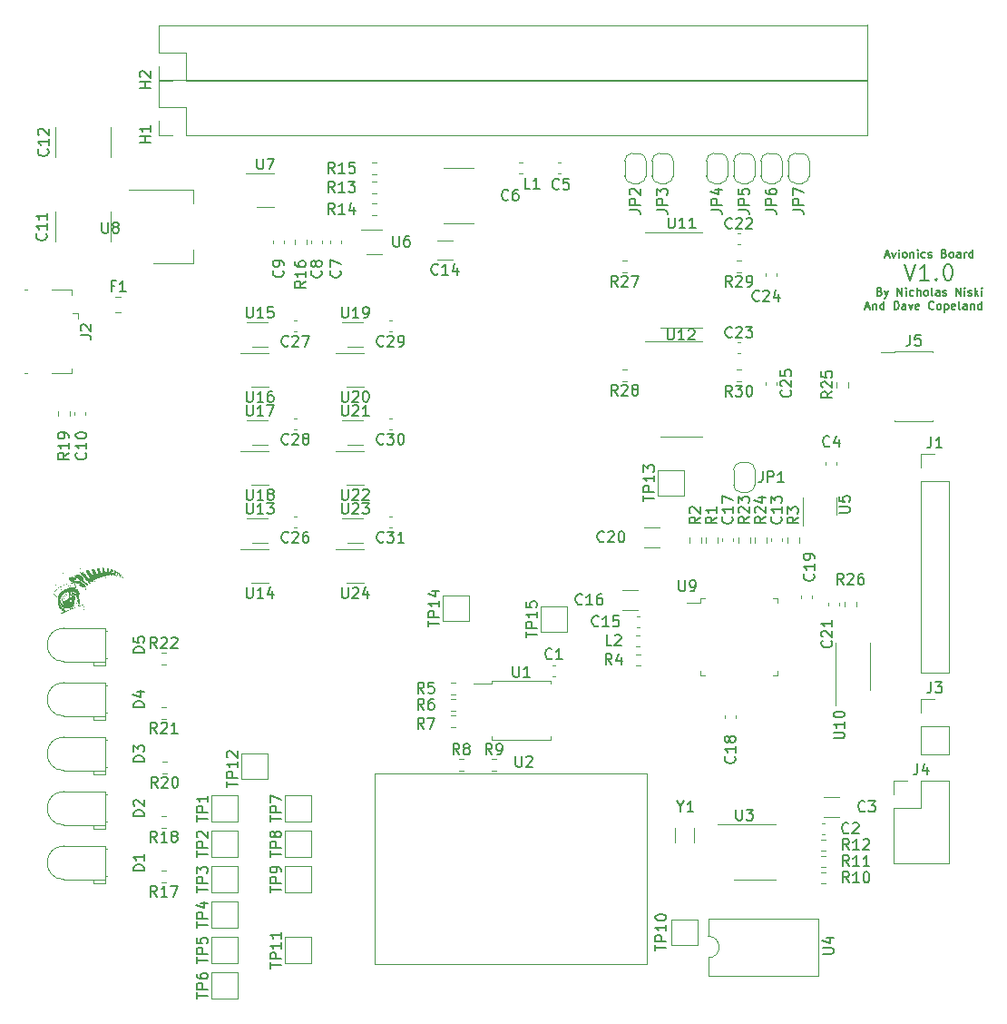
<source format=gto>
%TF.GenerationSoftware,KiCad,Pcbnew,(6.0.4)*%
%TF.CreationDate,2022-07-08T23:35:13-04:00*%
%TF.ProjectId,Avionics_Board,4176696f-6e69-4637-935f-426f6172642e,rev?*%
%TF.SameCoordinates,Original*%
%TF.FileFunction,Legend,Top*%
%TF.FilePolarity,Positive*%
%FSLAX46Y46*%
G04 Gerber Fmt 4.6, Leading zero omitted, Abs format (unit mm)*
G04 Created by KiCad (PCBNEW (6.0.4)) date 2022-07-08 23:35:13*
%MOMM*%
%LPD*%
G01*
G04 APERTURE LIST*
%ADD10C,0.127000*%
%ADD11C,0.150000*%
%ADD12C,0.120000*%
G04 APERTURE END LIST*
D10*
X140879285Y-93599000D02*
X141242142Y-93599000D01*
X140806714Y-93816714D02*
X141060714Y-93054714D01*
X141314714Y-93816714D01*
X141568714Y-93308714D02*
X141568714Y-93816714D01*
X141568714Y-93381285D02*
X141605000Y-93345000D01*
X141677571Y-93308714D01*
X141786428Y-93308714D01*
X141859000Y-93345000D01*
X141895285Y-93417571D01*
X141895285Y-93816714D01*
X142584714Y-93816714D02*
X142584714Y-93054714D01*
X142584714Y-93780428D02*
X142512142Y-93816714D01*
X142367000Y-93816714D01*
X142294428Y-93780428D01*
X142258142Y-93744142D01*
X142221857Y-93671571D01*
X142221857Y-93453857D01*
X142258142Y-93381285D01*
X142294428Y-93345000D01*
X142367000Y-93308714D01*
X142512142Y-93308714D01*
X142584714Y-93345000D01*
X143528142Y-93816714D02*
X143528142Y-93054714D01*
X143709571Y-93054714D01*
X143818428Y-93091000D01*
X143891000Y-93163571D01*
X143927285Y-93236142D01*
X143963571Y-93381285D01*
X143963571Y-93490142D01*
X143927285Y-93635285D01*
X143891000Y-93707857D01*
X143818428Y-93780428D01*
X143709571Y-93816714D01*
X143528142Y-93816714D01*
X144616714Y-93816714D02*
X144616714Y-93417571D01*
X144580428Y-93345000D01*
X144507857Y-93308714D01*
X144362714Y-93308714D01*
X144290142Y-93345000D01*
X144616714Y-93780428D02*
X144544142Y-93816714D01*
X144362714Y-93816714D01*
X144290142Y-93780428D01*
X144253857Y-93707857D01*
X144253857Y-93635285D01*
X144290142Y-93562714D01*
X144362714Y-93526428D01*
X144544142Y-93526428D01*
X144616714Y-93490142D01*
X144907000Y-93308714D02*
X145088428Y-93816714D01*
X145269857Y-93308714D01*
X145850428Y-93780428D02*
X145777857Y-93816714D01*
X145632714Y-93816714D01*
X145560142Y-93780428D01*
X145523857Y-93707857D01*
X145523857Y-93417571D01*
X145560142Y-93345000D01*
X145632714Y-93308714D01*
X145777857Y-93308714D01*
X145850428Y-93345000D01*
X145886714Y-93417571D01*
X145886714Y-93490142D01*
X145523857Y-93562714D01*
X147229285Y-93744142D02*
X147193000Y-93780428D01*
X147084142Y-93816714D01*
X147011571Y-93816714D01*
X146902714Y-93780428D01*
X146830142Y-93707857D01*
X146793857Y-93635285D01*
X146757571Y-93490142D01*
X146757571Y-93381285D01*
X146793857Y-93236142D01*
X146830142Y-93163571D01*
X146902714Y-93091000D01*
X147011571Y-93054714D01*
X147084142Y-93054714D01*
X147193000Y-93091000D01*
X147229285Y-93127285D01*
X147664714Y-93816714D02*
X147592142Y-93780428D01*
X147555857Y-93744142D01*
X147519571Y-93671571D01*
X147519571Y-93453857D01*
X147555857Y-93381285D01*
X147592142Y-93345000D01*
X147664714Y-93308714D01*
X147773571Y-93308714D01*
X147846142Y-93345000D01*
X147882428Y-93381285D01*
X147918714Y-93453857D01*
X147918714Y-93671571D01*
X147882428Y-93744142D01*
X147846142Y-93780428D01*
X147773571Y-93816714D01*
X147664714Y-93816714D01*
X148245285Y-93308714D02*
X148245285Y-94070714D01*
X148245285Y-93345000D02*
X148317857Y-93308714D01*
X148463000Y-93308714D01*
X148535571Y-93345000D01*
X148571857Y-93381285D01*
X148608142Y-93453857D01*
X148608142Y-93671571D01*
X148571857Y-93744142D01*
X148535571Y-93780428D01*
X148463000Y-93816714D01*
X148317857Y-93816714D01*
X148245285Y-93780428D01*
X149225000Y-93780428D02*
X149152428Y-93816714D01*
X149007285Y-93816714D01*
X148934714Y-93780428D01*
X148898428Y-93707857D01*
X148898428Y-93417571D01*
X148934714Y-93345000D01*
X149007285Y-93308714D01*
X149152428Y-93308714D01*
X149225000Y-93345000D01*
X149261285Y-93417571D01*
X149261285Y-93490142D01*
X148898428Y-93562714D01*
X149696714Y-93816714D02*
X149624142Y-93780428D01*
X149587857Y-93707857D01*
X149587857Y-93054714D01*
X150313571Y-93816714D02*
X150313571Y-93417571D01*
X150277285Y-93345000D01*
X150204714Y-93308714D01*
X150059571Y-93308714D01*
X149987000Y-93345000D01*
X150313571Y-93780428D02*
X150241000Y-93816714D01*
X150059571Y-93816714D01*
X149987000Y-93780428D01*
X149950714Y-93707857D01*
X149950714Y-93635285D01*
X149987000Y-93562714D01*
X150059571Y-93526428D01*
X150241000Y-93526428D01*
X150313571Y-93490142D01*
X150676428Y-93308714D02*
X150676428Y-93816714D01*
X150676428Y-93381285D02*
X150712714Y-93345000D01*
X150785285Y-93308714D01*
X150894142Y-93308714D01*
X150966714Y-93345000D01*
X151003000Y-93417571D01*
X151003000Y-93816714D01*
X151692428Y-93816714D02*
X151692428Y-93054714D01*
X151692428Y-93780428D02*
X151619857Y-93816714D01*
X151474714Y-93816714D01*
X151402142Y-93780428D01*
X151365857Y-93744142D01*
X151329571Y-93671571D01*
X151329571Y-93453857D01*
X151365857Y-93381285D01*
X151402142Y-93345000D01*
X151474714Y-93308714D01*
X151619857Y-93308714D01*
X151692428Y-93345000D01*
X142167428Y-92147571D02*
X142276285Y-92183857D01*
X142312571Y-92220142D01*
X142348857Y-92292714D01*
X142348857Y-92401571D01*
X142312571Y-92474142D01*
X142276285Y-92510428D01*
X142203714Y-92546714D01*
X141913428Y-92546714D01*
X141913428Y-91784714D01*
X142167428Y-91784714D01*
X142240000Y-91821000D01*
X142276285Y-91857285D01*
X142312571Y-91929857D01*
X142312571Y-92002428D01*
X142276285Y-92075000D01*
X142240000Y-92111285D01*
X142167428Y-92147571D01*
X141913428Y-92147571D01*
X142602857Y-92038714D02*
X142784285Y-92546714D01*
X142965714Y-92038714D02*
X142784285Y-92546714D01*
X142711714Y-92728142D01*
X142675428Y-92764428D01*
X142602857Y-92800714D01*
X143836571Y-92546714D02*
X143836571Y-91784714D01*
X144272000Y-92546714D01*
X144272000Y-91784714D01*
X144634857Y-92546714D02*
X144634857Y-92038714D01*
X144634857Y-91784714D02*
X144598571Y-91821000D01*
X144634857Y-91857285D01*
X144671142Y-91821000D01*
X144634857Y-91784714D01*
X144634857Y-91857285D01*
X145324285Y-92510428D02*
X145251714Y-92546714D01*
X145106571Y-92546714D01*
X145034000Y-92510428D01*
X144997714Y-92474142D01*
X144961428Y-92401571D01*
X144961428Y-92183857D01*
X144997714Y-92111285D01*
X145034000Y-92075000D01*
X145106571Y-92038714D01*
X145251714Y-92038714D01*
X145324285Y-92075000D01*
X145650857Y-92546714D02*
X145650857Y-91784714D01*
X145977428Y-92546714D02*
X145977428Y-92147571D01*
X145941142Y-92075000D01*
X145868571Y-92038714D01*
X145759714Y-92038714D01*
X145687142Y-92075000D01*
X145650857Y-92111285D01*
X146449142Y-92546714D02*
X146376571Y-92510428D01*
X146340285Y-92474142D01*
X146304000Y-92401571D01*
X146304000Y-92183857D01*
X146340285Y-92111285D01*
X146376571Y-92075000D01*
X146449142Y-92038714D01*
X146558000Y-92038714D01*
X146630571Y-92075000D01*
X146666857Y-92111285D01*
X146703142Y-92183857D01*
X146703142Y-92401571D01*
X146666857Y-92474142D01*
X146630571Y-92510428D01*
X146558000Y-92546714D01*
X146449142Y-92546714D01*
X147138571Y-92546714D02*
X147066000Y-92510428D01*
X147029714Y-92437857D01*
X147029714Y-91784714D01*
X147755428Y-92546714D02*
X147755428Y-92147571D01*
X147719142Y-92075000D01*
X147646571Y-92038714D01*
X147501428Y-92038714D01*
X147428857Y-92075000D01*
X147755428Y-92510428D02*
X147682857Y-92546714D01*
X147501428Y-92546714D01*
X147428857Y-92510428D01*
X147392571Y-92437857D01*
X147392571Y-92365285D01*
X147428857Y-92292714D01*
X147501428Y-92256428D01*
X147682857Y-92256428D01*
X147755428Y-92220142D01*
X148082000Y-92510428D02*
X148154571Y-92546714D01*
X148299714Y-92546714D01*
X148372285Y-92510428D01*
X148408571Y-92437857D01*
X148408571Y-92401571D01*
X148372285Y-92329000D01*
X148299714Y-92292714D01*
X148190857Y-92292714D01*
X148118285Y-92256428D01*
X148082000Y-92183857D01*
X148082000Y-92147571D01*
X148118285Y-92075000D01*
X148190857Y-92038714D01*
X148299714Y-92038714D01*
X148372285Y-92075000D01*
X149315714Y-92546714D02*
X149315714Y-91784714D01*
X149751142Y-92546714D01*
X149751142Y-91784714D01*
X150114000Y-92546714D02*
X150114000Y-92038714D01*
X150114000Y-91784714D02*
X150077714Y-91821000D01*
X150114000Y-91857285D01*
X150150285Y-91821000D01*
X150114000Y-91784714D01*
X150114000Y-91857285D01*
X150440571Y-92510428D02*
X150513142Y-92546714D01*
X150658285Y-92546714D01*
X150730857Y-92510428D01*
X150767142Y-92437857D01*
X150767142Y-92401571D01*
X150730857Y-92329000D01*
X150658285Y-92292714D01*
X150549428Y-92292714D01*
X150476857Y-92256428D01*
X150440571Y-92183857D01*
X150440571Y-92147571D01*
X150476857Y-92075000D01*
X150549428Y-92038714D01*
X150658285Y-92038714D01*
X150730857Y-92075000D01*
X151093714Y-92546714D02*
X151093714Y-91784714D01*
X151166285Y-92256428D02*
X151384000Y-92546714D01*
X151384000Y-92038714D02*
X151093714Y-92329000D01*
X151710571Y-92546714D02*
X151710571Y-92038714D01*
X151710571Y-91784714D02*
X151674285Y-91821000D01*
X151710571Y-91857285D01*
X151746857Y-91821000D01*
X151710571Y-91784714D01*
X151710571Y-91857285D01*
X144489714Y-89589428D02*
X144997714Y-91113428D01*
X145505714Y-89589428D01*
X146812000Y-91113428D02*
X145941142Y-91113428D01*
X146376571Y-91113428D02*
X146376571Y-89589428D01*
X146231428Y-89807142D01*
X146086285Y-89952285D01*
X145941142Y-90024857D01*
X147465142Y-90968285D02*
X147537714Y-91040857D01*
X147465142Y-91113428D01*
X147392571Y-91040857D01*
X147465142Y-90968285D01*
X147465142Y-91113428D01*
X148481142Y-89589428D02*
X148626285Y-89589428D01*
X148771428Y-89662000D01*
X148844000Y-89734571D01*
X148916571Y-89879714D01*
X148989142Y-90170000D01*
X148989142Y-90532857D01*
X148916571Y-90823142D01*
X148844000Y-90968285D01*
X148771428Y-91040857D01*
X148626285Y-91113428D01*
X148481142Y-91113428D01*
X148336000Y-91040857D01*
X148263428Y-90968285D01*
X148190857Y-90823142D01*
X148118285Y-90532857D01*
X148118285Y-90170000D01*
X148190857Y-89879714D01*
X148263428Y-89734571D01*
X148336000Y-89662000D01*
X148481142Y-89589428D01*
X142711714Y-88773000D02*
X143074571Y-88773000D01*
X142639142Y-88990714D02*
X142893142Y-88228714D01*
X143147142Y-88990714D01*
X143328571Y-88482714D02*
X143510000Y-88990714D01*
X143691428Y-88482714D01*
X143981714Y-88990714D02*
X143981714Y-88482714D01*
X143981714Y-88228714D02*
X143945428Y-88265000D01*
X143981714Y-88301285D01*
X144018000Y-88265000D01*
X143981714Y-88228714D01*
X143981714Y-88301285D01*
X144453428Y-88990714D02*
X144380857Y-88954428D01*
X144344571Y-88918142D01*
X144308285Y-88845571D01*
X144308285Y-88627857D01*
X144344571Y-88555285D01*
X144380857Y-88519000D01*
X144453428Y-88482714D01*
X144562285Y-88482714D01*
X144634857Y-88519000D01*
X144671142Y-88555285D01*
X144707428Y-88627857D01*
X144707428Y-88845571D01*
X144671142Y-88918142D01*
X144634857Y-88954428D01*
X144562285Y-88990714D01*
X144453428Y-88990714D01*
X145034000Y-88482714D02*
X145034000Y-88990714D01*
X145034000Y-88555285D02*
X145070285Y-88519000D01*
X145142857Y-88482714D01*
X145251714Y-88482714D01*
X145324285Y-88519000D01*
X145360571Y-88591571D01*
X145360571Y-88990714D01*
X145723428Y-88990714D02*
X145723428Y-88482714D01*
X145723428Y-88228714D02*
X145687142Y-88265000D01*
X145723428Y-88301285D01*
X145759714Y-88265000D01*
X145723428Y-88228714D01*
X145723428Y-88301285D01*
X146412857Y-88954428D02*
X146340285Y-88990714D01*
X146195142Y-88990714D01*
X146122571Y-88954428D01*
X146086285Y-88918142D01*
X146050000Y-88845571D01*
X146050000Y-88627857D01*
X146086285Y-88555285D01*
X146122571Y-88519000D01*
X146195142Y-88482714D01*
X146340285Y-88482714D01*
X146412857Y-88519000D01*
X146703142Y-88954428D02*
X146775714Y-88990714D01*
X146920857Y-88990714D01*
X146993428Y-88954428D01*
X147029714Y-88881857D01*
X147029714Y-88845571D01*
X146993428Y-88773000D01*
X146920857Y-88736714D01*
X146812000Y-88736714D01*
X146739428Y-88700428D01*
X146703142Y-88627857D01*
X146703142Y-88591571D01*
X146739428Y-88519000D01*
X146812000Y-88482714D01*
X146920857Y-88482714D01*
X146993428Y-88519000D01*
X148190857Y-88591571D02*
X148299714Y-88627857D01*
X148336000Y-88664142D01*
X148372285Y-88736714D01*
X148372285Y-88845571D01*
X148336000Y-88918142D01*
X148299714Y-88954428D01*
X148227142Y-88990714D01*
X147936857Y-88990714D01*
X147936857Y-88228714D01*
X148190857Y-88228714D01*
X148263428Y-88265000D01*
X148299714Y-88301285D01*
X148336000Y-88373857D01*
X148336000Y-88446428D01*
X148299714Y-88519000D01*
X148263428Y-88555285D01*
X148190857Y-88591571D01*
X147936857Y-88591571D01*
X148807714Y-88990714D02*
X148735142Y-88954428D01*
X148698857Y-88918142D01*
X148662571Y-88845571D01*
X148662571Y-88627857D01*
X148698857Y-88555285D01*
X148735142Y-88519000D01*
X148807714Y-88482714D01*
X148916571Y-88482714D01*
X148989142Y-88519000D01*
X149025428Y-88555285D01*
X149061714Y-88627857D01*
X149061714Y-88845571D01*
X149025428Y-88918142D01*
X148989142Y-88954428D01*
X148916571Y-88990714D01*
X148807714Y-88990714D01*
X149714857Y-88990714D02*
X149714857Y-88591571D01*
X149678571Y-88519000D01*
X149606000Y-88482714D01*
X149460857Y-88482714D01*
X149388285Y-88519000D01*
X149714857Y-88954428D02*
X149642285Y-88990714D01*
X149460857Y-88990714D01*
X149388285Y-88954428D01*
X149352000Y-88881857D01*
X149352000Y-88809285D01*
X149388285Y-88736714D01*
X149460857Y-88700428D01*
X149642285Y-88700428D01*
X149714857Y-88664142D01*
X150077714Y-88990714D02*
X150077714Y-88482714D01*
X150077714Y-88627857D02*
X150114000Y-88555285D01*
X150150285Y-88519000D01*
X150222857Y-88482714D01*
X150295428Y-88482714D01*
X150876000Y-88990714D02*
X150876000Y-88228714D01*
X150876000Y-88954428D02*
X150803428Y-88990714D01*
X150658285Y-88990714D01*
X150585714Y-88954428D01*
X150549428Y-88918142D01*
X150513142Y-88845571D01*
X150513142Y-88627857D01*
X150549428Y-88555285D01*
X150585714Y-88519000D01*
X150658285Y-88482714D01*
X150803428Y-88482714D01*
X150876000Y-88519000D01*
D11*
%TO.C,JP2*%
X118832380Y-84531333D02*
X119546666Y-84531333D01*
X119689523Y-84578952D01*
X119784761Y-84674190D01*
X119832380Y-84817047D01*
X119832380Y-84912285D01*
X119832380Y-84055142D02*
X118832380Y-84055142D01*
X118832380Y-83674190D01*
X118880000Y-83578952D01*
X118927619Y-83531333D01*
X119022857Y-83483714D01*
X119165714Y-83483714D01*
X119260952Y-83531333D01*
X119308571Y-83578952D01*
X119356190Y-83674190D01*
X119356190Y-84055142D01*
X118927619Y-83102761D02*
X118880000Y-83055142D01*
X118832380Y-82959904D01*
X118832380Y-82721809D01*
X118880000Y-82626571D01*
X118927619Y-82578952D01*
X119022857Y-82531333D01*
X119118095Y-82531333D01*
X119260952Y-82578952D01*
X119832380Y-83150380D01*
X119832380Y-82531333D01*
%TO.C,R14*%
X91305142Y-84912380D02*
X90971809Y-84436190D01*
X90733714Y-84912380D02*
X90733714Y-83912380D01*
X91114666Y-83912380D01*
X91209904Y-83960000D01*
X91257523Y-84007619D01*
X91305142Y-84102857D01*
X91305142Y-84245714D01*
X91257523Y-84340952D01*
X91209904Y-84388571D01*
X91114666Y-84436190D01*
X90733714Y-84436190D01*
X92257523Y-84912380D02*
X91686095Y-84912380D01*
X91971809Y-84912380D02*
X91971809Y-83912380D01*
X91876571Y-84055238D01*
X91781333Y-84150476D01*
X91686095Y-84198095D01*
X93114666Y-84245714D02*
X93114666Y-84912380D01*
X92876571Y-83864761D02*
X92638476Y-84579047D01*
X93257523Y-84579047D01*
%TO.C,C18*%
X128627142Y-135516857D02*
X128674761Y-135564476D01*
X128722380Y-135707333D01*
X128722380Y-135802571D01*
X128674761Y-135945428D01*
X128579523Y-136040666D01*
X128484285Y-136088285D01*
X128293809Y-136135904D01*
X128150952Y-136135904D01*
X127960476Y-136088285D01*
X127865238Y-136040666D01*
X127770000Y-135945428D01*
X127722380Y-135802571D01*
X127722380Y-135707333D01*
X127770000Y-135564476D01*
X127817619Y-135516857D01*
X128722380Y-134564476D02*
X128722380Y-135135904D01*
X128722380Y-134850190D02*
X127722380Y-134850190D01*
X127865238Y-134945428D01*
X127960476Y-135040666D01*
X128008095Y-135135904D01*
X128150952Y-133993047D02*
X128103333Y-134088285D01*
X128055714Y-134135904D01*
X127960476Y-134183523D01*
X127912857Y-134183523D01*
X127817619Y-134135904D01*
X127770000Y-134088285D01*
X127722380Y-133993047D01*
X127722380Y-133802571D01*
X127770000Y-133707333D01*
X127817619Y-133659714D01*
X127912857Y-133612095D01*
X127960476Y-133612095D01*
X128055714Y-133659714D01*
X128103333Y-133707333D01*
X128150952Y-133802571D01*
X128150952Y-133993047D01*
X128198571Y-134088285D01*
X128246190Y-134135904D01*
X128341428Y-134183523D01*
X128531904Y-134183523D01*
X128627142Y-134135904D01*
X128674761Y-134088285D01*
X128722380Y-133993047D01*
X128722380Y-133802571D01*
X128674761Y-133707333D01*
X128627142Y-133659714D01*
X128531904Y-133612095D01*
X128341428Y-133612095D01*
X128246190Y-133659714D01*
X128198571Y-133707333D01*
X128150952Y-133802571D01*
%TO.C,U24*%
X91979904Y-119733380D02*
X91979904Y-120542904D01*
X92027523Y-120638142D01*
X92075142Y-120685761D01*
X92170380Y-120733380D01*
X92360857Y-120733380D01*
X92456095Y-120685761D01*
X92503714Y-120638142D01*
X92551333Y-120542904D01*
X92551333Y-119733380D01*
X92979904Y-119828619D02*
X93027523Y-119781000D01*
X93122761Y-119733380D01*
X93360857Y-119733380D01*
X93456095Y-119781000D01*
X93503714Y-119828619D01*
X93551333Y-119923857D01*
X93551333Y-120019095D01*
X93503714Y-120161952D01*
X92932285Y-120733380D01*
X93551333Y-120733380D01*
X94408476Y-120066714D02*
X94408476Y-120733380D01*
X94170380Y-119685761D02*
X93932285Y-120400047D01*
X94551333Y-120400047D01*
%TO.C,H1*%
X74112380Y-78231904D02*
X73112380Y-78231904D01*
X73588571Y-78231904D02*
X73588571Y-77660476D01*
X74112380Y-77660476D02*
X73112380Y-77660476D01*
X74112380Y-76660476D02*
X74112380Y-77231904D01*
X74112380Y-76946190D02*
X73112380Y-76946190D01*
X73255238Y-77041428D01*
X73350476Y-77136666D01*
X73398095Y-77231904D01*
%TO.C,U13*%
X83089904Y-111884380D02*
X83089904Y-112693904D01*
X83137523Y-112789142D01*
X83185142Y-112836761D01*
X83280380Y-112884380D01*
X83470857Y-112884380D01*
X83566095Y-112836761D01*
X83613714Y-112789142D01*
X83661333Y-112693904D01*
X83661333Y-111884380D01*
X84661333Y-112884380D02*
X84089904Y-112884380D01*
X84375619Y-112884380D02*
X84375619Y-111884380D01*
X84280380Y-112027238D01*
X84185142Y-112122476D01*
X84089904Y-112170095D01*
X84994666Y-111884380D02*
X85613714Y-111884380D01*
X85280380Y-112265333D01*
X85423238Y-112265333D01*
X85518476Y-112312952D01*
X85566095Y-112360571D01*
X85613714Y-112455809D01*
X85613714Y-112693904D01*
X85566095Y-112789142D01*
X85518476Y-112836761D01*
X85423238Y-112884380D01*
X85137523Y-112884380D01*
X85042285Y-112836761D01*
X84994666Y-112789142D01*
%TO.C,R7*%
X99655333Y-132918380D02*
X99322000Y-132442190D01*
X99083904Y-132918380D02*
X99083904Y-131918380D01*
X99464857Y-131918380D01*
X99560095Y-131966000D01*
X99607714Y-132013619D01*
X99655333Y-132108857D01*
X99655333Y-132251714D01*
X99607714Y-132346952D01*
X99560095Y-132394571D01*
X99464857Y-132442190D01*
X99083904Y-132442190D01*
X99988666Y-131918380D02*
X100655333Y-131918380D01*
X100226761Y-132918380D01*
%TO.C,D1*%
X73532380Y-146158095D02*
X72532380Y-146158095D01*
X72532380Y-145920000D01*
X72580000Y-145777142D01*
X72675238Y-145681904D01*
X72770476Y-145634285D01*
X72960952Y-145586666D01*
X73103809Y-145586666D01*
X73294285Y-145634285D01*
X73389523Y-145681904D01*
X73484761Y-145777142D01*
X73532380Y-145920000D01*
X73532380Y-146158095D01*
X73532380Y-144634285D02*
X73532380Y-145205714D01*
X73532380Y-144920000D02*
X72532380Y-144920000D01*
X72675238Y-145015238D01*
X72770476Y-145110476D01*
X72818095Y-145205714D01*
%TO.C,R11*%
X139311142Y-145740380D02*
X138977809Y-145264190D01*
X138739714Y-145740380D02*
X138739714Y-144740380D01*
X139120666Y-144740380D01*
X139215904Y-144788000D01*
X139263523Y-144835619D01*
X139311142Y-144930857D01*
X139311142Y-145073714D01*
X139263523Y-145168952D01*
X139215904Y-145216571D01*
X139120666Y-145264190D01*
X138739714Y-145264190D01*
X140263523Y-145740380D02*
X139692095Y-145740380D01*
X139977809Y-145740380D02*
X139977809Y-144740380D01*
X139882571Y-144883238D01*
X139787333Y-144978476D01*
X139692095Y-145026095D01*
X141215904Y-145740380D02*
X140644476Y-145740380D01*
X140930190Y-145740380D02*
X140930190Y-144740380D01*
X140834952Y-144883238D01*
X140739714Y-144978476D01*
X140644476Y-145026095D01*
%TO.C,Y1*%
X123602809Y-140184190D02*
X123602809Y-140660380D01*
X123269476Y-139660380D02*
X123602809Y-140184190D01*
X123936142Y-139660380D01*
X124793285Y-140660380D02*
X124221857Y-140660380D01*
X124507571Y-140660380D02*
X124507571Y-139660380D01*
X124412333Y-139803238D01*
X124317095Y-139898476D01*
X124221857Y-139946095D01*
%TO.C,R23*%
X129992380Y-113164857D02*
X129516190Y-113498190D01*
X129992380Y-113736285D02*
X128992380Y-113736285D01*
X128992380Y-113355333D01*
X129040000Y-113260095D01*
X129087619Y-113212476D01*
X129182857Y-113164857D01*
X129325714Y-113164857D01*
X129420952Y-113212476D01*
X129468571Y-113260095D01*
X129516190Y-113355333D01*
X129516190Y-113736285D01*
X129087619Y-112783904D02*
X129040000Y-112736285D01*
X128992380Y-112641047D01*
X128992380Y-112402952D01*
X129040000Y-112307714D01*
X129087619Y-112260095D01*
X129182857Y-112212476D01*
X129278095Y-112212476D01*
X129420952Y-112260095D01*
X129992380Y-112831523D01*
X129992380Y-112212476D01*
X128992380Y-111879142D02*
X128992380Y-111260095D01*
X129373333Y-111593428D01*
X129373333Y-111450571D01*
X129420952Y-111355333D01*
X129468571Y-111307714D01*
X129563809Y-111260095D01*
X129801904Y-111260095D01*
X129897142Y-111307714D01*
X129944761Y-111355333D01*
X129992380Y-111450571D01*
X129992380Y-111736285D01*
X129944761Y-111831523D01*
X129897142Y-111879142D01*
%TO.C,TP6*%
X78446380Y-158111904D02*
X78446380Y-157540476D01*
X79446380Y-157826190D02*
X78446380Y-157826190D01*
X79446380Y-157207142D02*
X78446380Y-157207142D01*
X78446380Y-156826190D01*
X78494000Y-156730952D01*
X78541619Y-156683333D01*
X78636857Y-156635714D01*
X78779714Y-156635714D01*
X78874952Y-156683333D01*
X78922571Y-156730952D01*
X78970190Y-156826190D01*
X78970190Y-157207142D01*
X78446380Y-155778571D02*
X78446380Y-155969047D01*
X78494000Y-156064285D01*
X78541619Y-156111904D01*
X78684476Y-156207142D01*
X78874952Y-156254761D01*
X79255904Y-156254761D01*
X79351142Y-156207142D01*
X79398761Y-156159523D01*
X79446380Y-156064285D01*
X79446380Y-155873809D01*
X79398761Y-155778571D01*
X79351142Y-155730952D01*
X79255904Y-155683333D01*
X79017809Y-155683333D01*
X78922571Y-155730952D01*
X78874952Y-155778571D01*
X78827333Y-155873809D01*
X78827333Y-156064285D01*
X78874952Y-156159523D01*
X78922571Y-156207142D01*
X79017809Y-156254761D01*
%TO.C,U7*%
X84074095Y-79734380D02*
X84074095Y-80543904D01*
X84121714Y-80639142D01*
X84169333Y-80686761D01*
X84264571Y-80734380D01*
X84455047Y-80734380D01*
X84550285Y-80686761D01*
X84597904Y-80639142D01*
X84645523Y-80543904D01*
X84645523Y-79734380D01*
X85026476Y-79734380D02*
X85693142Y-79734380D01*
X85264571Y-80734380D01*
%TO.C,U21*%
X91979904Y-102740380D02*
X91979904Y-103549904D01*
X92027523Y-103645142D01*
X92075142Y-103692761D01*
X92170380Y-103740380D01*
X92360857Y-103740380D01*
X92456095Y-103692761D01*
X92503714Y-103645142D01*
X92551333Y-103549904D01*
X92551333Y-102740380D01*
X92979904Y-102835619D02*
X93027523Y-102788000D01*
X93122761Y-102740380D01*
X93360857Y-102740380D01*
X93456095Y-102788000D01*
X93503714Y-102835619D01*
X93551333Y-102930857D01*
X93551333Y-103026095D01*
X93503714Y-103168952D01*
X92932285Y-103740380D01*
X93551333Y-103740380D01*
X94503714Y-103740380D02*
X93932285Y-103740380D01*
X94218000Y-103740380D02*
X94218000Y-102740380D01*
X94122761Y-102883238D01*
X94027523Y-102978476D01*
X93932285Y-103026095D01*
%TO.C,U9*%
X123444095Y-119086380D02*
X123444095Y-119895904D01*
X123491714Y-119991142D01*
X123539333Y-120038761D01*
X123634571Y-120086380D01*
X123825047Y-120086380D01*
X123920285Y-120038761D01*
X123967904Y-119991142D01*
X124015523Y-119895904D01*
X124015523Y-119086380D01*
X124539333Y-120086380D02*
X124729809Y-120086380D01*
X124825047Y-120038761D01*
X124872666Y-119991142D01*
X124967904Y-119848285D01*
X125015523Y-119657809D01*
X125015523Y-119276857D01*
X124967904Y-119181619D01*
X124920285Y-119134000D01*
X124825047Y-119086380D01*
X124634571Y-119086380D01*
X124539333Y-119134000D01*
X124491714Y-119181619D01*
X124444095Y-119276857D01*
X124444095Y-119514952D01*
X124491714Y-119610190D01*
X124539333Y-119657809D01*
X124634571Y-119705428D01*
X124825047Y-119705428D01*
X124920285Y-119657809D01*
X124967904Y-119610190D01*
X125015523Y-119514952D01*
%TO.C,TP12*%
X81240380Y-138390095D02*
X81240380Y-137818666D01*
X82240380Y-138104380D02*
X81240380Y-138104380D01*
X82240380Y-137485333D02*
X81240380Y-137485333D01*
X81240380Y-137104380D01*
X81288000Y-137009142D01*
X81335619Y-136961523D01*
X81430857Y-136913904D01*
X81573714Y-136913904D01*
X81668952Y-136961523D01*
X81716571Y-137009142D01*
X81764190Y-137104380D01*
X81764190Y-137485333D01*
X82240380Y-135961523D02*
X82240380Y-136532952D01*
X82240380Y-136247238D02*
X81240380Y-136247238D01*
X81383238Y-136342476D01*
X81478476Y-136437714D01*
X81526095Y-136532952D01*
X81335619Y-135580571D02*
X81288000Y-135532952D01*
X81240380Y-135437714D01*
X81240380Y-135199619D01*
X81288000Y-135104380D01*
X81335619Y-135056761D01*
X81430857Y-135009142D01*
X81526095Y-135009142D01*
X81668952Y-135056761D01*
X82240380Y-135628190D01*
X82240380Y-135009142D01*
%TO.C,R18*%
X74732142Y-143492380D02*
X74398809Y-143016190D01*
X74160714Y-143492380D02*
X74160714Y-142492380D01*
X74541666Y-142492380D01*
X74636904Y-142540000D01*
X74684523Y-142587619D01*
X74732142Y-142682857D01*
X74732142Y-142825714D01*
X74684523Y-142920952D01*
X74636904Y-142968571D01*
X74541666Y-143016190D01*
X74160714Y-143016190D01*
X75684523Y-143492380D02*
X75113095Y-143492380D01*
X75398809Y-143492380D02*
X75398809Y-142492380D01*
X75303571Y-142635238D01*
X75208333Y-142730476D01*
X75113095Y-142778095D01*
X76255952Y-142920952D02*
X76160714Y-142873333D01*
X76113095Y-142825714D01*
X76065476Y-142730476D01*
X76065476Y-142682857D01*
X76113095Y-142587619D01*
X76160714Y-142540000D01*
X76255952Y-142492380D01*
X76446428Y-142492380D01*
X76541666Y-142540000D01*
X76589285Y-142587619D01*
X76636904Y-142682857D01*
X76636904Y-142730476D01*
X76589285Y-142825714D01*
X76541666Y-142873333D01*
X76446428Y-142920952D01*
X76255952Y-142920952D01*
X76160714Y-142968571D01*
X76113095Y-143016190D01*
X76065476Y-143111428D01*
X76065476Y-143301904D01*
X76113095Y-143397142D01*
X76160714Y-143444761D01*
X76255952Y-143492380D01*
X76446428Y-143492380D01*
X76541666Y-143444761D01*
X76589285Y-143397142D01*
X76636904Y-143301904D01*
X76636904Y-143111428D01*
X76589285Y-143016190D01*
X76541666Y-142968571D01*
X76446428Y-142920952D01*
%TO.C,U3*%
X128778095Y-140456380D02*
X128778095Y-141265904D01*
X128825714Y-141361142D01*
X128873333Y-141408761D01*
X128968571Y-141456380D01*
X129159047Y-141456380D01*
X129254285Y-141408761D01*
X129301904Y-141361142D01*
X129349523Y-141265904D01*
X129349523Y-140456380D01*
X129730476Y-140456380D02*
X130349523Y-140456380D01*
X130016190Y-140837333D01*
X130159047Y-140837333D01*
X130254285Y-140884952D01*
X130301904Y-140932571D01*
X130349523Y-141027809D01*
X130349523Y-141265904D01*
X130301904Y-141361142D01*
X130254285Y-141408761D01*
X130159047Y-141456380D01*
X129873333Y-141456380D01*
X129778095Y-141408761D01*
X129730476Y-141361142D01*
%TO.C,U19*%
X91979904Y-93596380D02*
X91979904Y-94405904D01*
X92027523Y-94501142D01*
X92075142Y-94548761D01*
X92170380Y-94596380D01*
X92360857Y-94596380D01*
X92456095Y-94548761D01*
X92503714Y-94501142D01*
X92551333Y-94405904D01*
X92551333Y-93596380D01*
X93551333Y-94596380D02*
X92979904Y-94596380D01*
X93265619Y-94596380D02*
X93265619Y-93596380D01*
X93170380Y-93739238D01*
X93075142Y-93834476D01*
X92979904Y-93882095D01*
X94027523Y-94596380D02*
X94218000Y-94596380D01*
X94313238Y-94548761D01*
X94360857Y-94501142D01*
X94456095Y-94358285D01*
X94503714Y-94167809D01*
X94503714Y-93786857D01*
X94456095Y-93691619D01*
X94408476Y-93644000D01*
X94313238Y-93596380D01*
X94122761Y-93596380D01*
X94027523Y-93644000D01*
X93979904Y-93691619D01*
X93932285Y-93786857D01*
X93932285Y-94024952D01*
X93979904Y-94120190D01*
X94027523Y-94167809D01*
X94122761Y-94215428D01*
X94313238Y-94215428D01*
X94408476Y-94167809D01*
X94456095Y-94120190D01*
X94503714Y-94024952D01*
%TO.C,R15*%
X91305142Y-81102380D02*
X90971809Y-80626190D01*
X90733714Y-81102380D02*
X90733714Y-80102380D01*
X91114666Y-80102380D01*
X91209904Y-80150000D01*
X91257523Y-80197619D01*
X91305142Y-80292857D01*
X91305142Y-80435714D01*
X91257523Y-80530952D01*
X91209904Y-80578571D01*
X91114666Y-80626190D01*
X90733714Y-80626190D01*
X92257523Y-81102380D02*
X91686095Y-81102380D01*
X91971809Y-81102380D02*
X91971809Y-80102380D01*
X91876571Y-80245238D01*
X91781333Y-80340476D01*
X91686095Y-80388095D01*
X93162285Y-80102380D02*
X92686095Y-80102380D01*
X92638476Y-80578571D01*
X92686095Y-80530952D01*
X92781333Y-80483333D01*
X93019428Y-80483333D01*
X93114666Y-80530952D01*
X93162285Y-80578571D01*
X93209904Y-80673809D01*
X93209904Y-80911904D01*
X93162285Y-81007142D01*
X93114666Y-81054761D01*
X93019428Y-81102380D01*
X92781333Y-81102380D01*
X92686095Y-81054761D01*
X92638476Y-81007142D01*
%TO.C,TP14*%
X100070380Y-123404095D02*
X100070380Y-122832666D01*
X101070380Y-123118380D02*
X100070380Y-123118380D01*
X101070380Y-122499333D02*
X100070380Y-122499333D01*
X100070380Y-122118380D01*
X100118000Y-122023142D01*
X100165619Y-121975523D01*
X100260857Y-121927904D01*
X100403714Y-121927904D01*
X100498952Y-121975523D01*
X100546571Y-122023142D01*
X100594190Y-122118380D01*
X100594190Y-122499333D01*
X101070380Y-120975523D02*
X101070380Y-121546952D01*
X101070380Y-121261238D02*
X100070380Y-121261238D01*
X100213238Y-121356476D01*
X100308476Y-121451714D01*
X100356095Y-121546952D01*
X100403714Y-120118380D02*
X101070380Y-120118380D01*
X100022761Y-120356476D02*
X100737047Y-120594571D01*
X100737047Y-119975523D01*
%TO.C,C21*%
X137644142Y-124721857D02*
X137691761Y-124769476D01*
X137739380Y-124912333D01*
X137739380Y-125007571D01*
X137691761Y-125150428D01*
X137596523Y-125245666D01*
X137501285Y-125293285D01*
X137310809Y-125340904D01*
X137167952Y-125340904D01*
X136977476Y-125293285D01*
X136882238Y-125245666D01*
X136787000Y-125150428D01*
X136739380Y-125007571D01*
X136739380Y-124912333D01*
X136787000Y-124769476D01*
X136834619Y-124721857D01*
X136834619Y-124340904D02*
X136787000Y-124293285D01*
X136739380Y-124198047D01*
X136739380Y-123959952D01*
X136787000Y-123864714D01*
X136834619Y-123817095D01*
X136929857Y-123769476D01*
X137025095Y-123769476D01*
X137167952Y-123817095D01*
X137739380Y-124388523D01*
X137739380Y-123769476D01*
X137739380Y-122817095D02*
X137739380Y-123388523D01*
X137739380Y-123102809D02*
X136739380Y-123102809D01*
X136882238Y-123198047D01*
X136977476Y-123293285D01*
X137025095Y-123388523D01*
%TO.C,TP5*%
X78446380Y-154809904D02*
X78446380Y-154238476D01*
X79446380Y-154524190D02*
X78446380Y-154524190D01*
X79446380Y-153905142D02*
X78446380Y-153905142D01*
X78446380Y-153524190D01*
X78494000Y-153428952D01*
X78541619Y-153381333D01*
X78636857Y-153333714D01*
X78779714Y-153333714D01*
X78874952Y-153381333D01*
X78922571Y-153428952D01*
X78970190Y-153524190D01*
X78970190Y-153905142D01*
X78446380Y-152428952D02*
X78446380Y-152905142D01*
X78922571Y-152952761D01*
X78874952Y-152905142D01*
X78827333Y-152809904D01*
X78827333Y-152571809D01*
X78874952Y-152476571D01*
X78922571Y-152428952D01*
X79017809Y-152381333D01*
X79255904Y-152381333D01*
X79351142Y-152428952D01*
X79398761Y-152476571D01*
X79446380Y-152571809D01*
X79446380Y-152809904D01*
X79398761Y-152905142D01*
X79351142Y-152952761D01*
%TO.C,C31*%
X95877142Y-115457142D02*
X95829523Y-115504761D01*
X95686666Y-115552380D01*
X95591428Y-115552380D01*
X95448571Y-115504761D01*
X95353333Y-115409523D01*
X95305714Y-115314285D01*
X95258095Y-115123809D01*
X95258095Y-114980952D01*
X95305714Y-114790476D01*
X95353333Y-114695238D01*
X95448571Y-114600000D01*
X95591428Y-114552380D01*
X95686666Y-114552380D01*
X95829523Y-114600000D01*
X95877142Y-114647619D01*
X96210476Y-114552380D02*
X96829523Y-114552380D01*
X96496190Y-114933333D01*
X96639047Y-114933333D01*
X96734285Y-114980952D01*
X96781904Y-115028571D01*
X96829523Y-115123809D01*
X96829523Y-115361904D01*
X96781904Y-115457142D01*
X96734285Y-115504761D01*
X96639047Y-115552380D01*
X96353333Y-115552380D01*
X96258095Y-115504761D01*
X96210476Y-115457142D01*
X97781904Y-115552380D02*
X97210476Y-115552380D01*
X97496190Y-115552380D02*
X97496190Y-114552380D01*
X97400952Y-114695238D01*
X97305714Y-114790476D01*
X97210476Y-114838095D01*
%TO.C,J1*%
X146986666Y-105712380D02*
X146986666Y-106426666D01*
X146939047Y-106569523D01*
X146843809Y-106664761D01*
X146700952Y-106712380D01*
X146605714Y-106712380D01*
X147986666Y-106712380D02*
X147415238Y-106712380D01*
X147700952Y-106712380D02*
X147700952Y-105712380D01*
X147605714Y-105855238D01*
X147510476Y-105950476D01*
X147415238Y-105998095D01*
%TO.C,R4*%
X117181333Y-126944380D02*
X116848000Y-126468190D01*
X116609904Y-126944380D02*
X116609904Y-125944380D01*
X116990857Y-125944380D01*
X117086095Y-125992000D01*
X117133714Y-126039619D01*
X117181333Y-126134857D01*
X117181333Y-126277714D01*
X117133714Y-126372952D01*
X117086095Y-126420571D01*
X116990857Y-126468190D01*
X116609904Y-126468190D01*
X118038476Y-126277714D02*
X118038476Y-126944380D01*
X117800380Y-125896761D02*
X117562285Y-126611047D01*
X118181333Y-126611047D01*
%TO.C,TP15*%
X109180380Y-124420095D02*
X109180380Y-123848666D01*
X110180380Y-124134380D02*
X109180380Y-124134380D01*
X110180380Y-123515333D02*
X109180380Y-123515333D01*
X109180380Y-123134380D01*
X109228000Y-123039142D01*
X109275619Y-122991523D01*
X109370857Y-122943904D01*
X109513714Y-122943904D01*
X109608952Y-122991523D01*
X109656571Y-123039142D01*
X109704190Y-123134380D01*
X109704190Y-123515333D01*
X110180380Y-121991523D02*
X110180380Y-122562952D01*
X110180380Y-122277238D02*
X109180380Y-122277238D01*
X109323238Y-122372476D01*
X109418476Y-122467714D01*
X109466095Y-122562952D01*
X109180380Y-121086761D02*
X109180380Y-121562952D01*
X109656571Y-121610571D01*
X109608952Y-121562952D01*
X109561333Y-121467714D01*
X109561333Y-121229619D01*
X109608952Y-121134380D01*
X109656571Y-121086761D01*
X109751809Y-121039142D01*
X109989904Y-121039142D01*
X110085142Y-121086761D01*
X110132761Y-121134380D01*
X110180380Y-121229619D01*
X110180380Y-121467714D01*
X110132761Y-121562952D01*
X110085142Y-121610571D01*
%TO.C,L1*%
X109561333Y-82532380D02*
X109085142Y-82532380D01*
X109085142Y-81532380D01*
X110418476Y-82532380D02*
X109847047Y-82532380D01*
X110132761Y-82532380D02*
X110132761Y-81532380D01*
X110037523Y-81675238D01*
X109942285Y-81770476D01*
X109847047Y-81818095D01*
%TO.C,TP8*%
X85304380Y-144903904D02*
X85304380Y-144332476D01*
X86304380Y-144618190D02*
X85304380Y-144618190D01*
X86304380Y-143999142D02*
X85304380Y-143999142D01*
X85304380Y-143618190D01*
X85352000Y-143522952D01*
X85399619Y-143475333D01*
X85494857Y-143427714D01*
X85637714Y-143427714D01*
X85732952Y-143475333D01*
X85780571Y-143522952D01*
X85828190Y-143618190D01*
X85828190Y-143999142D01*
X85732952Y-142856285D02*
X85685333Y-142951523D01*
X85637714Y-142999142D01*
X85542476Y-143046761D01*
X85494857Y-143046761D01*
X85399619Y-142999142D01*
X85352000Y-142951523D01*
X85304380Y-142856285D01*
X85304380Y-142665809D01*
X85352000Y-142570571D01*
X85399619Y-142522952D01*
X85494857Y-142475333D01*
X85542476Y-142475333D01*
X85637714Y-142522952D01*
X85685333Y-142570571D01*
X85732952Y-142665809D01*
X85732952Y-142856285D01*
X85780571Y-142951523D01*
X85828190Y-142999142D01*
X85923428Y-143046761D01*
X86113904Y-143046761D01*
X86209142Y-142999142D01*
X86256761Y-142951523D01*
X86304380Y-142856285D01*
X86304380Y-142665809D01*
X86256761Y-142570571D01*
X86209142Y-142522952D01*
X86113904Y-142475333D01*
X85923428Y-142475333D01*
X85828190Y-142522952D01*
X85780571Y-142570571D01*
X85732952Y-142665809D01*
%TO.C,R5*%
X99655333Y-129616380D02*
X99322000Y-129140190D01*
X99083904Y-129616380D02*
X99083904Y-128616380D01*
X99464857Y-128616380D01*
X99560095Y-128664000D01*
X99607714Y-128711619D01*
X99655333Y-128806857D01*
X99655333Y-128949714D01*
X99607714Y-129044952D01*
X99560095Y-129092571D01*
X99464857Y-129140190D01*
X99083904Y-129140190D01*
X100560095Y-128616380D02*
X100083904Y-128616380D01*
X100036285Y-129092571D01*
X100083904Y-129044952D01*
X100179142Y-128997333D01*
X100417238Y-128997333D01*
X100512476Y-129044952D01*
X100560095Y-129092571D01*
X100607714Y-129187809D01*
X100607714Y-129425904D01*
X100560095Y-129521142D01*
X100512476Y-129568761D01*
X100417238Y-129616380D01*
X100179142Y-129616380D01*
X100083904Y-129568761D01*
X100036285Y-129521142D01*
%TO.C,C25*%
X133834142Y-101353857D02*
X133881761Y-101401476D01*
X133929380Y-101544333D01*
X133929380Y-101639571D01*
X133881761Y-101782428D01*
X133786523Y-101877666D01*
X133691285Y-101925285D01*
X133500809Y-101972904D01*
X133357952Y-101972904D01*
X133167476Y-101925285D01*
X133072238Y-101877666D01*
X132977000Y-101782428D01*
X132929380Y-101639571D01*
X132929380Y-101544333D01*
X132977000Y-101401476D01*
X133024619Y-101353857D01*
X133024619Y-100972904D02*
X132977000Y-100925285D01*
X132929380Y-100830047D01*
X132929380Y-100591952D01*
X132977000Y-100496714D01*
X133024619Y-100449095D01*
X133119857Y-100401476D01*
X133215095Y-100401476D01*
X133357952Y-100449095D01*
X133929380Y-101020523D01*
X133929380Y-100401476D01*
X132929380Y-99496714D02*
X132929380Y-99972904D01*
X133405571Y-100020523D01*
X133357952Y-99972904D01*
X133310333Y-99877666D01*
X133310333Y-99639571D01*
X133357952Y-99544333D01*
X133405571Y-99496714D01*
X133500809Y-99449095D01*
X133738904Y-99449095D01*
X133834142Y-99496714D01*
X133881761Y-99544333D01*
X133929380Y-99639571D01*
X133929380Y-99877666D01*
X133881761Y-99972904D01*
X133834142Y-100020523D01*
%TO.C,R27*%
X117721142Y-91676380D02*
X117387809Y-91200190D01*
X117149714Y-91676380D02*
X117149714Y-90676380D01*
X117530666Y-90676380D01*
X117625904Y-90724000D01*
X117673523Y-90771619D01*
X117721142Y-90866857D01*
X117721142Y-91009714D01*
X117673523Y-91104952D01*
X117625904Y-91152571D01*
X117530666Y-91200190D01*
X117149714Y-91200190D01*
X118102095Y-90771619D02*
X118149714Y-90724000D01*
X118244952Y-90676380D01*
X118483047Y-90676380D01*
X118578285Y-90724000D01*
X118625904Y-90771619D01*
X118673523Y-90866857D01*
X118673523Y-90962095D01*
X118625904Y-91104952D01*
X118054476Y-91676380D01*
X118673523Y-91676380D01*
X119006857Y-90676380D02*
X119673523Y-90676380D01*
X119244952Y-91676380D01*
%TO.C,U1*%
X107950095Y-127088380D02*
X107950095Y-127897904D01*
X107997714Y-127993142D01*
X108045333Y-128040761D01*
X108140571Y-128088380D01*
X108331047Y-128088380D01*
X108426285Y-128040761D01*
X108473904Y-127993142D01*
X108521523Y-127897904D01*
X108521523Y-127088380D01*
X109521523Y-128088380D02*
X108950095Y-128088380D01*
X109235809Y-128088380D02*
X109235809Y-127088380D01*
X109140571Y-127231238D01*
X109045333Y-127326476D01*
X108950095Y-127374095D01*
%TO.C,R2*%
X125420380Y-113196666D02*
X124944190Y-113530000D01*
X125420380Y-113768095D02*
X124420380Y-113768095D01*
X124420380Y-113387142D01*
X124468000Y-113291904D01*
X124515619Y-113244285D01*
X124610857Y-113196666D01*
X124753714Y-113196666D01*
X124848952Y-113244285D01*
X124896571Y-113291904D01*
X124944190Y-113387142D01*
X124944190Y-113768095D01*
X124515619Y-112815714D02*
X124468000Y-112768095D01*
X124420380Y-112672857D01*
X124420380Y-112434761D01*
X124468000Y-112339523D01*
X124515619Y-112291904D01*
X124610857Y-112244285D01*
X124706095Y-112244285D01*
X124848952Y-112291904D01*
X125420380Y-112863333D01*
X125420380Y-112244285D01*
%TO.C,U12*%
X122383704Y-95647180D02*
X122383704Y-96456704D01*
X122431323Y-96551942D01*
X122478942Y-96599561D01*
X122574180Y-96647180D01*
X122764657Y-96647180D01*
X122859895Y-96599561D01*
X122907514Y-96551942D01*
X122955133Y-96456704D01*
X122955133Y-95647180D01*
X123955133Y-96647180D02*
X123383704Y-96647180D01*
X123669419Y-96647180D02*
X123669419Y-95647180D01*
X123574180Y-95790038D01*
X123478942Y-95885276D01*
X123383704Y-95932895D01*
X124336085Y-95742419D02*
X124383704Y-95694800D01*
X124478942Y-95647180D01*
X124717038Y-95647180D01*
X124812276Y-95694800D01*
X124859895Y-95742419D01*
X124907514Y-95837657D01*
X124907514Y-95932895D01*
X124859895Y-96075752D01*
X124288466Y-96647180D01*
X124907514Y-96647180D01*
%TO.C,TP2*%
X78446380Y-144903904D02*
X78446380Y-144332476D01*
X79446380Y-144618190D02*
X78446380Y-144618190D01*
X79446380Y-143999142D02*
X78446380Y-143999142D01*
X78446380Y-143618190D01*
X78494000Y-143522952D01*
X78541619Y-143475333D01*
X78636857Y-143427714D01*
X78779714Y-143427714D01*
X78874952Y-143475333D01*
X78922571Y-143522952D01*
X78970190Y-143618190D01*
X78970190Y-143999142D01*
X78541619Y-143046761D02*
X78494000Y-142999142D01*
X78446380Y-142903904D01*
X78446380Y-142665809D01*
X78494000Y-142570571D01*
X78541619Y-142522952D01*
X78636857Y-142475333D01*
X78732095Y-142475333D01*
X78874952Y-142522952D01*
X79446380Y-143094380D01*
X79446380Y-142475333D01*
%TO.C,TP3*%
X78446380Y-148205904D02*
X78446380Y-147634476D01*
X79446380Y-147920190D02*
X78446380Y-147920190D01*
X79446380Y-147301142D02*
X78446380Y-147301142D01*
X78446380Y-146920190D01*
X78494000Y-146824952D01*
X78541619Y-146777333D01*
X78636857Y-146729714D01*
X78779714Y-146729714D01*
X78874952Y-146777333D01*
X78922571Y-146824952D01*
X78970190Y-146920190D01*
X78970190Y-147301142D01*
X78446380Y-146396380D02*
X78446380Y-145777333D01*
X78827333Y-146110666D01*
X78827333Y-145967809D01*
X78874952Y-145872571D01*
X78922571Y-145824952D01*
X79017809Y-145777333D01*
X79255904Y-145777333D01*
X79351142Y-145824952D01*
X79398761Y-145872571D01*
X79446380Y-145967809D01*
X79446380Y-146253523D01*
X79398761Y-146348761D01*
X79351142Y-146396380D01*
%TO.C,C7*%
X91797142Y-90209666D02*
X91844761Y-90257285D01*
X91892380Y-90400142D01*
X91892380Y-90495380D01*
X91844761Y-90638238D01*
X91749523Y-90733476D01*
X91654285Y-90781095D01*
X91463809Y-90828714D01*
X91320952Y-90828714D01*
X91130476Y-90781095D01*
X91035238Y-90733476D01*
X90940000Y-90638238D01*
X90892380Y-90495380D01*
X90892380Y-90400142D01*
X90940000Y-90257285D01*
X90987619Y-90209666D01*
X90892380Y-89876333D02*
X90892380Y-89209666D01*
X91892380Y-89638238D01*
%TO.C,D4*%
X73532380Y-130918095D02*
X72532380Y-130918095D01*
X72532380Y-130680000D01*
X72580000Y-130537142D01*
X72675238Y-130441904D01*
X72770476Y-130394285D01*
X72960952Y-130346666D01*
X73103809Y-130346666D01*
X73294285Y-130394285D01*
X73389523Y-130441904D01*
X73484761Y-130537142D01*
X73532380Y-130680000D01*
X73532380Y-130918095D01*
X72865714Y-129489523D02*
X73532380Y-129489523D01*
X72484761Y-129727619D02*
X73199047Y-129965714D01*
X73199047Y-129346666D01*
%TO.C,C1*%
X111593333Y-126341142D02*
X111545714Y-126388761D01*
X111402857Y-126436380D01*
X111307619Y-126436380D01*
X111164761Y-126388761D01*
X111069523Y-126293523D01*
X111021904Y-126198285D01*
X110974285Y-126007809D01*
X110974285Y-125864952D01*
X111021904Y-125674476D01*
X111069523Y-125579238D01*
X111164761Y-125484000D01*
X111307619Y-125436380D01*
X111402857Y-125436380D01*
X111545714Y-125484000D01*
X111593333Y-125531619D01*
X112545714Y-126436380D02*
X111974285Y-126436380D01*
X112260000Y-126436380D02*
X112260000Y-125436380D01*
X112164761Y-125579238D01*
X112069523Y-125674476D01*
X111974285Y-125722095D01*
%TO.C,C14*%
X100957142Y-90477142D02*
X100909523Y-90524761D01*
X100766666Y-90572380D01*
X100671428Y-90572380D01*
X100528571Y-90524761D01*
X100433333Y-90429523D01*
X100385714Y-90334285D01*
X100338095Y-90143809D01*
X100338095Y-90000952D01*
X100385714Y-89810476D01*
X100433333Y-89715238D01*
X100528571Y-89620000D01*
X100671428Y-89572380D01*
X100766666Y-89572380D01*
X100909523Y-89620000D01*
X100957142Y-89667619D01*
X101909523Y-90572380D02*
X101338095Y-90572380D01*
X101623809Y-90572380D02*
X101623809Y-89572380D01*
X101528571Y-89715238D01*
X101433333Y-89810476D01*
X101338095Y-89858095D01*
X102766666Y-89905714D02*
X102766666Y-90572380D01*
X102528571Y-89524761D02*
X102290476Y-90239047D01*
X102909523Y-90239047D01*
%TO.C,C8*%
X90019142Y-90209666D02*
X90066761Y-90257285D01*
X90114380Y-90400142D01*
X90114380Y-90495380D01*
X90066761Y-90638238D01*
X89971523Y-90733476D01*
X89876285Y-90781095D01*
X89685809Y-90828714D01*
X89542952Y-90828714D01*
X89352476Y-90781095D01*
X89257238Y-90733476D01*
X89162000Y-90638238D01*
X89114380Y-90495380D01*
X89114380Y-90400142D01*
X89162000Y-90257285D01*
X89209619Y-90209666D01*
X89542952Y-89638238D02*
X89495333Y-89733476D01*
X89447714Y-89781095D01*
X89352476Y-89828714D01*
X89304857Y-89828714D01*
X89209619Y-89781095D01*
X89162000Y-89733476D01*
X89114380Y-89638238D01*
X89114380Y-89447761D01*
X89162000Y-89352523D01*
X89209619Y-89304904D01*
X89304857Y-89257285D01*
X89352476Y-89257285D01*
X89447714Y-89304904D01*
X89495333Y-89352523D01*
X89542952Y-89447761D01*
X89542952Y-89638238D01*
X89590571Y-89733476D01*
X89638190Y-89781095D01*
X89733428Y-89828714D01*
X89923904Y-89828714D01*
X90019142Y-89781095D01*
X90066761Y-89733476D01*
X90114380Y-89638238D01*
X90114380Y-89447761D01*
X90066761Y-89352523D01*
X90019142Y-89304904D01*
X89923904Y-89257285D01*
X89733428Y-89257285D01*
X89638190Y-89304904D01*
X89590571Y-89352523D01*
X89542952Y-89447761D01*
%TO.C,U8*%
X69596095Y-85690380D02*
X69596095Y-86499904D01*
X69643714Y-86595142D01*
X69691333Y-86642761D01*
X69786571Y-86690380D01*
X69977047Y-86690380D01*
X70072285Y-86642761D01*
X70119904Y-86595142D01*
X70167523Y-86499904D01*
X70167523Y-85690380D01*
X70786571Y-86118952D02*
X70691333Y-86071333D01*
X70643714Y-86023714D01*
X70596095Y-85928476D01*
X70596095Y-85880857D01*
X70643714Y-85785619D01*
X70691333Y-85738000D01*
X70786571Y-85690380D01*
X70977047Y-85690380D01*
X71072285Y-85738000D01*
X71119904Y-85785619D01*
X71167523Y-85880857D01*
X71167523Y-85928476D01*
X71119904Y-86023714D01*
X71072285Y-86071333D01*
X70977047Y-86118952D01*
X70786571Y-86118952D01*
X70691333Y-86166571D01*
X70643714Y-86214190D01*
X70596095Y-86309428D01*
X70596095Y-86499904D01*
X70643714Y-86595142D01*
X70691333Y-86642761D01*
X70786571Y-86690380D01*
X70977047Y-86690380D01*
X71072285Y-86642761D01*
X71119904Y-86595142D01*
X71167523Y-86499904D01*
X71167523Y-86309428D01*
X71119904Y-86214190D01*
X71072285Y-86166571D01*
X70977047Y-86118952D01*
%TO.C,R17*%
X74732142Y-148572380D02*
X74398809Y-148096190D01*
X74160714Y-148572380D02*
X74160714Y-147572380D01*
X74541666Y-147572380D01*
X74636904Y-147620000D01*
X74684523Y-147667619D01*
X74732142Y-147762857D01*
X74732142Y-147905714D01*
X74684523Y-148000952D01*
X74636904Y-148048571D01*
X74541666Y-148096190D01*
X74160714Y-148096190D01*
X75684523Y-148572380D02*
X75113095Y-148572380D01*
X75398809Y-148572380D02*
X75398809Y-147572380D01*
X75303571Y-147715238D01*
X75208333Y-147810476D01*
X75113095Y-147858095D01*
X76017857Y-147572380D02*
X76684523Y-147572380D01*
X76255952Y-148572380D01*
%TO.C,R19*%
X66492380Y-107195857D02*
X66016190Y-107529190D01*
X66492380Y-107767285D02*
X65492380Y-107767285D01*
X65492380Y-107386333D01*
X65540000Y-107291095D01*
X65587619Y-107243476D01*
X65682857Y-107195857D01*
X65825714Y-107195857D01*
X65920952Y-107243476D01*
X65968571Y-107291095D01*
X66016190Y-107386333D01*
X66016190Y-107767285D01*
X66492380Y-106243476D02*
X66492380Y-106814904D01*
X66492380Y-106529190D02*
X65492380Y-106529190D01*
X65635238Y-106624428D01*
X65730476Y-106719666D01*
X65778095Y-106814904D01*
X66492380Y-105767285D02*
X66492380Y-105576809D01*
X66444761Y-105481571D01*
X66397142Y-105433952D01*
X66254285Y-105338714D01*
X66063809Y-105291095D01*
X65682857Y-105291095D01*
X65587619Y-105338714D01*
X65540000Y-105386333D01*
X65492380Y-105481571D01*
X65492380Y-105672047D01*
X65540000Y-105767285D01*
X65587619Y-105814904D01*
X65682857Y-105862523D01*
X65920952Y-105862523D01*
X66016190Y-105814904D01*
X66063809Y-105767285D01*
X66111428Y-105672047D01*
X66111428Y-105481571D01*
X66063809Y-105386333D01*
X66016190Y-105338714D01*
X65920952Y-105291095D01*
%TO.C,R22*%
X74732142Y-125392380D02*
X74398809Y-124916190D01*
X74160714Y-125392380D02*
X74160714Y-124392380D01*
X74541666Y-124392380D01*
X74636904Y-124440000D01*
X74684523Y-124487619D01*
X74732142Y-124582857D01*
X74732142Y-124725714D01*
X74684523Y-124820952D01*
X74636904Y-124868571D01*
X74541666Y-124916190D01*
X74160714Y-124916190D01*
X75113095Y-124487619D02*
X75160714Y-124440000D01*
X75255952Y-124392380D01*
X75494047Y-124392380D01*
X75589285Y-124440000D01*
X75636904Y-124487619D01*
X75684523Y-124582857D01*
X75684523Y-124678095D01*
X75636904Y-124820952D01*
X75065476Y-125392380D01*
X75684523Y-125392380D01*
X76065476Y-124487619D02*
X76113095Y-124440000D01*
X76208333Y-124392380D01*
X76446428Y-124392380D01*
X76541666Y-124440000D01*
X76589285Y-124487619D01*
X76636904Y-124582857D01*
X76636904Y-124678095D01*
X76589285Y-124820952D01*
X76017857Y-125392380D01*
X76636904Y-125392380D01*
%TO.C,R13*%
X91305142Y-82880380D02*
X90971809Y-82404190D01*
X90733714Y-82880380D02*
X90733714Y-81880380D01*
X91114666Y-81880380D01*
X91209904Y-81928000D01*
X91257523Y-81975619D01*
X91305142Y-82070857D01*
X91305142Y-82213714D01*
X91257523Y-82308952D01*
X91209904Y-82356571D01*
X91114666Y-82404190D01*
X90733714Y-82404190D01*
X92257523Y-82880380D02*
X91686095Y-82880380D01*
X91971809Y-82880380D02*
X91971809Y-81880380D01*
X91876571Y-82023238D01*
X91781333Y-82118476D01*
X91686095Y-82166095D01*
X92590857Y-81880380D02*
X93209904Y-81880380D01*
X92876571Y-82261333D01*
X93019428Y-82261333D01*
X93114666Y-82308952D01*
X93162285Y-82356571D01*
X93209904Y-82451809D01*
X93209904Y-82689904D01*
X93162285Y-82785142D01*
X93114666Y-82832761D01*
X93019428Y-82880380D01*
X92733714Y-82880380D01*
X92638476Y-82832761D01*
X92590857Y-82785142D01*
%TO.C,U18*%
X83089904Y-110582380D02*
X83089904Y-111391904D01*
X83137523Y-111487142D01*
X83185142Y-111534761D01*
X83280380Y-111582380D01*
X83470857Y-111582380D01*
X83566095Y-111534761D01*
X83613714Y-111487142D01*
X83661333Y-111391904D01*
X83661333Y-110582380D01*
X84661333Y-111582380D02*
X84089904Y-111582380D01*
X84375619Y-111582380D02*
X84375619Y-110582380D01*
X84280380Y-110725238D01*
X84185142Y-110820476D01*
X84089904Y-110868095D01*
X85232761Y-111010952D02*
X85137523Y-110963333D01*
X85089904Y-110915714D01*
X85042285Y-110820476D01*
X85042285Y-110772857D01*
X85089904Y-110677619D01*
X85137523Y-110630000D01*
X85232761Y-110582380D01*
X85423238Y-110582380D01*
X85518476Y-110630000D01*
X85566095Y-110677619D01*
X85613714Y-110772857D01*
X85613714Y-110820476D01*
X85566095Y-110915714D01*
X85518476Y-110963333D01*
X85423238Y-111010952D01*
X85232761Y-111010952D01*
X85137523Y-111058571D01*
X85089904Y-111106190D01*
X85042285Y-111201428D01*
X85042285Y-111391904D01*
X85089904Y-111487142D01*
X85137523Y-111534761D01*
X85232761Y-111582380D01*
X85423238Y-111582380D01*
X85518476Y-111534761D01*
X85566095Y-111487142D01*
X85613714Y-111391904D01*
X85613714Y-111201428D01*
X85566095Y-111106190D01*
X85518476Y-111058571D01*
X85423238Y-111010952D01*
%TO.C,U11*%
X122459904Y-85236380D02*
X122459904Y-86045904D01*
X122507523Y-86141142D01*
X122555142Y-86188761D01*
X122650380Y-86236380D01*
X122840857Y-86236380D01*
X122936095Y-86188761D01*
X122983714Y-86141142D01*
X123031333Y-86045904D01*
X123031333Y-85236380D01*
X124031333Y-86236380D02*
X123459904Y-86236380D01*
X123745619Y-86236380D02*
X123745619Y-85236380D01*
X123650380Y-85379238D01*
X123555142Y-85474476D01*
X123459904Y-85522095D01*
X124983714Y-86236380D02*
X124412285Y-86236380D01*
X124698000Y-86236380D02*
X124698000Y-85236380D01*
X124602761Y-85379238D01*
X124507523Y-85474476D01*
X124412285Y-85522095D01*
%TO.C,J2*%
X67581780Y-96223333D02*
X68296066Y-96223333D01*
X68438923Y-96270952D01*
X68534161Y-96366190D01*
X68581780Y-96509047D01*
X68581780Y-96604285D01*
X67677019Y-95794761D02*
X67629400Y-95747142D01*
X67581780Y-95651904D01*
X67581780Y-95413809D01*
X67629400Y-95318571D01*
X67677019Y-95270952D01*
X67772257Y-95223333D01*
X67867495Y-95223333D01*
X68010352Y-95270952D01*
X68581780Y-95842380D01*
X68581780Y-95223333D01*
%TO.C,C10*%
X68048142Y-107195857D02*
X68095761Y-107243476D01*
X68143380Y-107386333D01*
X68143380Y-107481571D01*
X68095761Y-107624428D01*
X68000523Y-107719666D01*
X67905285Y-107767285D01*
X67714809Y-107814904D01*
X67571952Y-107814904D01*
X67381476Y-107767285D01*
X67286238Y-107719666D01*
X67191000Y-107624428D01*
X67143380Y-107481571D01*
X67143380Y-107386333D01*
X67191000Y-107243476D01*
X67238619Y-107195857D01*
X68143380Y-106243476D02*
X68143380Y-106814904D01*
X68143380Y-106529190D02*
X67143380Y-106529190D01*
X67286238Y-106624428D01*
X67381476Y-106719666D01*
X67429095Y-106814904D01*
X67143380Y-105624428D02*
X67143380Y-105529190D01*
X67191000Y-105433952D01*
X67238619Y-105386333D01*
X67333857Y-105338714D01*
X67524333Y-105291095D01*
X67762428Y-105291095D01*
X67952904Y-105338714D01*
X68048142Y-105386333D01*
X68095761Y-105433952D01*
X68143380Y-105529190D01*
X68143380Y-105624428D01*
X68095761Y-105719666D01*
X68048142Y-105767285D01*
X67952904Y-105814904D01*
X67762428Y-105862523D01*
X67524333Y-105862523D01*
X67333857Y-105814904D01*
X67238619Y-105767285D01*
X67191000Y-105719666D01*
X67143380Y-105624428D01*
%TO.C,C9*%
X86464142Y-90195666D02*
X86511761Y-90243285D01*
X86559380Y-90386142D01*
X86559380Y-90481380D01*
X86511761Y-90624238D01*
X86416523Y-90719476D01*
X86321285Y-90767095D01*
X86130809Y-90814714D01*
X85987952Y-90814714D01*
X85797476Y-90767095D01*
X85702238Y-90719476D01*
X85607000Y-90624238D01*
X85559380Y-90481380D01*
X85559380Y-90386142D01*
X85607000Y-90243285D01*
X85654619Y-90195666D01*
X86559380Y-89719476D02*
X86559380Y-89529000D01*
X86511761Y-89433761D01*
X86464142Y-89386142D01*
X86321285Y-89290904D01*
X86130809Y-89243285D01*
X85749857Y-89243285D01*
X85654619Y-89290904D01*
X85607000Y-89338523D01*
X85559380Y-89433761D01*
X85559380Y-89624238D01*
X85607000Y-89719476D01*
X85654619Y-89767095D01*
X85749857Y-89814714D01*
X85987952Y-89814714D01*
X86083190Y-89767095D01*
X86130809Y-89719476D01*
X86178428Y-89624238D01*
X86178428Y-89433761D01*
X86130809Y-89338523D01*
X86083190Y-89290904D01*
X85987952Y-89243285D01*
%TO.C,C23*%
X128389142Y-96341142D02*
X128341523Y-96388761D01*
X128198666Y-96436380D01*
X128103428Y-96436380D01*
X127960571Y-96388761D01*
X127865333Y-96293523D01*
X127817714Y-96198285D01*
X127770095Y-96007809D01*
X127770095Y-95864952D01*
X127817714Y-95674476D01*
X127865333Y-95579238D01*
X127960571Y-95484000D01*
X128103428Y-95436380D01*
X128198666Y-95436380D01*
X128341523Y-95484000D01*
X128389142Y-95531619D01*
X128770095Y-95531619D02*
X128817714Y-95484000D01*
X128912952Y-95436380D01*
X129151047Y-95436380D01*
X129246285Y-95484000D01*
X129293904Y-95531619D01*
X129341523Y-95626857D01*
X129341523Y-95722095D01*
X129293904Y-95864952D01*
X128722476Y-96436380D01*
X129341523Y-96436380D01*
X129674857Y-95436380D02*
X130293904Y-95436380D01*
X129960571Y-95817333D01*
X130103428Y-95817333D01*
X130198666Y-95864952D01*
X130246285Y-95912571D01*
X130293904Y-96007809D01*
X130293904Y-96245904D01*
X130246285Y-96341142D01*
X130198666Y-96388761D01*
X130103428Y-96436380D01*
X129817714Y-96436380D01*
X129722476Y-96388761D01*
X129674857Y-96341142D01*
%TO.C,TP13*%
X120136380Y-111720095D02*
X120136380Y-111148666D01*
X121136380Y-111434380D02*
X120136380Y-111434380D01*
X121136380Y-110815333D02*
X120136380Y-110815333D01*
X120136380Y-110434380D01*
X120184000Y-110339142D01*
X120231619Y-110291523D01*
X120326857Y-110243904D01*
X120469714Y-110243904D01*
X120564952Y-110291523D01*
X120612571Y-110339142D01*
X120660190Y-110434380D01*
X120660190Y-110815333D01*
X121136380Y-109291523D02*
X121136380Y-109862952D01*
X121136380Y-109577238D02*
X120136380Y-109577238D01*
X120279238Y-109672476D01*
X120374476Y-109767714D01*
X120422095Y-109862952D01*
X120136380Y-108958190D02*
X120136380Y-108339142D01*
X120517333Y-108672476D01*
X120517333Y-108529619D01*
X120564952Y-108434380D01*
X120612571Y-108386761D01*
X120707809Y-108339142D01*
X120945904Y-108339142D01*
X121041142Y-108386761D01*
X121088761Y-108434380D01*
X121136380Y-108529619D01*
X121136380Y-108815333D01*
X121088761Y-108910571D01*
X121041142Y-108958190D01*
%TO.C,D2*%
X73532380Y-141078095D02*
X72532380Y-141078095D01*
X72532380Y-140840000D01*
X72580000Y-140697142D01*
X72675238Y-140601904D01*
X72770476Y-140554285D01*
X72960952Y-140506666D01*
X73103809Y-140506666D01*
X73294285Y-140554285D01*
X73389523Y-140601904D01*
X73484761Y-140697142D01*
X73532380Y-140840000D01*
X73532380Y-141078095D01*
X72627619Y-140125714D02*
X72580000Y-140078095D01*
X72532380Y-139982857D01*
X72532380Y-139744761D01*
X72580000Y-139649523D01*
X72627619Y-139601904D01*
X72722857Y-139554285D01*
X72818095Y-139554285D01*
X72960952Y-139601904D01*
X73532380Y-140173333D01*
X73532380Y-139554285D01*
%TO.C,C30*%
X95877142Y-106313142D02*
X95829523Y-106360761D01*
X95686666Y-106408380D01*
X95591428Y-106408380D01*
X95448571Y-106360761D01*
X95353333Y-106265523D01*
X95305714Y-106170285D01*
X95258095Y-105979809D01*
X95258095Y-105836952D01*
X95305714Y-105646476D01*
X95353333Y-105551238D01*
X95448571Y-105456000D01*
X95591428Y-105408380D01*
X95686666Y-105408380D01*
X95829523Y-105456000D01*
X95877142Y-105503619D01*
X96210476Y-105408380D02*
X96829523Y-105408380D01*
X96496190Y-105789333D01*
X96639047Y-105789333D01*
X96734285Y-105836952D01*
X96781904Y-105884571D01*
X96829523Y-105979809D01*
X96829523Y-106217904D01*
X96781904Y-106313142D01*
X96734285Y-106360761D01*
X96639047Y-106408380D01*
X96353333Y-106408380D01*
X96258095Y-106360761D01*
X96210476Y-106313142D01*
X97448571Y-105408380D02*
X97543809Y-105408380D01*
X97639047Y-105456000D01*
X97686666Y-105503619D01*
X97734285Y-105598857D01*
X97781904Y-105789333D01*
X97781904Y-106027428D01*
X97734285Y-106217904D01*
X97686666Y-106313142D01*
X97639047Y-106360761D01*
X97543809Y-106408380D01*
X97448571Y-106408380D01*
X97353333Y-106360761D01*
X97305714Y-106313142D01*
X97258095Y-106217904D01*
X97210476Y-106027428D01*
X97210476Y-105789333D01*
X97258095Y-105598857D01*
X97305714Y-105503619D01*
X97353333Y-105456000D01*
X97448571Y-105408380D01*
%TO.C,F1*%
X70786666Y-91628571D02*
X70453333Y-91628571D01*
X70453333Y-92152380D02*
X70453333Y-91152380D01*
X70929523Y-91152380D01*
X71834285Y-92152380D02*
X71262857Y-92152380D01*
X71548571Y-92152380D02*
X71548571Y-91152380D01*
X71453333Y-91295238D01*
X71358095Y-91390476D01*
X71262857Y-91438095D01*
%TO.C,C22*%
X128389142Y-86181142D02*
X128341523Y-86228761D01*
X128198666Y-86276380D01*
X128103428Y-86276380D01*
X127960571Y-86228761D01*
X127865333Y-86133523D01*
X127817714Y-86038285D01*
X127770095Y-85847809D01*
X127770095Y-85704952D01*
X127817714Y-85514476D01*
X127865333Y-85419238D01*
X127960571Y-85324000D01*
X128103428Y-85276380D01*
X128198666Y-85276380D01*
X128341523Y-85324000D01*
X128389142Y-85371619D01*
X128770095Y-85371619D02*
X128817714Y-85324000D01*
X128912952Y-85276380D01*
X129151047Y-85276380D01*
X129246285Y-85324000D01*
X129293904Y-85371619D01*
X129341523Y-85466857D01*
X129341523Y-85562095D01*
X129293904Y-85704952D01*
X128722476Y-86276380D01*
X129341523Y-86276380D01*
X129722476Y-85371619D02*
X129770095Y-85324000D01*
X129865333Y-85276380D01*
X130103428Y-85276380D01*
X130198666Y-85324000D01*
X130246285Y-85371619D01*
X130293904Y-85466857D01*
X130293904Y-85562095D01*
X130246285Y-85704952D01*
X129674857Y-86276380D01*
X130293904Y-86276380D01*
%TO.C,TP1*%
X78446380Y-141601904D02*
X78446380Y-141030476D01*
X79446380Y-141316190D02*
X78446380Y-141316190D01*
X79446380Y-140697142D02*
X78446380Y-140697142D01*
X78446380Y-140316190D01*
X78494000Y-140220952D01*
X78541619Y-140173333D01*
X78636857Y-140125714D01*
X78779714Y-140125714D01*
X78874952Y-140173333D01*
X78922571Y-140220952D01*
X78970190Y-140316190D01*
X78970190Y-140697142D01*
X79446380Y-139173333D02*
X79446380Y-139744761D01*
X79446380Y-139459047D02*
X78446380Y-139459047D01*
X78589238Y-139554285D01*
X78684476Y-139649523D01*
X78732095Y-139744761D01*
%TO.C,R9*%
X106005333Y-135326380D02*
X105672000Y-134850190D01*
X105433904Y-135326380D02*
X105433904Y-134326380D01*
X105814857Y-134326380D01*
X105910095Y-134374000D01*
X105957714Y-134421619D01*
X106005333Y-134516857D01*
X106005333Y-134659714D01*
X105957714Y-134754952D01*
X105910095Y-134802571D01*
X105814857Y-134850190D01*
X105433904Y-134850190D01*
X106481523Y-135326380D02*
X106672000Y-135326380D01*
X106767238Y-135278761D01*
X106814857Y-135231142D01*
X106910095Y-135088285D01*
X106957714Y-134897809D01*
X106957714Y-134516857D01*
X106910095Y-134421619D01*
X106862476Y-134374000D01*
X106767238Y-134326380D01*
X106576761Y-134326380D01*
X106481523Y-134374000D01*
X106433904Y-134421619D01*
X106386285Y-134516857D01*
X106386285Y-134754952D01*
X106433904Y-134850190D01*
X106481523Y-134897809D01*
X106576761Y-134945428D01*
X106767238Y-134945428D01*
X106862476Y-134897809D01*
X106910095Y-134850190D01*
X106957714Y-134754952D01*
%TO.C,U15*%
X83089904Y-93596380D02*
X83089904Y-94405904D01*
X83137523Y-94501142D01*
X83185142Y-94548761D01*
X83280380Y-94596380D01*
X83470857Y-94596380D01*
X83566095Y-94548761D01*
X83613714Y-94501142D01*
X83661333Y-94405904D01*
X83661333Y-93596380D01*
X84661333Y-94596380D02*
X84089904Y-94596380D01*
X84375619Y-94596380D02*
X84375619Y-93596380D01*
X84280380Y-93739238D01*
X84185142Y-93834476D01*
X84089904Y-93882095D01*
X85566095Y-93596380D02*
X85089904Y-93596380D01*
X85042285Y-94072571D01*
X85089904Y-94024952D01*
X85185142Y-93977333D01*
X85423238Y-93977333D01*
X85518476Y-94024952D01*
X85566095Y-94072571D01*
X85613714Y-94167809D01*
X85613714Y-94405904D01*
X85566095Y-94501142D01*
X85518476Y-94548761D01*
X85423238Y-94596380D01*
X85185142Y-94596380D01*
X85089904Y-94548761D01*
X85042285Y-94501142D01*
%TO.C,C19*%
X135993142Y-118498857D02*
X136040761Y-118546476D01*
X136088380Y-118689333D01*
X136088380Y-118784571D01*
X136040761Y-118927428D01*
X135945523Y-119022666D01*
X135850285Y-119070285D01*
X135659809Y-119117904D01*
X135516952Y-119117904D01*
X135326476Y-119070285D01*
X135231238Y-119022666D01*
X135136000Y-118927428D01*
X135088380Y-118784571D01*
X135088380Y-118689333D01*
X135136000Y-118546476D01*
X135183619Y-118498857D01*
X136088380Y-117546476D02*
X136088380Y-118117904D01*
X136088380Y-117832190D02*
X135088380Y-117832190D01*
X135231238Y-117927428D01*
X135326476Y-118022666D01*
X135374095Y-118117904D01*
X136088380Y-117070285D02*
X136088380Y-116879809D01*
X136040761Y-116784571D01*
X135993142Y-116736952D01*
X135850285Y-116641714D01*
X135659809Y-116594095D01*
X135278857Y-116594095D01*
X135183619Y-116641714D01*
X135136000Y-116689333D01*
X135088380Y-116784571D01*
X135088380Y-116975047D01*
X135136000Y-117070285D01*
X135183619Y-117117904D01*
X135278857Y-117165523D01*
X135516952Y-117165523D01*
X135612190Y-117117904D01*
X135659809Y-117070285D01*
X135707428Y-116975047D01*
X135707428Y-116784571D01*
X135659809Y-116689333D01*
X135612190Y-116641714D01*
X135516952Y-116594095D01*
%TO.C,R16*%
X88590380Y-91193857D02*
X88114190Y-91527190D01*
X88590380Y-91765285D02*
X87590380Y-91765285D01*
X87590380Y-91384333D01*
X87638000Y-91289095D01*
X87685619Y-91241476D01*
X87780857Y-91193857D01*
X87923714Y-91193857D01*
X88018952Y-91241476D01*
X88066571Y-91289095D01*
X88114190Y-91384333D01*
X88114190Y-91765285D01*
X88590380Y-90241476D02*
X88590380Y-90812904D01*
X88590380Y-90527190D02*
X87590380Y-90527190D01*
X87733238Y-90622428D01*
X87828476Y-90717666D01*
X87876095Y-90812904D01*
X87590380Y-89384333D02*
X87590380Y-89574809D01*
X87638000Y-89670047D01*
X87685619Y-89717666D01*
X87828476Y-89812904D01*
X88018952Y-89860523D01*
X88399904Y-89860523D01*
X88495142Y-89812904D01*
X88542761Y-89765285D01*
X88590380Y-89670047D01*
X88590380Y-89479571D01*
X88542761Y-89384333D01*
X88495142Y-89336714D01*
X88399904Y-89289095D01*
X88161809Y-89289095D01*
X88066571Y-89336714D01*
X88018952Y-89384333D01*
X87971333Y-89479571D01*
X87971333Y-89670047D01*
X88018952Y-89765285D01*
X88066571Y-89812904D01*
X88161809Y-89860523D01*
%TO.C,U10*%
X137882380Y-133826095D02*
X138691904Y-133826095D01*
X138787142Y-133778476D01*
X138834761Y-133730857D01*
X138882380Y-133635619D01*
X138882380Y-133445142D01*
X138834761Y-133349904D01*
X138787142Y-133302285D01*
X138691904Y-133254666D01*
X137882380Y-133254666D01*
X138882380Y-132254666D02*
X138882380Y-132826095D01*
X138882380Y-132540380D02*
X137882380Y-132540380D01*
X138025238Y-132635619D01*
X138120476Y-132730857D01*
X138168095Y-132826095D01*
X137882380Y-131635619D02*
X137882380Y-131540380D01*
X137930000Y-131445142D01*
X137977619Y-131397523D01*
X138072857Y-131349904D01*
X138263333Y-131302285D01*
X138501428Y-131302285D01*
X138691904Y-131349904D01*
X138787142Y-131397523D01*
X138834761Y-131445142D01*
X138882380Y-131540380D01*
X138882380Y-131635619D01*
X138834761Y-131730857D01*
X138787142Y-131778476D01*
X138691904Y-131826095D01*
X138501428Y-131873714D01*
X138263333Y-131873714D01*
X138072857Y-131826095D01*
X137977619Y-131778476D01*
X137930000Y-131730857D01*
X137882380Y-131635619D01*
%TO.C,C16*%
X114419142Y-121261142D02*
X114371523Y-121308761D01*
X114228666Y-121356380D01*
X114133428Y-121356380D01*
X113990571Y-121308761D01*
X113895333Y-121213523D01*
X113847714Y-121118285D01*
X113800095Y-120927809D01*
X113800095Y-120784952D01*
X113847714Y-120594476D01*
X113895333Y-120499238D01*
X113990571Y-120404000D01*
X114133428Y-120356380D01*
X114228666Y-120356380D01*
X114371523Y-120404000D01*
X114419142Y-120451619D01*
X115371523Y-121356380D02*
X114800095Y-121356380D01*
X115085809Y-121356380D02*
X115085809Y-120356380D01*
X114990571Y-120499238D01*
X114895333Y-120594476D01*
X114800095Y-120642095D01*
X116228666Y-120356380D02*
X116038190Y-120356380D01*
X115942952Y-120404000D01*
X115895333Y-120451619D01*
X115800095Y-120594476D01*
X115752476Y-120784952D01*
X115752476Y-121165904D01*
X115800095Y-121261142D01*
X115847714Y-121308761D01*
X115942952Y-121356380D01*
X116133428Y-121356380D01*
X116228666Y-121308761D01*
X116276285Y-121261142D01*
X116323904Y-121165904D01*
X116323904Y-120927809D01*
X116276285Y-120832571D01*
X116228666Y-120784952D01*
X116133428Y-120737333D01*
X115942952Y-120737333D01*
X115847714Y-120784952D01*
X115800095Y-120832571D01*
X115752476Y-120927809D01*
%TO.C,R1*%
X126944380Y-113196666D02*
X126468190Y-113530000D01*
X126944380Y-113768095D02*
X125944380Y-113768095D01*
X125944380Y-113387142D01*
X125992000Y-113291904D01*
X126039619Y-113244285D01*
X126134857Y-113196666D01*
X126277714Y-113196666D01*
X126372952Y-113244285D01*
X126420571Y-113291904D01*
X126468190Y-113387142D01*
X126468190Y-113768095D01*
X126944380Y-112244285D02*
X126944380Y-112815714D01*
X126944380Y-112530000D02*
X125944380Y-112530000D01*
X126087238Y-112625238D01*
X126182476Y-112720476D01*
X126230095Y-112815714D01*
%TO.C,R26*%
X138803142Y-119456380D02*
X138469809Y-118980190D01*
X138231714Y-119456380D02*
X138231714Y-118456380D01*
X138612666Y-118456380D01*
X138707904Y-118504000D01*
X138755523Y-118551619D01*
X138803142Y-118646857D01*
X138803142Y-118789714D01*
X138755523Y-118884952D01*
X138707904Y-118932571D01*
X138612666Y-118980190D01*
X138231714Y-118980190D01*
X139184095Y-118551619D02*
X139231714Y-118504000D01*
X139326952Y-118456380D01*
X139565047Y-118456380D01*
X139660285Y-118504000D01*
X139707904Y-118551619D01*
X139755523Y-118646857D01*
X139755523Y-118742095D01*
X139707904Y-118884952D01*
X139136476Y-119456380D01*
X139755523Y-119456380D01*
X140612666Y-118456380D02*
X140422190Y-118456380D01*
X140326952Y-118504000D01*
X140279333Y-118551619D01*
X140184095Y-118694476D01*
X140136476Y-118884952D01*
X140136476Y-119265904D01*
X140184095Y-119361142D01*
X140231714Y-119408761D01*
X140326952Y-119456380D01*
X140517428Y-119456380D01*
X140612666Y-119408761D01*
X140660285Y-119361142D01*
X140707904Y-119265904D01*
X140707904Y-119027809D01*
X140660285Y-118932571D01*
X140612666Y-118884952D01*
X140517428Y-118837333D01*
X140326952Y-118837333D01*
X140231714Y-118884952D01*
X140184095Y-118932571D01*
X140136476Y-119027809D01*
%TO.C,C26*%
X86987142Y-115457142D02*
X86939523Y-115504761D01*
X86796666Y-115552380D01*
X86701428Y-115552380D01*
X86558571Y-115504761D01*
X86463333Y-115409523D01*
X86415714Y-115314285D01*
X86368095Y-115123809D01*
X86368095Y-114980952D01*
X86415714Y-114790476D01*
X86463333Y-114695238D01*
X86558571Y-114600000D01*
X86701428Y-114552380D01*
X86796666Y-114552380D01*
X86939523Y-114600000D01*
X86987142Y-114647619D01*
X87368095Y-114647619D02*
X87415714Y-114600000D01*
X87510952Y-114552380D01*
X87749047Y-114552380D01*
X87844285Y-114600000D01*
X87891904Y-114647619D01*
X87939523Y-114742857D01*
X87939523Y-114838095D01*
X87891904Y-114980952D01*
X87320476Y-115552380D01*
X87939523Y-115552380D01*
X88796666Y-114552380D02*
X88606190Y-114552380D01*
X88510952Y-114600000D01*
X88463333Y-114647619D01*
X88368095Y-114790476D01*
X88320476Y-114980952D01*
X88320476Y-115361904D01*
X88368095Y-115457142D01*
X88415714Y-115504761D01*
X88510952Y-115552380D01*
X88701428Y-115552380D01*
X88796666Y-115504761D01*
X88844285Y-115457142D01*
X88891904Y-115361904D01*
X88891904Y-115123809D01*
X88844285Y-115028571D01*
X88796666Y-114980952D01*
X88701428Y-114933333D01*
X88510952Y-114933333D01*
X88415714Y-114980952D01*
X88368095Y-115028571D01*
X88320476Y-115123809D01*
%TO.C,C5*%
X112241913Y-82531142D02*
X112194294Y-82578761D01*
X112051437Y-82626380D01*
X111956199Y-82626380D01*
X111813341Y-82578761D01*
X111718103Y-82483523D01*
X111670484Y-82388285D01*
X111622865Y-82197809D01*
X111622865Y-82054952D01*
X111670484Y-81864476D01*
X111718103Y-81769238D01*
X111813341Y-81674000D01*
X111956199Y-81626380D01*
X112051437Y-81626380D01*
X112194294Y-81674000D01*
X112241913Y-81721619D01*
X113146675Y-81626380D02*
X112670484Y-81626380D01*
X112622865Y-82102571D01*
X112670484Y-82054952D01*
X112765722Y-82007333D01*
X113003818Y-82007333D01*
X113099056Y-82054952D01*
X113146675Y-82102571D01*
X113194294Y-82197809D01*
X113194294Y-82435904D01*
X113146675Y-82531142D01*
X113099056Y-82578761D01*
X113003818Y-82626380D01*
X112765722Y-82626380D01*
X112670484Y-82578761D01*
X112622865Y-82531142D01*
%TO.C,C15*%
X115943142Y-123293142D02*
X115895523Y-123340761D01*
X115752666Y-123388380D01*
X115657428Y-123388380D01*
X115514571Y-123340761D01*
X115419333Y-123245523D01*
X115371714Y-123150285D01*
X115324095Y-122959809D01*
X115324095Y-122816952D01*
X115371714Y-122626476D01*
X115419333Y-122531238D01*
X115514571Y-122436000D01*
X115657428Y-122388380D01*
X115752666Y-122388380D01*
X115895523Y-122436000D01*
X115943142Y-122483619D01*
X116895523Y-123388380D02*
X116324095Y-123388380D01*
X116609809Y-123388380D02*
X116609809Y-122388380D01*
X116514571Y-122531238D01*
X116419333Y-122626476D01*
X116324095Y-122674095D01*
X117800285Y-122388380D02*
X117324095Y-122388380D01*
X117276476Y-122864571D01*
X117324095Y-122816952D01*
X117419333Y-122769333D01*
X117657428Y-122769333D01*
X117752666Y-122816952D01*
X117800285Y-122864571D01*
X117847904Y-122959809D01*
X117847904Y-123197904D01*
X117800285Y-123293142D01*
X117752666Y-123340761D01*
X117657428Y-123388380D01*
X117419333Y-123388380D01*
X117324095Y-123340761D01*
X117276476Y-123293142D01*
%TO.C,J5*%
X145036666Y-96187380D02*
X145036666Y-96901666D01*
X144989047Y-97044523D01*
X144893809Y-97139761D01*
X144750952Y-97187380D01*
X144655714Y-97187380D01*
X145989047Y-96187380D02*
X145512857Y-96187380D01*
X145465238Y-96663571D01*
X145512857Y-96615952D01*
X145608095Y-96568333D01*
X145846190Y-96568333D01*
X145941428Y-96615952D01*
X145989047Y-96663571D01*
X146036666Y-96758809D01*
X146036666Y-96996904D01*
X145989047Y-97092142D01*
X145941428Y-97139761D01*
X145846190Y-97187380D01*
X145608095Y-97187380D01*
X145512857Y-97139761D01*
X145465238Y-97092142D01*
%TO.C,U20*%
X91979904Y-101435380D02*
X91979904Y-102244904D01*
X92027523Y-102340142D01*
X92075142Y-102387761D01*
X92170380Y-102435380D01*
X92360857Y-102435380D01*
X92456095Y-102387761D01*
X92503714Y-102340142D01*
X92551333Y-102244904D01*
X92551333Y-101435380D01*
X92979904Y-101530619D02*
X93027523Y-101483000D01*
X93122761Y-101435380D01*
X93360857Y-101435380D01*
X93456095Y-101483000D01*
X93503714Y-101530619D01*
X93551333Y-101625857D01*
X93551333Y-101721095D01*
X93503714Y-101863952D01*
X92932285Y-102435380D01*
X93551333Y-102435380D01*
X94170380Y-101435380D02*
X94265619Y-101435380D01*
X94360857Y-101483000D01*
X94408476Y-101530619D01*
X94456095Y-101625857D01*
X94503714Y-101816333D01*
X94503714Y-102054428D01*
X94456095Y-102244904D01*
X94408476Y-102340142D01*
X94360857Y-102387761D01*
X94265619Y-102435380D01*
X94170380Y-102435380D01*
X94075142Y-102387761D01*
X94027523Y-102340142D01*
X93979904Y-102244904D01*
X93932285Y-102054428D01*
X93932285Y-101816333D01*
X93979904Y-101625857D01*
X94027523Y-101530619D01*
X94075142Y-101483000D01*
X94170380Y-101435380D01*
%TO.C,TP7*%
X85304380Y-141601904D02*
X85304380Y-141030476D01*
X86304380Y-141316190D02*
X85304380Y-141316190D01*
X86304380Y-140697142D02*
X85304380Y-140697142D01*
X85304380Y-140316190D01*
X85352000Y-140220952D01*
X85399619Y-140173333D01*
X85494857Y-140125714D01*
X85637714Y-140125714D01*
X85732952Y-140173333D01*
X85780571Y-140220952D01*
X85828190Y-140316190D01*
X85828190Y-140697142D01*
X85304380Y-139792380D02*
X85304380Y-139125714D01*
X86304380Y-139554285D01*
%TO.C,TP9*%
X85304380Y-148205904D02*
X85304380Y-147634476D01*
X86304380Y-147920190D02*
X85304380Y-147920190D01*
X86304380Y-147301142D02*
X85304380Y-147301142D01*
X85304380Y-146920190D01*
X85352000Y-146824952D01*
X85399619Y-146777333D01*
X85494857Y-146729714D01*
X85637714Y-146729714D01*
X85732952Y-146777333D01*
X85780571Y-146824952D01*
X85828190Y-146920190D01*
X85828190Y-147301142D01*
X86304380Y-146253523D02*
X86304380Y-146063047D01*
X86256761Y-145967809D01*
X86209142Y-145920190D01*
X86066285Y-145824952D01*
X85875809Y-145777333D01*
X85494857Y-145777333D01*
X85399619Y-145824952D01*
X85352000Y-145872571D01*
X85304380Y-145967809D01*
X85304380Y-146158285D01*
X85352000Y-146253523D01*
X85399619Y-146301142D01*
X85494857Y-146348761D01*
X85732952Y-146348761D01*
X85828190Y-146301142D01*
X85875809Y-146253523D01*
X85923428Y-146158285D01*
X85923428Y-145967809D01*
X85875809Y-145872571D01*
X85828190Y-145824952D01*
X85732952Y-145777333D01*
%TO.C,R10*%
X139311142Y-147264380D02*
X138977809Y-146788190D01*
X138739714Y-147264380D02*
X138739714Y-146264380D01*
X139120666Y-146264380D01*
X139215904Y-146312000D01*
X139263523Y-146359619D01*
X139311142Y-146454857D01*
X139311142Y-146597714D01*
X139263523Y-146692952D01*
X139215904Y-146740571D01*
X139120666Y-146788190D01*
X138739714Y-146788190D01*
X140263523Y-147264380D02*
X139692095Y-147264380D01*
X139977809Y-147264380D02*
X139977809Y-146264380D01*
X139882571Y-146407238D01*
X139787333Y-146502476D01*
X139692095Y-146550095D01*
X140882571Y-146264380D02*
X140977809Y-146264380D01*
X141073047Y-146312000D01*
X141120666Y-146359619D01*
X141168285Y-146454857D01*
X141215904Y-146645333D01*
X141215904Y-146883428D01*
X141168285Y-147073904D01*
X141120666Y-147169142D01*
X141073047Y-147216761D01*
X140977809Y-147264380D01*
X140882571Y-147264380D01*
X140787333Y-147216761D01*
X140739714Y-147169142D01*
X140692095Y-147073904D01*
X140644476Y-146883428D01*
X140644476Y-146645333D01*
X140692095Y-146454857D01*
X140739714Y-146359619D01*
X140787333Y-146312000D01*
X140882571Y-146264380D01*
%TO.C,R6*%
X99655333Y-131140380D02*
X99322000Y-130664190D01*
X99083904Y-131140380D02*
X99083904Y-130140380D01*
X99464857Y-130140380D01*
X99560095Y-130188000D01*
X99607714Y-130235619D01*
X99655333Y-130330857D01*
X99655333Y-130473714D01*
X99607714Y-130568952D01*
X99560095Y-130616571D01*
X99464857Y-130664190D01*
X99083904Y-130664190D01*
X100512476Y-130140380D02*
X100322000Y-130140380D01*
X100226761Y-130188000D01*
X100179142Y-130235619D01*
X100083904Y-130378476D01*
X100036285Y-130568952D01*
X100036285Y-130949904D01*
X100083904Y-131045142D01*
X100131523Y-131092761D01*
X100226761Y-131140380D01*
X100417238Y-131140380D01*
X100512476Y-131092761D01*
X100560095Y-131045142D01*
X100607714Y-130949904D01*
X100607714Y-130711809D01*
X100560095Y-130616571D01*
X100512476Y-130568952D01*
X100417238Y-130521333D01*
X100226761Y-130521333D01*
X100131523Y-130568952D01*
X100083904Y-130616571D01*
X100036285Y-130711809D01*
%TO.C,U17*%
X83089904Y-102740380D02*
X83089904Y-103549904D01*
X83137523Y-103645142D01*
X83185142Y-103692761D01*
X83280380Y-103740380D01*
X83470857Y-103740380D01*
X83566095Y-103692761D01*
X83613714Y-103645142D01*
X83661333Y-103549904D01*
X83661333Y-102740380D01*
X84661333Y-103740380D02*
X84089904Y-103740380D01*
X84375619Y-103740380D02*
X84375619Y-102740380D01*
X84280380Y-102883238D01*
X84185142Y-102978476D01*
X84089904Y-103026095D01*
X84994666Y-102740380D02*
X85661333Y-102740380D01*
X85232761Y-103740380D01*
%TO.C,C20*%
X116451142Y-115419142D02*
X116403523Y-115466761D01*
X116260666Y-115514380D01*
X116165428Y-115514380D01*
X116022571Y-115466761D01*
X115927333Y-115371523D01*
X115879714Y-115276285D01*
X115832095Y-115085809D01*
X115832095Y-114942952D01*
X115879714Y-114752476D01*
X115927333Y-114657238D01*
X116022571Y-114562000D01*
X116165428Y-114514380D01*
X116260666Y-114514380D01*
X116403523Y-114562000D01*
X116451142Y-114609619D01*
X116832095Y-114609619D02*
X116879714Y-114562000D01*
X116974952Y-114514380D01*
X117213047Y-114514380D01*
X117308285Y-114562000D01*
X117355904Y-114609619D01*
X117403523Y-114704857D01*
X117403523Y-114800095D01*
X117355904Y-114942952D01*
X116784476Y-115514380D01*
X117403523Y-115514380D01*
X118022571Y-114514380D02*
X118117809Y-114514380D01*
X118213047Y-114562000D01*
X118260666Y-114609619D01*
X118308285Y-114704857D01*
X118355904Y-114895333D01*
X118355904Y-115133428D01*
X118308285Y-115323904D01*
X118260666Y-115419142D01*
X118213047Y-115466761D01*
X118117809Y-115514380D01*
X118022571Y-115514380D01*
X117927333Y-115466761D01*
X117879714Y-115419142D01*
X117832095Y-115323904D01*
X117784476Y-115133428D01*
X117784476Y-114895333D01*
X117832095Y-114704857D01*
X117879714Y-114609619D01*
X117927333Y-114562000D01*
X118022571Y-114514380D01*
%TO.C,JP5*%
X128992380Y-84531333D02*
X129706666Y-84531333D01*
X129849523Y-84578952D01*
X129944761Y-84674190D01*
X129992380Y-84817047D01*
X129992380Y-84912285D01*
X129992380Y-84055142D02*
X128992380Y-84055142D01*
X128992380Y-83674190D01*
X129040000Y-83578952D01*
X129087619Y-83531333D01*
X129182857Y-83483714D01*
X129325714Y-83483714D01*
X129420952Y-83531333D01*
X129468571Y-83578952D01*
X129516190Y-83674190D01*
X129516190Y-84055142D01*
X128992380Y-82578952D02*
X128992380Y-83055142D01*
X129468571Y-83102761D01*
X129420952Y-83055142D01*
X129373333Y-82959904D01*
X129373333Y-82721809D01*
X129420952Y-82626571D01*
X129468571Y-82578952D01*
X129563809Y-82531333D01*
X129801904Y-82531333D01*
X129897142Y-82578952D01*
X129944761Y-82626571D01*
X129992380Y-82721809D01*
X129992380Y-82959904D01*
X129944761Y-83055142D01*
X129897142Y-83102761D01*
%TO.C,C12*%
X64525142Y-78874857D02*
X64572761Y-78922476D01*
X64620380Y-79065333D01*
X64620380Y-79160571D01*
X64572761Y-79303428D01*
X64477523Y-79398666D01*
X64382285Y-79446285D01*
X64191809Y-79493904D01*
X64048952Y-79493904D01*
X63858476Y-79446285D01*
X63763238Y-79398666D01*
X63668000Y-79303428D01*
X63620380Y-79160571D01*
X63620380Y-79065333D01*
X63668000Y-78922476D01*
X63715619Y-78874857D01*
X64620380Y-77922476D02*
X64620380Y-78493904D01*
X64620380Y-78208190D02*
X63620380Y-78208190D01*
X63763238Y-78303428D01*
X63858476Y-78398666D01*
X63906095Y-78493904D01*
X63715619Y-77541523D02*
X63668000Y-77493904D01*
X63620380Y-77398666D01*
X63620380Y-77160571D01*
X63668000Y-77065333D01*
X63715619Y-77017714D01*
X63810857Y-76970095D01*
X63906095Y-76970095D01*
X64048952Y-77017714D01*
X64620380Y-77589142D01*
X64620380Y-76970095D01*
%TO.C,D3*%
X73532380Y-135998095D02*
X72532380Y-135998095D01*
X72532380Y-135760000D01*
X72580000Y-135617142D01*
X72675238Y-135521904D01*
X72770476Y-135474285D01*
X72960952Y-135426666D01*
X73103809Y-135426666D01*
X73294285Y-135474285D01*
X73389523Y-135521904D01*
X73484761Y-135617142D01*
X73532380Y-135760000D01*
X73532380Y-135998095D01*
X72532380Y-135093333D02*
X72532380Y-134474285D01*
X72913333Y-134807619D01*
X72913333Y-134664761D01*
X72960952Y-134569523D01*
X73008571Y-134521904D01*
X73103809Y-134474285D01*
X73341904Y-134474285D01*
X73437142Y-134521904D01*
X73484761Y-134569523D01*
X73532380Y-134664761D01*
X73532380Y-134950476D01*
X73484761Y-135045714D01*
X73437142Y-135093333D01*
%TO.C,C4*%
X137501333Y-106529142D02*
X137453714Y-106576761D01*
X137310857Y-106624380D01*
X137215619Y-106624380D01*
X137072761Y-106576761D01*
X136977523Y-106481523D01*
X136929904Y-106386285D01*
X136882285Y-106195809D01*
X136882285Y-106052952D01*
X136929904Y-105862476D01*
X136977523Y-105767238D01*
X137072761Y-105672000D01*
X137215619Y-105624380D01*
X137310857Y-105624380D01*
X137453714Y-105672000D01*
X137501333Y-105719619D01*
X138358476Y-105957714D02*
X138358476Y-106624380D01*
X138120380Y-105576761D02*
X137882285Y-106291047D01*
X138501333Y-106291047D01*
%TO.C,U5*%
X138390380Y-112775904D02*
X139199904Y-112775904D01*
X139295142Y-112728285D01*
X139342761Y-112680666D01*
X139390380Y-112585428D01*
X139390380Y-112394952D01*
X139342761Y-112299714D01*
X139295142Y-112252095D01*
X139199904Y-112204476D01*
X138390380Y-112204476D01*
X138390380Y-111252095D02*
X138390380Y-111728285D01*
X138866571Y-111775904D01*
X138818952Y-111728285D01*
X138771333Y-111633047D01*
X138771333Y-111394952D01*
X138818952Y-111299714D01*
X138866571Y-111252095D01*
X138961809Y-111204476D01*
X139199904Y-111204476D01*
X139295142Y-111252095D01*
X139342761Y-111299714D01*
X139390380Y-111394952D01*
X139390380Y-111633047D01*
X139342761Y-111728285D01*
X139295142Y-111775904D01*
%TO.C,R21*%
X74732142Y-133332380D02*
X74398809Y-132856190D01*
X74160714Y-133332380D02*
X74160714Y-132332380D01*
X74541666Y-132332380D01*
X74636904Y-132380000D01*
X74684523Y-132427619D01*
X74732142Y-132522857D01*
X74732142Y-132665714D01*
X74684523Y-132760952D01*
X74636904Y-132808571D01*
X74541666Y-132856190D01*
X74160714Y-132856190D01*
X75113095Y-132427619D02*
X75160714Y-132380000D01*
X75255952Y-132332380D01*
X75494047Y-132332380D01*
X75589285Y-132380000D01*
X75636904Y-132427619D01*
X75684523Y-132522857D01*
X75684523Y-132618095D01*
X75636904Y-132760952D01*
X75065476Y-133332380D01*
X75684523Y-133332380D01*
X76636904Y-133332380D02*
X76065476Y-133332380D01*
X76351190Y-133332380D02*
X76351190Y-132332380D01*
X76255952Y-132475238D01*
X76160714Y-132570476D01*
X76065476Y-132618095D01*
%TO.C,J3*%
X146986666Y-128572380D02*
X146986666Y-129286666D01*
X146939047Y-129429523D01*
X146843809Y-129524761D01*
X146700952Y-129572380D01*
X146605714Y-129572380D01*
X147367619Y-128572380D02*
X147986666Y-128572380D01*
X147653333Y-128953333D01*
X147796190Y-128953333D01*
X147891428Y-129000952D01*
X147939047Y-129048571D01*
X147986666Y-129143809D01*
X147986666Y-129381904D01*
X147939047Y-129477142D01*
X147891428Y-129524761D01*
X147796190Y-129572380D01*
X147510476Y-129572380D01*
X147415238Y-129524761D01*
X147367619Y-129477142D01*
%TO.C,JP7*%
X134072380Y-84531333D02*
X134786666Y-84531333D01*
X134929523Y-84578952D01*
X135024761Y-84674190D01*
X135072380Y-84817047D01*
X135072380Y-84912285D01*
X135072380Y-84055142D02*
X134072380Y-84055142D01*
X134072380Y-83674190D01*
X134120000Y-83578952D01*
X134167619Y-83531333D01*
X134262857Y-83483714D01*
X134405714Y-83483714D01*
X134500952Y-83531333D01*
X134548571Y-83578952D01*
X134596190Y-83674190D01*
X134596190Y-84055142D01*
X134072380Y-83150380D02*
X134072380Y-82483714D01*
X135072380Y-82912285D01*
%TO.C,C24*%
X130927142Y-92945142D02*
X130879523Y-92992761D01*
X130736666Y-93040380D01*
X130641428Y-93040380D01*
X130498571Y-92992761D01*
X130403333Y-92897523D01*
X130355714Y-92802285D01*
X130308095Y-92611809D01*
X130308095Y-92468952D01*
X130355714Y-92278476D01*
X130403333Y-92183238D01*
X130498571Y-92088000D01*
X130641428Y-92040380D01*
X130736666Y-92040380D01*
X130879523Y-92088000D01*
X130927142Y-92135619D01*
X131308095Y-92135619D02*
X131355714Y-92088000D01*
X131450952Y-92040380D01*
X131689047Y-92040380D01*
X131784285Y-92088000D01*
X131831904Y-92135619D01*
X131879523Y-92230857D01*
X131879523Y-92326095D01*
X131831904Y-92468952D01*
X131260476Y-93040380D01*
X131879523Y-93040380D01*
X132736666Y-92373714D02*
X132736666Y-93040380D01*
X132498571Y-91992761D02*
X132260476Y-92707047D01*
X132879523Y-92707047D01*
%TO.C,C28*%
X86987142Y-106313142D02*
X86939523Y-106360761D01*
X86796666Y-106408380D01*
X86701428Y-106408380D01*
X86558571Y-106360761D01*
X86463333Y-106265523D01*
X86415714Y-106170285D01*
X86368095Y-105979809D01*
X86368095Y-105836952D01*
X86415714Y-105646476D01*
X86463333Y-105551238D01*
X86558571Y-105456000D01*
X86701428Y-105408380D01*
X86796666Y-105408380D01*
X86939523Y-105456000D01*
X86987142Y-105503619D01*
X87368095Y-105503619D02*
X87415714Y-105456000D01*
X87510952Y-105408380D01*
X87749047Y-105408380D01*
X87844285Y-105456000D01*
X87891904Y-105503619D01*
X87939523Y-105598857D01*
X87939523Y-105694095D01*
X87891904Y-105836952D01*
X87320476Y-106408380D01*
X87939523Y-106408380D01*
X88510952Y-105836952D02*
X88415714Y-105789333D01*
X88368095Y-105741714D01*
X88320476Y-105646476D01*
X88320476Y-105598857D01*
X88368095Y-105503619D01*
X88415714Y-105456000D01*
X88510952Y-105408380D01*
X88701428Y-105408380D01*
X88796666Y-105456000D01*
X88844285Y-105503619D01*
X88891904Y-105598857D01*
X88891904Y-105646476D01*
X88844285Y-105741714D01*
X88796666Y-105789333D01*
X88701428Y-105836952D01*
X88510952Y-105836952D01*
X88415714Y-105884571D01*
X88368095Y-105932190D01*
X88320476Y-106027428D01*
X88320476Y-106217904D01*
X88368095Y-106313142D01*
X88415714Y-106360761D01*
X88510952Y-106408380D01*
X88701428Y-106408380D01*
X88796666Y-106360761D01*
X88844285Y-106313142D01*
X88891904Y-106217904D01*
X88891904Y-106027428D01*
X88844285Y-105932190D01*
X88796666Y-105884571D01*
X88701428Y-105836952D01*
%TO.C,C11*%
X64365142Y-86748857D02*
X64412761Y-86796476D01*
X64460380Y-86939333D01*
X64460380Y-87034571D01*
X64412761Y-87177428D01*
X64317523Y-87272666D01*
X64222285Y-87320285D01*
X64031809Y-87367904D01*
X63888952Y-87367904D01*
X63698476Y-87320285D01*
X63603238Y-87272666D01*
X63508000Y-87177428D01*
X63460380Y-87034571D01*
X63460380Y-86939333D01*
X63508000Y-86796476D01*
X63555619Y-86748857D01*
X64460380Y-85796476D02*
X64460380Y-86367904D01*
X64460380Y-86082190D02*
X63460380Y-86082190D01*
X63603238Y-86177428D01*
X63698476Y-86272666D01*
X63746095Y-86367904D01*
X64460380Y-84844095D02*
X64460380Y-85415523D01*
X64460380Y-85129809D02*
X63460380Y-85129809D01*
X63603238Y-85225047D01*
X63698476Y-85320285D01*
X63746095Y-85415523D01*
%TO.C,JP3*%
X121372380Y-84531333D02*
X122086666Y-84531333D01*
X122229523Y-84578952D01*
X122324761Y-84674190D01*
X122372380Y-84817047D01*
X122372380Y-84912285D01*
X122372380Y-84055142D02*
X121372380Y-84055142D01*
X121372380Y-83674190D01*
X121420000Y-83578952D01*
X121467619Y-83531333D01*
X121562857Y-83483714D01*
X121705714Y-83483714D01*
X121800952Y-83531333D01*
X121848571Y-83578952D01*
X121896190Y-83674190D01*
X121896190Y-84055142D01*
X121372380Y-83150380D02*
X121372380Y-82531333D01*
X121753333Y-82864666D01*
X121753333Y-82721809D01*
X121800952Y-82626571D01*
X121848571Y-82578952D01*
X121943809Y-82531333D01*
X122181904Y-82531333D01*
X122277142Y-82578952D01*
X122324761Y-82626571D01*
X122372380Y-82721809D01*
X122372380Y-83007523D01*
X122324761Y-83102761D01*
X122277142Y-83150380D01*
%TO.C,R8*%
X102957333Y-135326380D02*
X102624000Y-134850190D01*
X102385904Y-135326380D02*
X102385904Y-134326380D01*
X102766857Y-134326380D01*
X102862095Y-134374000D01*
X102909714Y-134421619D01*
X102957333Y-134516857D01*
X102957333Y-134659714D01*
X102909714Y-134754952D01*
X102862095Y-134802571D01*
X102766857Y-134850190D01*
X102385904Y-134850190D01*
X103528761Y-134754952D02*
X103433523Y-134707333D01*
X103385904Y-134659714D01*
X103338285Y-134564476D01*
X103338285Y-134516857D01*
X103385904Y-134421619D01*
X103433523Y-134374000D01*
X103528761Y-134326380D01*
X103719238Y-134326380D01*
X103814476Y-134374000D01*
X103862095Y-134421619D01*
X103909714Y-134516857D01*
X103909714Y-134564476D01*
X103862095Y-134659714D01*
X103814476Y-134707333D01*
X103719238Y-134754952D01*
X103528761Y-134754952D01*
X103433523Y-134802571D01*
X103385904Y-134850190D01*
X103338285Y-134945428D01*
X103338285Y-135135904D01*
X103385904Y-135231142D01*
X103433523Y-135278761D01*
X103528761Y-135326380D01*
X103719238Y-135326380D01*
X103814476Y-135278761D01*
X103862095Y-135231142D01*
X103909714Y-135135904D01*
X103909714Y-134945428D01*
X103862095Y-134850190D01*
X103814476Y-134802571D01*
X103719238Y-134754952D01*
%TO.C,U22*%
X91979904Y-110582380D02*
X91979904Y-111391904D01*
X92027523Y-111487142D01*
X92075142Y-111534761D01*
X92170380Y-111582380D01*
X92360857Y-111582380D01*
X92456095Y-111534761D01*
X92503714Y-111487142D01*
X92551333Y-111391904D01*
X92551333Y-110582380D01*
X92979904Y-110677619D02*
X93027523Y-110630000D01*
X93122761Y-110582380D01*
X93360857Y-110582380D01*
X93456095Y-110630000D01*
X93503714Y-110677619D01*
X93551333Y-110772857D01*
X93551333Y-110868095D01*
X93503714Y-111010952D01*
X92932285Y-111582380D01*
X93551333Y-111582380D01*
X93932285Y-110677619D02*
X93979904Y-110630000D01*
X94075142Y-110582380D01*
X94313238Y-110582380D01*
X94408476Y-110630000D01*
X94456095Y-110677619D01*
X94503714Y-110772857D01*
X94503714Y-110868095D01*
X94456095Y-111010952D01*
X93884666Y-111582380D01*
X94503714Y-111582380D01*
%TO.C,C2*%
X139279333Y-142597142D02*
X139231714Y-142644761D01*
X139088857Y-142692380D01*
X138993619Y-142692380D01*
X138850761Y-142644761D01*
X138755523Y-142549523D01*
X138707904Y-142454285D01*
X138660285Y-142263809D01*
X138660285Y-142120952D01*
X138707904Y-141930476D01*
X138755523Y-141835238D01*
X138850761Y-141740000D01*
X138993619Y-141692380D01*
X139088857Y-141692380D01*
X139231714Y-141740000D01*
X139279333Y-141787619D01*
X139660285Y-141787619D02*
X139707904Y-141740000D01*
X139803142Y-141692380D01*
X140041238Y-141692380D01*
X140136476Y-141740000D01*
X140184095Y-141787619D01*
X140231714Y-141882857D01*
X140231714Y-141978095D01*
X140184095Y-142120952D01*
X139612666Y-142692380D01*
X140231714Y-142692380D01*
%TO.C,R25*%
X137739380Y-101480857D02*
X137263190Y-101814190D01*
X137739380Y-102052285D02*
X136739380Y-102052285D01*
X136739380Y-101671333D01*
X136787000Y-101576095D01*
X136834619Y-101528476D01*
X136929857Y-101480857D01*
X137072714Y-101480857D01*
X137167952Y-101528476D01*
X137215571Y-101576095D01*
X137263190Y-101671333D01*
X137263190Y-102052285D01*
X136834619Y-101099904D02*
X136787000Y-101052285D01*
X136739380Y-100957047D01*
X136739380Y-100718952D01*
X136787000Y-100623714D01*
X136834619Y-100576095D01*
X136929857Y-100528476D01*
X137025095Y-100528476D01*
X137167952Y-100576095D01*
X137739380Y-101147523D01*
X137739380Y-100528476D01*
X136739380Y-99623714D02*
X136739380Y-100099904D01*
X137215571Y-100147523D01*
X137167952Y-100099904D01*
X137120333Y-100004666D01*
X137120333Y-99766571D01*
X137167952Y-99671333D01*
X137215571Y-99623714D01*
X137310809Y-99576095D01*
X137548904Y-99576095D01*
X137644142Y-99623714D01*
X137691761Y-99671333D01*
X137739380Y-99766571D01*
X137739380Y-100004666D01*
X137691761Y-100099904D01*
X137644142Y-100147523D01*
%TO.C,TP10*%
X121245380Y-153630095D02*
X121245380Y-153058666D01*
X122245380Y-153344380D02*
X121245380Y-153344380D01*
X122245380Y-152725333D02*
X121245380Y-152725333D01*
X121245380Y-152344380D01*
X121293000Y-152249142D01*
X121340619Y-152201523D01*
X121435857Y-152153904D01*
X121578714Y-152153904D01*
X121673952Y-152201523D01*
X121721571Y-152249142D01*
X121769190Y-152344380D01*
X121769190Y-152725333D01*
X122245380Y-151201523D02*
X122245380Y-151772952D01*
X122245380Y-151487238D02*
X121245380Y-151487238D01*
X121388238Y-151582476D01*
X121483476Y-151677714D01*
X121531095Y-151772952D01*
X121245380Y-150582476D02*
X121245380Y-150487238D01*
X121293000Y-150392000D01*
X121340619Y-150344380D01*
X121435857Y-150296761D01*
X121626333Y-150249142D01*
X121864428Y-150249142D01*
X122054904Y-150296761D01*
X122150142Y-150344380D01*
X122197761Y-150392000D01*
X122245380Y-150487238D01*
X122245380Y-150582476D01*
X122197761Y-150677714D01*
X122150142Y-150725333D01*
X122054904Y-150772952D01*
X121864428Y-150820571D01*
X121626333Y-150820571D01*
X121435857Y-150772952D01*
X121340619Y-150725333D01*
X121293000Y-150677714D01*
X121245380Y-150582476D01*
%TO.C,U14*%
X83089904Y-119726380D02*
X83089904Y-120535904D01*
X83137523Y-120631142D01*
X83185142Y-120678761D01*
X83280380Y-120726380D01*
X83470857Y-120726380D01*
X83566095Y-120678761D01*
X83613714Y-120631142D01*
X83661333Y-120535904D01*
X83661333Y-119726380D01*
X84661333Y-120726380D02*
X84089904Y-120726380D01*
X84375619Y-120726380D02*
X84375619Y-119726380D01*
X84280380Y-119869238D01*
X84185142Y-119964476D01*
X84089904Y-120012095D01*
X85518476Y-120059714D02*
X85518476Y-120726380D01*
X85280380Y-119678761D02*
X85042285Y-120393047D01*
X85661333Y-120393047D01*
%TO.C,U16*%
X83089904Y-101438380D02*
X83089904Y-102247904D01*
X83137523Y-102343142D01*
X83185142Y-102390761D01*
X83280380Y-102438380D01*
X83470857Y-102438380D01*
X83566095Y-102390761D01*
X83613714Y-102343142D01*
X83661333Y-102247904D01*
X83661333Y-101438380D01*
X84661333Y-102438380D02*
X84089904Y-102438380D01*
X84375619Y-102438380D02*
X84375619Y-101438380D01*
X84280380Y-101581238D01*
X84185142Y-101676476D01*
X84089904Y-101724095D01*
X85518476Y-101438380D02*
X85328000Y-101438380D01*
X85232761Y-101486000D01*
X85185142Y-101533619D01*
X85089904Y-101676476D01*
X85042285Y-101866952D01*
X85042285Y-102247904D01*
X85089904Y-102343142D01*
X85137523Y-102390761D01*
X85232761Y-102438380D01*
X85423238Y-102438380D01*
X85518476Y-102390761D01*
X85566095Y-102343142D01*
X85613714Y-102247904D01*
X85613714Y-102009809D01*
X85566095Y-101914571D01*
X85518476Y-101866952D01*
X85423238Y-101819333D01*
X85232761Y-101819333D01*
X85137523Y-101866952D01*
X85089904Y-101914571D01*
X85042285Y-102009809D01*
%TO.C,JP6*%
X131532380Y-84531333D02*
X132246666Y-84531333D01*
X132389523Y-84578952D01*
X132484761Y-84674190D01*
X132532380Y-84817047D01*
X132532380Y-84912285D01*
X132532380Y-84055142D02*
X131532380Y-84055142D01*
X131532380Y-83674190D01*
X131580000Y-83578952D01*
X131627619Y-83531333D01*
X131722857Y-83483714D01*
X131865714Y-83483714D01*
X131960952Y-83531333D01*
X132008571Y-83578952D01*
X132056190Y-83674190D01*
X132056190Y-84055142D01*
X131532380Y-82626571D02*
X131532380Y-82817047D01*
X131580000Y-82912285D01*
X131627619Y-82959904D01*
X131770476Y-83055142D01*
X131960952Y-83102761D01*
X132341904Y-83102761D01*
X132437142Y-83055142D01*
X132484761Y-83007523D01*
X132532380Y-82912285D01*
X132532380Y-82721809D01*
X132484761Y-82626571D01*
X132437142Y-82578952D01*
X132341904Y-82531333D01*
X132103809Y-82531333D01*
X132008571Y-82578952D01*
X131960952Y-82626571D01*
X131913333Y-82721809D01*
X131913333Y-82912285D01*
X131960952Y-83007523D01*
X132008571Y-83055142D01*
X132103809Y-83102761D01*
%TO.C,R24*%
X131516380Y-113164857D02*
X131040190Y-113498190D01*
X131516380Y-113736285D02*
X130516380Y-113736285D01*
X130516380Y-113355333D01*
X130564000Y-113260095D01*
X130611619Y-113212476D01*
X130706857Y-113164857D01*
X130849714Y-113164857D01*
X130944952Y-113212476D01*
X130992571Y-113260095D01*
X131040190Y-113355333D01*
X131040190Y-113736285D01*
X130611619Y-112783904D02*
X130564000Y-112736285D01*
X130516380Y-112641047D01*
X130516380Y-112402952D01*
X130564000Y-112307714D01*
X130611619Y-112260095D01*
X130706857Y-112212476D01*
X130802095Y-112212476D01*
X130944952Y-112260095D01*
X131516380Y-112831523D01*
X131516380Y-112212476D01*
X130849714Y-111355333D02*
X131516380Y-111355333D01*
X130468761Y-111593428D02*
X131183047Y-111831523D01*
X131183047Y-111212476D01*
%TO.C,C27*%
X86987142Y-97169142D02*
X86939523Y-97216761D01*
X86796666Y-97264380D01*
X86701428Y-97264380D01*
X86558571Y-97216761D01*
X86463333Y-97121523D01*
X86415714Y-97026285D01*
X86368095Y-96835809D01*
X86368095Y-96692952D01*
X86415714Y-96502476D01*
X86463333Y-96407238D01*
X86558571Y-96312000D01*
X86701428Y-96264380D01*
X86796666Y-96264380D01*
X86939523Y-96312000D01*
X86987142Y-96359619D01*
X87368095Y-96359619D02*
X87415714Y-96312000D01*
X87510952Y-96264380D01*
X87749047Y-96264380D01*
X87844285Y-96312000D01*
X87891904Y-96359619D01*
X87939523Y-96454857D01*
X87939523Y-96550095D01*
X87891904Y-96692952D01*
X87320476Y-97264380D01*
X87939523Y-97264380D01*
X88272857Y-96264380D02*
X88939523Y-96264380D01*
X88510952Y-97264380D01*
%TO.C,R29*%
X128389142Y-91676380D02*
X128055809Y-91200190D01*
X127817714Y-91676380D02*
X127817714Y-90676380D01*
X128198666Y-90676380D01*
X128293904Y-90724000D01*
X128341523Y-90771619D01*
X128389142Y-90866857D01*
X128389142Y-91009714D01*
X128341523Y-91104952D01*
X128293904Y-91152571D01*
X128198666Y-91200190D01*
X127817714Y-91200190D01*
X128770095Y-90771619D02*
X128817714Y-90724000D01*
X128912952Y-90676380D01*
X129151047Y-90676380D01*
X129246285Y-90724000D01*
X129293904Y-90771619D01*
X129341523Y-90866857D01*
X129341523Y-90962095D01*
X129293904Y-91104952D01*
X128722476Y-91676380D01*
X129341523Y-91676380D01*
X129817714Y-91676380D02*
X130008190Y-91676380D01*
X130103428Y-91628761D01*
X130151047Y-91581142D01*
X130246285Y-91438285D01*
X130293904Y-91247809D01*
X130293904Y-90866857D01*
X130246285Y-90771619D01*
X130198666Y-90724000D01*
X130103428Y-90676380D01*
X129912952Y-90676380D01*
X129817714Y-90724000D01*
X129770095Y-90771619D01*
X129722476Y-90866857D01*
X129722476Y-91104952D01*
X129770095Y-91200190D01*
X129817714Y-91247809D01*
X129912952Y-91295428D01*
X130103428Y-91295428D01*
X130198666Y-91247809D01*
X130246285Y-91200190D01*
X130293904Y-91104952D01*
%TO.C,R3*%
X134564380Y-113196666D02*
X134088190Y-113530000D01*
X134564380Y-113768095D02*
X133564380Y-113768095D01*
X133564380Y-113387142D01*
X133612000Y-113291904D01*
X133659619Y-113244285D01*
X133754857Y-113196666D01*
X133897714Y-113196666D01*
X133992952Y-113244285D01*
X134040571Y-113291904D01*
X134088190Y-113387142D01*
X134088190Y-113768095D01*
X133564380Y-112863333D02*
X133564380Y-112244285D01*
X133945333Y-112577619D01*
X133945333Y-112434761D01*
X133992952Y-112339523D01*
X134040571Y-112291904D01*
X134135809Y-112244285D01*
X134373904Y-112244285D01*
X134469142Y-112291904D01*
X134516761Y-112339523D01*
X134564380Y-112434761D01*
X134564380Y-112720476D01*
X134516761Y-112815714D01*
X134469142Y-112863333D01*
%TO.C,TP11*%
X85304380Y-155286095D02*
X85304380Y-154714666D01*
X86304380Y-155000380D02*
X85304380Y-155000380D01*
X86304380Y-154381333D02*
X85304380Y-154381333D01*
X85304380Y-154000380D01*
X85352000Y-153905142D01*
X85399619Y-153857523D01*
X85494857Y-153809904D01*
X85637714Y-153809904D01*
X85732952Y-153857523D01*
X85780571Y-153905142D01*
X85828190Y-154000380D01*
X85828190Y-154381333D01*
X86304380Y-152857523D02*
X86304380Y-153428952D01*
X86304380Y-153143238D02*
X85304380Y-153143238D01*
X85447238Y-153238476D01*
X85542476Y-153333714D01*
X85590095Y-153428952D01*
X86304380Y-151905142D02*
X86304380Y-152476571D01*
X86304380Y-152190857D02*
X85304380Y-152190857D01*
X85447238Y-152286095D01*
X85542476Y-152381333D01*
X85590095Y-152476571D01*
%TO.C,R20*%
X74795142Y-138412380D02*
X74461809Y-137936190D01*
X74223714Y-138412380D02*
X74223714Y-137412380D01*
X74604666Y-137412380D01*
X74699904Y-137460000D01*
X74747523Y-137507619D01*
X74795142Y-137602857D01*
X74795142Y-137745714D01*
X74747523Y-137840952D01*
X74699904Y-137888571D01*
X74604666Y-137936190D01*
X74223714Y-137936190D01*
X75176095Y-137507619D02*
X75223714Y-137460000D01*
X75318952Y-137412380D01*
X75557047Y-137412380D01*
X75652285Y-137460000D01*
X75699904Y-137507619D01*
X75747523Y-137602857D01*
X75747523Y-137698095D01*
X75699904Y-137840952D01*
X75128476Y-138412380D01*
X75747523Y-138412380D01*
X76366571Y-137412380D02*
X76461809Y-137412380D01*
X76557047Y-137460000D01*
X76604666Y-137507619D01*
X76652285Y-137602857D01*
X76699904Y-137793333D01*
X76699904Y-138031428D01*
X76652285Y-138221904D01*
X76604666Y-138317142D01*
X76557047Y-138364761D01*
X76461809Y-138412380D01*
X76366571Y-138412380D01*
X76271333Y-138364761D01*
X76223714Y-138317142D01*
X76176095Y-138221904D01*
X76128476Y-138031428D01*
X76128476Y-137793333D01*
X76176095Y-137602857D01*
X76223714Y-137507619D01*
X76271333Y-137460000D01*
X76366571Y-137412380D01*
%TO.C,U23*%
X91979904Y-111884380D02*
X91979904Y-112693904D01*
X92027523Y-112789142D01*
X92075142Y-112836761D01*
X92170380Y-112884380D01*
X92360857Y-112884380D01*
X92456095Y-112836761D01*
X92503714Y-112789142D01*
X92551333Y-112693904D01*
X92551333Y-111884380D01*
X92979904Y-111979619D02*
X93027523Y-111932000D01*
X93122761Y-111884380D01*
X93360857Y-111884380D01*
X93456095Y-111932000D01*
X93503714Y-111979619D01*
X93551333Y-112074857D01*
X93551333Y-112170095D01*
X93503714Y-112312952D01*
X92932285Y-112884380D01*
X93551333Y-112884380D01*
X93884666Y-111884380D02*
X94503714Y-111884380D01*
X94170380Y-112265333D01*
X94313238Y-112265333D01*
X94408476Y-112312952D01*
X94456095Y-112360571D01*
X94503714Y-112455809D01*
X94503714Y-112693904D01*
X94456095Y-112789142D01*
X94408476Y-112836761D01*
X94313238Y-112884380D01*
X94027523Y-112884380D01*
X93932285Y-112836761D01*
X93884666Y-112789142D01*
%TO.C,R28*%
X117721142Y-101836380D02*
X117387809Y-101360190D01*
X117149714Y-101836380D02*
X117149714Y-100836380D01*
X117530666Y-100836380D01*
X117625904Y-100884000D01*
X117673523Y-100931619D01*
X117721142Y-101026857D01*
X117721142Y-101169714D01*
X117673523Y-101264952D01*
X117625904Y-101312571D01*
X117530666Y-101360190D01*
X117149714Y-101360190D01*
X118102095Y-100931619D02*
X118149714Y-100884000D01*
X118244952Y-100836380D01*
X118483047Y-100836380D01*
X118578285Y-100884000D01*
X118625904Y-100931619D01*
X118673523Y-101026857D01*
X118673523Y-101122095D01*
X118625904Y-101264952D01*
X118054476Y-101836380D01*
X118673523Y-101836380D01*
X119244952Y-101264952D02*
X119149714Y-101217333D01*
X119102095Y-101169714D01*
X119054476Y-101074476D01*
X119054476Y-101026857D01*
X119102095Y-100931619D01*
X119149714Y-100884000D01*
X119244952Y-100836380D01*
X119435428Y-100836380D01*
X119530666Y-100884000D01*
X119578285Y-100931619D01*
X119625904Y-101026857D01*
X119625904Y-101074476D01*
X119578285Y-101169714D01*
X119530666Y-101217333D01*
X119435428Y-101264952D01*
X119244952Y-101264952D01*
X119149714Y-101312571D01*
X119102095Y-101360190D01*
X119054476Y-101455428D01*
X119054476Y-101645904D01*
X119102095Y-101741142D01*
X119149714Y-101788761D01*
X119244952Y-101836380D01*
X119435428Y-101836380D01*
X119530666Y-101788761D01*
X119578285Y-101741142D01*
X119625904Y-101645904D01*
X119625904Y-101455428D01*
X119578285Y-101360190D01*
X119530666Y-101312571D01*
X119435428Y-101264952D01*
%TO.C,U4*%
X136866380Y-153923904D02*
X137675904Y-153923904D01*
X137771142Y-153876285D01*
X137818761Y-153828666D01*
X137866380Y-153733428D01*
X137866380Y-153542952D01*
X137818761Y-153447714D01*
X137771142Y-153400095D01*
X137675904Y-153352476D01*
X136866380Y-153352476D01*
X137199714Y-152447714D02*
X137866380Y-152447714D01*
X136818761Y-152685809D02*
X137533047Y-152923904D01*
X137533047Y-152304857D01*
%TO.C,U6*%
X96774095Y-86960380D02*
X96774095Y-87769904D01*
X96821714Y-87865142D01*
X96869333Y-87912761D01*
X96964571Y-87960380D01*
X97155047Y-87960380D01*
X97250285Y-87912761D01*
X97297904Y-87865142D01*
X97345523Y-87769904D01*
X97345523Y-86960380D01*
X98250285Y-86960380D02*
X98059809Y-86960380D01*
X97964571Y-87008000D01*
X97916952Y-87055619D01*
X97821714Y-87198476D01*
X97774095Y-87388952D01*
X97774095Y-87769904D01*
X97821714Y-87865142D01*
X97869333Y-87912761D01*
X97964571Y-87960380D01*
X98155047Y-87960380D01*
X98250285Y-87912761D01*
X98297904Y-87865142D01*
X98345523Y-87769904D01*
X98345523Y-87531809D01*
X98297904Y-87436571D01*
X98250285Y-87388952D01*
X98155047Y-87341333D01*
X97964571Y-87341333D01*
X97869333Y-87388952D01*
X97821714Y-87436571D01*
X97774095Y-87531809D01*
%TO.C,U2*%
X108204095Y-135474380D02*
X108204095Y-136283904D01*
X108251714Y-136379142D01*
X108299333Y-136426761D01*
X108394571Y-136474380D01*
X108585047Y-136474380D01*
X108680285Y-136426761D01*
X108727904Y-136379142D01*
X108775523Y-136283904D01*
X108775523Y-135474380D01*
X109204095Y-135569619D02*
X109251714Y-135522000D01*
X109346952Y-135474380D01*
X109585047Y-135474380D01*
X109680285Y-135522000D01*
X109727904Y-135569619D01*
X109775523Y-135664857D01*
X109775523Y-135760095D01*
X109727904Y-135902952D01*
X109156476Y-136474380D01*
X109775523Y-136474380D01*
%TO.C,C29*%
X95877142Y-97169142D02*
X95829523Y-97216761D01*
X95686666Y-97264380D01*
X95591428Y-97264380D01*
X95448571Y-97216761D01*
X95353333Y-97121523D01*
X95305714Y-97026285D01*
X95258095Y-96835809D01*
X95258095Y-96692952D01*
X95305714Y-96502476D01*
X95353333Y-96407238D01*
X95448571Y-96312000D01*
X95591428Y-96264380D01*
X95686666Y-96264380D01*
X95829523Y-96312000D01*
X95877142Y-96359619D01*
X96258095Y-96359619D02*
X96305714Y-96312000D01*
X96400952Y-96264380D01*
X96639047Y-96264380D01*
X96734285Y-96312000D01*
X96781904Y-96359619D01*
X96829523Y-96454857D01*
X96829523Y-96550095D01*
X96781904Y-96692952D01*
X96210476Y-97264380D01*
X96829523Y-97264380D01*
X97305714Y-97264380D02*
X97496190Y-97264380D01*
X97591428Y-97216761D01*
X97639047Y-97169142D01*
X97734285Y-97026285D01*
X97781904Y-96835809D01*
X97781904Y-96454857D01*
X97734285Y-96359619D01*
X97686666Y-96312000D01*
X97591428Y-96264380D01*
X97400952Y-96264380D01*
X97305714Y-96312000D01*
X97258095Y-96359619D01*
X97210476Y-96454857D01*
X97210476Y-96692952D01*
X97258095Y-96788190D01*
X97305714Y-96835809D01*
X97400952Y-96883428D01*
X97591428Y-96883428D01*
X97686666Y-96835809D01*
X97734285Y-96788190D01*
X97781904Y-96692952D01*
%TO.C,C13*%
X132945142Y-113164857D02*
X132992761Y-113212476D01*
X133040380Y-113355333D01*
X133040380Y-113450571D01*
X132992761Y-113593428D01*
X132897523Y-113688666D01*
X132802285Y-113736285D01*
X132611809Y-113783904D01*
X132468952Y-113783904D01*
X132278476Y-113736285D01*
X132183238Y-113688666D01*
X132088000Y-113593428D01*
X132040380Y-113450571D01*
X132040380Y-113355333D01*
X132088000Y-113212476D01*
X132135619Y-113164857D01*
X133040380Y-112212476D02*
X133040380Y-112783904D01*
X133040380Y-112498190D02*
X132040380Y-112498190D01*
X132183238Y-112593428D01*
X132278476Y-112688666D01*
X132326095Y-112783904D01*
X132040380Y-111879142D02*
X132040380Y-111260095D01*
X132421333Y-111593428D01*
X132421333Y-111450571D01*
X132468952Y-111355333D01*
X132516571Y-111307714D01*
X132611809Y-111260095D01*
X132849904Y-111260095D01*
X132945142Y-111307714D01*
X132992761Y-111355333D01*
X133040380Y-111450571D01*
X133040380Y-111736285D01*
X132992761Y-111831523D01*
X132945142Y-111879142D01*
%TO.C,J4*%
X145716666Y-136192380D02*
X145716666Y-136906666D01*
X145669047Y-137049523D01*
X145573809Y-137144761D01*
X145430952Y-137192380D01*
X145335714Y-137192380D01*
X146621428Y-136525714D02*
X146621428Y-137192380D01*
X146383333Y-136144761D02*
X146145238Y-136859047D01*
X146764285Y-136859047D01*
%TO.C,R30*%
X128389142Y-101925380D02*
X128055809Y-101449190D01*
X127817714Y-101925380D02*
X127817714Y-100925380D01*
X128198666Y-100925380D01*
X128293904Y-100973000D01*
X128341523Y-101020619D01*
X128389142Y-101115857D01*
X128389142Y-101258714D01*
X128341523Y-101353952D01*
X128293904Y-101401571D01*
X128198666Y-101449190D01*
X127817714Y-101449190D01*
X128722476Y-100925380D02*
X129341523Y-100925380D01*
X129008190Y-101306333D01*
X129151047Y-101306333D01*
X129246285Y-101353952D01*
X129293904Y-101401571D01*
X129341523Y-101496809D01*
X129341523Y-101734904D01*
X129293904Y-101830142D01*
X129246285Y-101877761D01*
X129151047Y-101925380D01*
X128865333Y-101925380D01*
X128770095Y-101877761D01*
X128722476Y-101830142D01*
X129960571Y-100925380D02*
X130055809Y-100925380D01*
X130151047Y-100973000D01*
X130198666Y-101020619D01*
X130246285Y-101115857D01*
X130293904Y-101306333D01*
X130293904Y-101544428D01*
X130246285Y-101734904D01*
X130198666Y-101830142D01*
X130151047Y-101877761D01*
X130055809Y-101925380D01*
X129960571Y-101925380D01*
X129865333Y-101877761D01*
X129817714Y-101830142D01*
X129770095Y-101734904D01*
X129722476Y-101544428D01*
X129722476Y-101306333D01*
X129770095Y-101115857D01*
X129817714Y-101020619D01*
X129865333Y-100973000D01*
X129960571Y-100925380D01*
%TO.C,JP1*%
X131246666Y-108926380D02*
X131246666Y-109640666D01*
X131199047Y-109783523D01*
X131103809Y-109878761D01*
X130960952Y-109926380D01*
X130865714Y-109926380D01*
X131722857Y-109926380D02*
X131722857Y-108926380D01*
X132103809Y-108926380D01*
X132199047Y-108974000D01*
X132246666Y-109021619D01*
X132294285Y-109116857D01*
X132294285Y-109259714D01*
X132246666Y-109354952D01*
X132199047Y-109402571D01*
X132103809Y-109450190D01*
X131722857Y-109450190D01*
X133246666Y-109926380D02*
X132675238Y-109926380D01*
X132960952Y-109926380D02*
X132960952Y-108926380D01*
X132865714Y-109069238D01*
X132770476Y-109164476D01*
X132675238Y-109212095D01*
%TO.C,D5*%
X73532380Y-125838095D02*
X72532380Y-125838095D01*
X72532380Y-125600000D01*
X72580000Y-125457142D01*
X72675238Y-125361904D01*
X72770476Y-125314285D01*
X72960952Y-125266666D01*
X73103809Y-125266666D01*
X73294285Y-125314285D01*
X73389523Y-125361904D01*
X73484761Y-125457142D01*
X73532380Y-125600000D01*
X73532380Y-125838095D01*
X72532380Y-124361904D02*
X72532380Y-124838095D01*
X73008571Y-124885714D01*
X72960952Y-124838095D01*
X72913333Y-124742857D01*
X72913333Y-124504761D01*
X72960952Y-124409523D01*
X73008571Y-124361904D01*
X73103809Y-124314285D01*
X73341904Y-124314285D01*
X73437142Y-124361904D01*
X73484761Y-124409523D01*
X73532380Y-124504761D01*
X73532380Y-124742857D01*
X73484761Y-124838095D01*
X73437142Y-124885714D01*
%TO.C,C17*%
X128373142Y-113164857D02*
X128420761Y-113212476D01*
X128468380Y-113355333D01*
X128468380Y-113450571D01*
X128420761Y-113593428D01*
X128325523Y-113688666D01*
X128230285Y-113736285D01*
X128039809Y-113783904D01*
X127896952Y-113783904D01*
X127706476Y-113736285D01*
X127611238Y-113688666D01*
X127516000Y-113593428D01*
X127468380Y-113450571D01*
X127468380Y-113355333D01*
X127516000Y-113212476D01*
X127563619Y-113164857D01*
X128468380Y-112212476D02*
X128468380Y-112783904D01*
X128468380Y-112498190D02*
X127468380Y-112498190D01*
X127611238Y-112593428D01*
X127706476Y-112688666D01*
X127754095Y-112783904D01*
X127468380Y-111879142D02*
X127468380Y-111212476D01*
X128468380Y-111641047D01*
%TO.C,L2*%
X117181333Y-125166380D02*
X116705142Y-125166380D01*
X116705142Y-124166380D01*
X117467047Y-124261619D02*
X117514666Y-124214000D01*
X117609904Y-124166380D01*
X117848000Y-124166380D01*
X117943238Y-124214000D01*
X117990857Y-124261619D01*
X118038476Y-124356857D01*
X118038476Y-124452095D01*
X117990857Y-124594952D01*
X117419428Y-125166380D01*
X118038476Y-125166380D01*
%TO.C,C6*%
X107529333Y-83547142D02*
X107481714Y-83594761D01*
X107338857Y-83642380D01*
X107243619Y-83642380D01*
X107100761Y-83594761D01*
X107005523Y-83499523D01*
X106957904Y-83404285D01*
X106910285Y-83213809D01*
X106910285Y-83070952D01*
X106957904Y-82880476D01*
X107005523Y-82785238D01*
X107100761Y-82690000D01*
X107243619Y-82642380D01*
X107338857Y-82642380D01*
X107481714Y-82690000D01*
X107529333Y-82737619D01*
X108386476Y-82642380D02*
X108196000Y-82642380D01*
X108100761Y-82690000D01*
X108053142Y-82737619D01*
X107957904Y-82880476D01*
X107910285Y-83070952D01*
X107910285Y-83451904D01*
X107957904Y-83547142D01*
X108005523Y-83594761D01*
X108100761Y-83642380D01*
X108291238Y-83642380D01*
X108386476Y-83594761D01*
X108434095Y-83547142D01*
X108481714Y-83451904D01*
X108481714Y-83213809D01*
X108434095Y-83118571D01*
X108386476Y-83070952D01*
X108291238Y-83023333D01*
X108100761Y-83023333D01*
X108005523Y-83070952D01*
X107957904Y-83118571D01*
X107910285Y-83213809D01*
%TO.C,JP4*%
X126452380Y-84531333D02*
X127166666Y-84531333D01*
X127309523Y-84578952D01*
X127404761Y-84674190D01*
X127452380Y-84817047D01*
X127452380Y-84912285D01*
X127452380Y-84055142D02*
X126452380Y-84055142D01*
X126452380Y-83674190D01*
X126500000Y-83578952D01*
X126547619Y-83531333D01*
X126642857Y-83483714D01*
X126785714Y-83483714D01*
X126880952Y-83531333D01*
X126928571Y-83578952D01*
X126976190Y-83674190D01*
X126976190Y-84055142D01*
X126785714Y-82626571D02*
X127452380Y-82626571D01*
X126404761Y-82864666D02*
X127119047Y-83102761D01*
X127119047Y-82483714D01*
%TO.C,H2*%
X74112380Y-73151904D02*
X73112380Y-73151904D01*
X73588571Y-73151904D02*
X73588571Y-72580476D01*
X74112380Y-72580476D02*
X73112380Y-72580476D01*
X73207619Y-72151904D02*
X73160000Y-72104285D01*
X73112380Y-72009047D01*
X73112380Y-71770952D01*
X73160000Y-71675714D01*
X73207619Y-71628095D01*
X73302857Y-71580476D01*
X73398095Y-71580476D01*
X73540952Y-71628095D01*
X74112380Y-72199523D01*
X74112380Y-71580476D01*
%TO.C,C3*%
X140803333Y-140565142D02*
X140755714Y-140612761D01*
X140612857Y-140660380D01*
X140517619Y-140660380D01*
X140374761Y-140612761D01*
X140279523Y-140517523D01*
X140231904Y-140422285D01*
X140184285Y-140231809D01*
X140184285Y-140088952D01*
X140231904Y-139898476D01*
X140279523Y-139803238D01*
X140374761Y-139708000D01*
X140517619Y-139660380D01*
X140612857Y-139660380D01*
X140755714Y-139708000D01*
X140803333Y-139755619D01*
X141136666Y-139660380D02*
X141755714Y-139660380D01*
X141422380Y-140041333D01*
X141565238Y-140041333D01*
X141660476Y-140088952D01*
X141708095Y-140136571D01*
X141755714Y-140231809D01*
X141755714Y-140469904D01*
X141708095Y-140565142D01*
X141660476Y-140612761D01*
X141565238Y-140660380D01*
X141279523Y-140660380D01*
X141184285Y-140612761D01*
X141136666Y-140565142D01*
%TO.C,TP4*%
X78446380Y-151507904D02*
X78446380Y-150936476D01*
X79446380Y-151222190D02*
X78446380Y-151222190D01*
X79446380Y-150603142D02*
X78446380Y-150603142D01*
X78446380Y-150222190D01*
X78494000Y-150126952D01*
X78541619Y-150079333D01*
X78636857Y-150031714D01*
X78779714Y-150031714D01*
X78874952Y-150079333D01*
X78922571Y-150126952D01*
X78970190Y-150222190D01*
X78970190Y-150603142D01*
X78779714Y-149174571D02*
X79446380Y-149174571D01*
X78398761Y-149412666D02*
X79113047Y-149650761D01*
X79113047Y-149031714D01*
%TO.C,R12*%
X139311142Y-144216380D02*
X138977809Y-143740190D01*
X138739714Y-144216380D02*
X138739714Y-143216380D01*
X139120666Y-143216380D01*
X139215904Y-143264000D01*
X139263523Y-143311619D01*
X139311142Y-143406857D01*
X139311142Y-143549714D01*
X139263523Y-143644952D01*
X139215904Y-143692571D01*
X139120666Y-143740190D01*
X138739714Y-143740190D01*
X140263523Y-144216380D02*
X139692095Y-144216380D01*
X139977809Y-144216380D02*
X139977809Y-143216380D01*
X139882571Y-143359238D01*
X139787333Y-143454476D01*
X139692095Y-143502095D01*
X140644476Y-143311619D02*
X140692095Y-143264000D01*
X140787333Y-143216380D01*
X141025428Y-143216380D01*
X141120666Y-143264000D01*
X141168285Y-143311619D01*
X141215904Y-143406857D01*
X141215904Y-143502095D01*
X141168285Y-143644952D01*
X140596857Y-144216380D01*
X141215904Y-144216380D01*
D12*
%TO.C,JP2*%
X119680000Y-82050000D02*
X119080000Y-82050000D01*
X120380000Y-79950000D02*
X120380000Y-81350000D01*
X119080000Y-79250000D02*
X119680000Y-79250000D01*
X118380000Y-81350000D02*
X118380000Y-79950000D01*
X118380000Y-81350000D02*
G75*
G03*
X119080000Y-82050000I699999J-1D01*
G01*
X119680000Y-82050000D02*
G75*
G03*
X120380000Y-81350000I1J699999D01*
G01*
X120380000Y-79950000D02*
G75*
G03*
X119680000Y-79250000I-700000J0D01*
G01*
X119080000Y-79250000D02*
G75*
G03*
X118380000Y-79950000I0J-700000D01*
G01*
%TO.C,R14*%
X95233258Y-84982500D02*
X94758742Y-84982500D01*
X95233258Y-83937500D02*
X94758742Y-83937500D01*
%TO.C,C18*%
X128780000Y-131685420D02*
X128780000Y-131966580D01*
X127760000Y-131685420D02*
X127760000Y-131966580D01*
%TO.C,U24*%
X93218000Y-116174000D02*
X94018000Y-116174000D01*
X93218000Y-119294000D02*
X92418000Y-119294000D01*
X93218000Y-116174000D02*
X91418000Y-116174000D01*
X93218000Y-119294000D02*
X94018000Y-119294000D01*
%TO.C,H1*%
X74870000Y-77590000D02*
X76200000Y-77590000D01*
X74870000Y-76260000D02*
X74870000Y-77590000D01*
X141030000Y-72390000D02*
X141030000Y-77590000D01*
X74870000Y-72390000D02*
X74870000Y-74990000D01*
X74870000Y-72390000D02*
X141030000Y-72390000D01*
X77470000Y-77590000D02*
X141030000Y-77590000D01*
X141030000Y-77530000D02*
X141030000Y-72330000D01*
X77470000Y-74990000D02*
X77470000Y-77590000D01*
X74870000Y-74990000D02*
X77470000Y-74990000D01*
%TO.C,U13*%
X85028000Y-113272000D02*
X83128000Y-113272000D01*
X83628000Y-115592000D02*
X85028000Y-115592000D01*
%TO.C,R7*%
X102599258Y-131689500D02*
X102124742Y-131689500D01*
X102599258Y-132734500D02*
X102124742Y-132734500D01*
%TO.C,D1*%
X68790000Y-147380000D02*
X68790000Y-146980000D01*
X69910000Y-147380000D02*
X68790000Y-147380000D01*
X69910000Y-146980000D02*
X69910000Y-147380000D01*
X69910000Y-146980000D02*
X66050000Y-146980000D01*
X69910000Y-146690000D02*
X69910000Y-146690000D01*
X70040000Y-146690000D02*
X69910000Y-146690000D01*
X70040000Y-144150000D02*
X69910000Y-144150000D01*
X69910000Y-144150000D02*
X69910000Y-144150000D01*
X70040000Y-146690000D02*
X70040000Y-146690000D01*
X69910000Y-143860000D02*
X66050000Y-143860000D01*
X68790000Y-146980000D02*
X69910000Y-146980000D01*
X70040000Y-144150000D02*
X70040000Y-144150000D01*
X69910000Y-144150000D02*
X70040000Y-144150000D01*
X69910000Y-146690000D02*
X70040000Y-146690000D01*
X69910000Y-143860000D02*
X69910000Y-146980000D01*
X66050000Y-143860000D02*
G75*
G03*
X66050000Y-146980000I0J-1560000D01*
G01*
%TO.C,R11*%
X137143258Y-144765500D02*
X136668742Y-144765500D01*
X137143258Y-145810500D02*
X136668742Y-145810500D01*
%TO.C,Y1*%
X123077000Y-143555000D02*
X123077000Y-142205000D01*
X124827000Y-143555000D02*
X124827000Y-142205000D01*
%TO.C,R23*%
X129017500Y-115553258D02*
X129017500Y-115078742D01*
X130062500Y-115553258D02*
X130062500Y-115078742D01*
%TO.C,TP6*%
X79826000Y-158050000D02*
X79826000Y-155650000D01*
X79826000Y-155650000D02*
X82226000Y-155650000D01*
X82226000Y-158050000D02*
X79826000Y-158050000D01*
X82226000Y-155650000D02*
X82226000Y-158050000D01*
%TO.C,U7*%
X84836000Y-81122000D02*
X83036000Y-81122000D01*
X84836000Y-84242000D02*
X84036000Y-84242000D01*
X84836000Y-84242000D02*
X85636000Y-84242000D01*
X84836000Y-81122000D02*
X85636000Y-81122000D01*
%TO.C,U21*%
X92518000Y-106448000D02*
X93918000Y-106448000D01*
X93918000Y-104128000D02*
X92018000Y-104128000D01*
%TO.C,U9*%
X125422000Y-127948000D02*
X125422000Y-127498000D01*
X132192000Y-127948000D02*
X132642000Y-127948000D01*
X125872000Y-120728000D02*
X125422000Y-120728000D01*
X132642000Y-120728000D02*
X132642000Y-121178000D01*
X132192000Y-120728000D02*
X132642000Y-120728000D01*
X125872000Y-127948000D02*
X125422000Y-127948000D01*
X125422000Y-120728000D02*
X125422000Y-121178000D01*
X132642000Y-127948000D02*
X132642000Y-127498000D01*
X125422000Y-121178000D02*
X124132000Y-121178000D01*
%TO.C,TP12*%
X82620000Y-137598000D02*
X82620000Y-135198000D01*
X85020000Y-135198000D02*
X85020000Y-137598000D01*
X85020000Y-137598000D02*
X82620000Y-137598000D01*
X82620000Y-135198000D02*
X85020000Y-135198000D01*
%TO.C,R18*%
X75612258Y-142132500D02*
X75137742Y-142132500D01*
X75612258Y-141087500D02*
X75137742Y-141087500D01*
%TO.C,U3*%
X130491000Y-146964000D02*
X132441000Y-146964000D01*
X130491000Y-141844000D02*
X132441000Y-141844000D01*
X130491000Y-146964000D02*
X128541000Y-146964000D01*
X130491000Y-141844000D02*
X127041000Y-141844000D01*
%TO.C,U19*%
X93918000Y-94984000D02*
X92018000Y-94984000D01*
X92518000Y-97304000D02*
X93918000Y-97304000D01*
%TO.C,R15*%
X95233258Y-81172500D02*
X94758742Y-81172500D01*
X95233258Y-80127500D02*
X94758742Y-80127500D01*
%TO.C,TP14*%
X101416000Y-120466000D02*
X103816000Y-120466000D01*
X103816000Y-120466000D02*
X103816000Y-122866000D01*
X101416000Y-122866000D02*
X101416000Y-120466000D01*
X103816000Y-122866000D02*
X101416000Y-122866000D01*
%TO.C,C21*%
X138432000Y-121430580D02*
X138432000Y-121149420D01*
X137412000Y-121430580D02*
X137412000Y-121149420D01*
%TO.C,TP5*%
X79826000Y-154748000D02*
X79826000Y-152348000D01*
X79826000Y-152348000D02*
X82226000Y-152348000D01*
X82226000Y-154748000D02*
X79826000Y-154748000D01*
X82226000Y-152348000D02*
X82226000Y-154748000D01*
%TO.C,C31*%
X96660580Y-113160000D02*
X96379420Y-113160000D01*
X96660580Y-114180000D02*
X96379420Y-114180000D01*
%TO.C,J1*%
X145990000Y-107260000D02*
X147320000Y-107260000D01*
X145990000Y-127700000D02*
X148650000Y-127700000D01*
X145990000Y-109860000D02*
X148650000Y-109860000D01*
X145990000Y-109860000D02*
X145990000Y-127700000D01*
X148650000Y-109860000D02*
X148650000Y-127700000D01*
X145990000Y-108590000D02*
X145990000Y-107260000D01*
%TO.C,R4*%
X119871258Y-127014500D02*
X119396742Y-127014500D01*
X119871258Y-125969500D02*
X119396742Y-125969500D01*
%TO.C,TP15*%
X112960000Y-123882000D02*
X110560000Y-123882000D01*
X112960000Y-121482000D02*
X112960000Y-123882000D01*
X110560000Y-121482000D02*
X112960000Y-121482000D01*
X110560000Y-123882000D02*
X110560000Y-121482000D01*
%TO.C,L1*%
X108874779Y-80140000D02*
X108549221Y-80140000D01*
X108874779Y-81160000D02*
X108549221Y-81160000D01*
%TO.C,TP8*%
X89084000Y-144842000D02*
X86684000Y-144842000D01*
X89084000Y-142442000D02*
X89084000Y-144842000D01*
X86684000Y-144842000D02*
X86684000Y-142442000D01*
X86684000Y-142442000D02*
X89084000Y-142442000D01*
%TO.C,R5*%
X102599258Y-128641500D02*
X102124742Y-128641500D01*
X102599258Y-129686500D02*
X102124742Y-129686500D01*
%TO.C,C25*%
X132590000Y-100575420D02*
X132590000Y-100856580D01*
X131570000Y-100575420D02*
X131570000Y-100856580D01*
%TO.C,R27*%
X118601258Y-89271500D02*
X118126742Y-89271500D01*
X118601258Y-90316500D02*
X118126742Y-90316500D01*
%TO.C,U1*%
X108712000Y-128471000D02*
X111462000Y-128471000D01*
X105962000Y-128731000D02*
X104312000Y-128731000D01*
X108712000Y-128471000D02*
X105962000Y-128471000D01*
X105962000Y-133921000D02*
X105962000Y-133661000D01*
X108712000Y-133921000D02*
X105962000Y-133921000D01*
X108712000Y-133921000D02*
X111462000Y-133921000D01*
X111462000Y-128471000D02*
X111462000Y-128731000D01*
X105962000Y-128471000D02*
X105962000Y-128731000D01*
X111462000Y-133921000D02*
X111462000Y-133661000D01*
%TO.C,R2*%
X124445500Y-115553258D02*
X124445500Y-115078742D01*
X125490500Y-115553258D02*
X125490500Y-115078742D01*
%TO.C,U12*%
X123698000Y-96789000D02*
X120248000Y-96789000D01*
X123698000Y-96789000D02*
X125648000Y-96789000D01*
X123698000Y-105659000D02*
X125648000Y-105659000D01*
X123698000Y-105659000D02*
X121748000Y-105659000D01*
%TO.C,TP2*%
X79826000Y-144842000D02*
X79826000Y-142442000D01*
X82226000Y-144842000D02*
X79826000Y-144842000D01*
X82226000Y-142442000D02*
X82226000Y-144842000D01*
X79826000Y-142442000D02*
X82226000Y-142442000D01*
%TO.C,TP3*%
X82226000Y-148144000D02*
X79826000Y-148144000D01*
X79826000Y-148144000D02*
X79826000Y-145744000D01*
X82226000Y-145744000D02*
X82226000Y-148144000D01*
X79826000Y-145744000D02*
X82226000Y-145744000D01*
%TO.C,C7*%
X91950000Y-87354420D02*
X91950000Y-87635580D01*
X90930000Y-87354420D02*
X90930000Y-87635580D01*
%TO.C,D4*%
X69910000Y-128620000D02*
X69910000Y-131740000D01*
X69910000Y-128620000D02*
X66050000Y-128620000D01*
X69910000Y-128910000D02*
X69910000Y-128910000D01*
X69910000Y-131740000D02*
X69910000Y-132140000D01*
X69910000Y-132140000D02*
X68790000Y-132140000D01*
X70040000Y-131450000D02*
X69910000Y-131450000D01*
X70040000Y-131450000D02*
X70040000Y-131450000D01*
X69910000Y-131450000D02*
X70040000Y-131450000D01*
X70040000Y-128910000D02*
X70040000Y-128910000D01*
X69910000Y-131450000D02*
X69910000Y-131450000D01*
X68790000Y-131740000D02*
X69910000Y-131740000D01*
X70040000Y-128910000D02*
X69910000Y-128910000D01*
X69910000Y-131740000D02*
X66050000Y-131740000D01*
X69910000Y-128910000D02*
X70040000Y-128910000D01*
X68790000Y-132140000D02*
X68790000Y-131740000D01*
X66050000Y-128620000D02*
G75*
G03*
X66050000Y-131740000I0J-1560000D01*
G01*
%TO.C,C1*%
X111619420Y-128018000D02*
X111900580Y-128018000D01*
X111619420Y-126998000D02*
X111900580Y-126998000D01*
%TO.C,C14*%
X102311252Y-89180000D02*
X100888748Y-89180000D01*
X102311252Y-87360000D02*
X100888748Y-87360000D01*
%TO.C,C8*%
X89152000Y-87367420D02*
X89152000Y-87648580D01*
X90172000Y-87367420D02*
X90172000Y-87648580D01*
%TO.C,U8*%
X78110000Y-82696000D02*
X78110000Y-83956000D01*
X74350000Y-89516000D02*
X78110000Y-89516000D01*
X78110000Y-89516000D02*
X78110000Y-88256000D01*
X72100000Y-82696000D02*
X78110000Y-82696000D01*
%TO.C,R17*%
X75612258Y-147212500D02*
X75137742Y-147212500D01*
X75612258Y-146167500D02*
X75137742Y-146167500D01*
%TO.C,R19*%
X65517500Y-103272742D02*
X65517500Y-103747258D01*
X66562500Y-103272742D02*
X66562500Y-103747258D01*
%TO.C,R22*%
X75137742Y-126892500D02*
X75612258Y-126892500D01*
X75137742Y-125847500D02*
X75612258Y-125847500D01*
%TO.C,R13*%
X95233258Y-82950500D02*
X94758742Y-82950500D01*
X95233258Y-81905500D02*
X94758742Y-81905500D01*
%TO.C,U18*%
X84328000Y-110150000D02*
X85128000Y-110150000D01*
X84328000Y-110150000D02*
X83528000Y-110150000D01*
X84328000Y-107030000D02*
X85128000Y-107030000D01*
X84328000Y-107030000D02*
X82528000Y-107030000D01*
%TO.C,U11*%
X123698000Y-95499000D02*
X121748000Y-95499000D01*
X123698000Y-86629000D02*
X125648000Y-86629000D01*
X123698000Y-95499000D02*
X125648000Y-95499000D01*
X123698000Y-86629000D02*
X120248000Y-86629000D01*
%TO.C,J2*%
X66779400Y-99790000D02*
X66779400Y-99340000D01*
X64929400Y-91990000D02*
X66779400Y-91990000D01*
X62379400Y-91990000D02*
X62629400Y-91990000D01*
X67329400Y-94190000D02*
X67329400Y-94640000D01*
X66779400Y-91990000D02*
X66779400Y-92440000D01*
X64929400Y-99790000D02*
X66779400Y-99790000D01*
X67329400Y-94190000D02*
X66879400Y-94190000D01*
X62379400Y-99790000D02*
X62629400Y-99790000D01*
%TO.C,C10*%
X68074000Y-103364420D02*
X68074000Y-103645580D01*
X67054000Y-103364420D02*
X67054000Y-103645580D01*
%TO.C,C9*%
X85596000Y-87367420D02*
X85596000Y-87648580D01*
X86616000Y-87367420D02*
X86616000Y-87648580D01*
%TO.C,C23*%
X128891420Y-96904000D02*
X129172580Y-96904000D01*
X128891420Y-97924000D02*
X129172580Y-97924000D01*
%TO.C,TP13*%
X121482000Y-108782000D02*
X123882000Y-108782000D01*
X123882000Y-108782000D02*
X123882000Y-111182000D01*
X123882000Y-111182000D02*
X121482000Y-111182000D01*
X121482000Y-111182000D02*
X121482000Y-108782000D01*
%TO.C,D2*%
X69910000Y-139070000D02*
X69910000Y-139070000D01*
X70040000Y-139070000D02*
X70040000Y-139070000D01*
X70040000Y-139070000D02*
X69910000Y-139070000D01*
X70040000Y-141610000D02*
X70040000Y-141610000D01*
X68790000Y-141900000D02*
X69910000Y-141900000D01*
X68790000Y-142300000D02*
X68790000Y-141900000D01*
X69910000Y-141900000D02*
X66050000Y-141900000D01*
X69910000Y-139070000D02*
X70040000Y-139070000D01*
X69910000Y-138780000D02*
X66050000Y-138780000D01*
X69910000Y-141610000D02*
X69910000Y-141610000D01*
X69910000Y-142300000D02*
X68790000Y-142300000D01*
X69910000Y-138780000D02*
X69910000Y-141900000D01*
X69910000Y-141900000D02*
X69910000Y-142300000D01*
X70040000Y-141610000D02*
X69910000Y-141610000D01*
X69910000Y-141610000D02*
X70040000Y-141610000D01*
X66050000Y-138780000D02*
G75*
G03*
X66050000Y-141900000I0J-1560000D01*
G01*
%TO.C,C30*%
X96660580Y-104016000D02*
X96379420Y-104016000D01*
X96660580Y-105036000D02*
X96379420Y-105036000D01*
%TO.C,F1*%
X70861422Y-94060000D02*
X71378578Y-94060000D01*
X70861422Y-92640000D02*
X71378578Y-92640000D01*
%TO.C,C22*%
X128891420Y-86744000D02*
X129172580Y-86744000D01*
X128891420Y-87764000D02*
X129172580Y-87764000D01*
%TO.C,TP1*%
X79826000Y-139140000D02*
X82226000Y-139140000D01*
X82226000Y-141540000D02*
X79826000Y-141540000D01*
X82226000Y-139140000D02*
X82226000Y-141540000D01*
X79826000Y-141540000D02*
X79826000Y-139140000D01*
%TO.C,R9*%
X106409258Y-135753500D02*
X105934742Y-135753500D01*
X106409258Y-136798500D02*
X105934742Y-136798500D01*
%TO.C,U15*%
X83628000Y-97304000D02*
X85028000Y-97304000D01*
X85028000Y-94984000D02*
X83128000Y-94984000D01*
%TO.C,C19*%
X135892000Y-120790580D02*
X135892000Y-120509420D01*
X134872000Y-120790580D02*
X134872000Y-120509420D01*
%TO.C,R16*%
X88660500Y-87270742D02*
X88660500Y-87745258D01*
X87615500Y-87270742D02*
X87615500Y-87745258D01*
%TO.C,U10*%
X138090000Y-127132000D02*
X138090000Y-124932000D01*
X138090000Y-127132000D02*
X138090000Y-130732000D01*
X141310000Y-127132000D02*
X141310000Y-124932000D01*
X141310000Y-127132000D02*
X141310000Y-129332000D01*
%TO.C,C16*%
X118160748Y-121814000D02*
X119583252Y-121814000D01*
X118160748Y-119994000D02*
X119583252Y-119994000D01*
%TO.C,R1*%
X127014500Y-115553258D02*
X127014500Y-115078742D01*
X125969500Y-115553258D02*
X125969500Y-115078742D01*
%TO.C,R26*%
X139968500Y-121052742D02*
X139968500Y-121527258D01*
X138923500Y-121052742D02*
X138923500Y-121527258D01*
%TO.C,C26*%
X87770580Y-113160000D02*
X87489420Y-113160000D01*
X87770580Y-114180000D02*
X87489420Y-114180000D01*
%TO.C,C5*%
X112127420Y-80140000D02*
X112408580Y-80140000D01*
X112127420Y-81160000D02*
X112408580Y-81160000D01*
%TO.C,C15*%
X119774580Y-123446000D02*
X119493420Y-123446000D01*
X119774580Y-122426000D02*
X119493420Y-122426000D01*
%TO.C,J5*%
X143605000Y-97735000D02*
X147135000Y-97735000D01*
X147135000Y-104140000D02*
X147135000Y-104205000D01*
X143605000Y-104140000D02*
X143605000Y-104205000D01*
X147135000Y-97735000D02*
X147135000Y-97800000D01*
X143605000Y-104205000D02*
X147135000Y-104205000D01*
X143605000Y-97735000D02*
X143605000Y-97800000D01*
X142280000Y-97800000D02*
X143605000Y-97800000D01*
%TO.C,U20*%
X93218000Y-97886000D02*
X91418000Y-97886000D01*
X93218000Y-101006000D02*
X94018000Y-101006000D01*
X93218000Y-97886000D02*
X94018000Y-97886000D01*
X93218000Y-101006000D02*
X92418000Y-101006000D01*
%TO.C,TP7*%
X86684000Y-141540000D02*
X86684000Y-139140000D01*
X89084000Y-139140000D02*
X89084000Y-141540000D01*
X89084000Y-141540000D02*
X86684000Y-141540000D01*
X86684000Y-139140000D02*
X89084000Y-139140000D01*
%TO.C,TP9*%
X89084000Y-148144000D02*
X86684000Y-148144000D01*
X89084000Y-145744000D02*
X89084000Y-148144000D01*
X86684000Y-145744000D02*
X89084000Y-145744000D01*
X86684000Y-148144000D02*
X86684000Y-145744000D01*
%TO.C,R10*%
X137143258Y-147334500D02*
X136668742Y-147334500D01*
X137143258Y-146289500D02*
X136668742Y-146289500D01*
%TO.C,R6*%
X102599258Y-131210500D02*
X102124742Y-131210500D01*
X102599258Y-130165500D02*
X102124742Y-130165500D01*
%TO.C,U17*%
X83628000Y-106448000D02*
X85028000Y-106448000D01*
X85028000Y-104128000D02*
X83128000Y-104128000D01*
%TO.C,C20*%
X120192748Y-115972000D02*
X121615252Y-115972000D01*
X120192748Y-114152000D02*
X121615252Y-114152000D01*
%TO.C,JP5*%
X130540000Y-79950000D02*
X130540000Y-81350000D01*
X129840000Y-82050000D02*
X129240000Y-82050000D01*
X129240000Y-79250000D02*
X129840000Y-79250000D01*
X128540000Y-81350000D02*
X128540000Y-79950000D01*
X130540000Y-79950000D02*
G75*
G03*
X129840000Y-79250000I-700000J0D01*
G01*
X129240000Y-79250000D02*
G75*
G03*
X128540000Y-79950000I0J-700000D01*
G01*
X129840000Y-82050000D02*
G75*
G03*
X130540000Y-81350000I1J699999D01*
G01*
X128540000Y-81350000D02*
G75*
G03*
X129240000Y-82050000I699999J-1D01*
G01*
%TO.C,C12*%
X70428000Y-79647748D02*
X70428000Y-76816252D01*
X65208000Y-79647748D02*
X65208000Y-76816252D01*
%TO.C,D3*%
X69910000Y-137220000D02*
X68790000Y-137220000D01*
X69910000Y-133700000D02*
X69910000Y-136820000D01*
X70040000Y-136530000D02*
X69910000Y-136530000D01*
X69910000Y-136530000D02*
X70040000Y-136530000D01*
X69910000Y-136820000D02*
X69910000Y-137220000D01*
X69910000Y-136820000D02*
X66050000Y-136820000D01*
X68790000Y-137220000D02*
X68790000Y-136820000D01*
X69910000Y-136530000D02*
X69910000Y-136530000D01*
X69910000Y-133990000D02*
X69910000Y-133990000D01*
X68790000Y-136820000D02*
X69910000Y-136820000D01*
X70040000Y-133990000D02*
X69910000Y-133990000D01*
X69910000Y-133990000D02*
X70040000Y-133990000D01*
X70040000Y-133990000D02*
X70040000Y-133990000D01*
X70040000Y-136530000D02*
X70040000Y-136530000D01*
X69910000Y-133700000D02*
X66050000Y-133700000D01*
X66050000Y-133700000D02*
G75*
G03*
X66050000Y-136820000I0J-1560000D01*
G01*
%TO.C,C4*%
X137158000Y-108063420D02*
X137158000Y-108344580D01*
X138178000Y-108063420D02*
X138178000Y-108344580D01*
%TO.C,U5*%
X135026000Y-112146500D02*
X135026000Y-113946500D01*
X138146000Y-112146500D02*
X138146000Y-111346500D01*
X135026000Y-112146500D02*
X135026000Y-111346500D01*
X138146000Y-112146500D02*
X138146000Y-112946500D01*
%TO.C,R21*%
X75612258Y-131972500D02*
X75137742Y-131972500D01*
X75612258Y-130927500D02*
X75137742Y-130927500D01*
%TO.C,J3*%
X145990000Y-130120000D02*
X147320000Y-130120000D01*
X145990000Y-132720000D02*
X148650000Y-132720000D01*
X148650000Y-132720000D02*
X148650000Y-135320000D01*
X145990000Y-131450000D02*
X145990000Y-130120000D01*
X145990000Y-132720000D02*
X145990000Y-135320000D01*
X145990000Y-135320000D02*
X148650000Y-135320000D01*
%TO.C,JP7*%
X134920000Y-82050000D02*
X134320000Y-82050000D01*
X134320000Y-79250000D02*
X134920000Y-79250000D01*
X135620000Y-79950000D02*
X135620000Y-81350000D01*
X133620000Y-81350000D02*
X133620000Y-79950000D01*
X134920000Y-82050000D02*
G75*
G03*
X135620000Y-81350000I1J699999D01*
G01*
X135620000Y-79950000D02*
G75*
G03*
X134920000Y-79250000I-700000J0D01*
G01*
X134320000Y-79250000D02*
G75*
G03*
X133620000Y-79950000I0J-700000D01*
G01*
X133620000Y-81350000D02*
G75*
G03*
X134320000Y-82050000I699999J-1D01*
G01*
%TO.C,C24*%
X131570000Y-90415420D02*
X131570000Y-90696580D01*
X132590000Y-90415420D02*
X132590000Y-90696580D01*
%TO.C,C28*%
X87770580Y-104016000D02*
X87489420Y-104016000D01*
X87770580Y-105036000D02*
X87489420Y-105036000D01*
%TO.C,C11*%
X70428000Y-87521748D02*
X70428000Y-84690252D01*
X65208000Y-87521748D02*
X65208000Y-84690252D01*
%TO.C,JP3*%
X121620000Y-79250000D02*
X122220000Y-79250000D01*
X122220000Y-82050000D02*
X121620000Y-82050000D01*
X120920000Y-81350000D02*
X120920000Y-79950000D01*
X122920000Y-79950000D02*
X122920000Y-81350000D01*
X122920000Y-79950000D02*
G75*
G03*
X122220000Y-79250000I-700000J0D01*
G01*
X120920000Y-81350000D02*
G75*
G03*
X121620000Y-82050000I699999J-1D01*
G01*
X121620000Y-79250000D02*
G75*
G03*
X120920000Y-79950000I0J-700000D01*
G01*
X122220000Y-82050000D02*
G75*
G03*
X122920000Y-81350000I1J699999D01*
G01*
%TO.C,R8*%
X103361258Y-135753500D02*
X102886742Y-135753500D01*
X103361258Y-136798500D02*
X102886742Y-136798500D01*
%TO.C,U22*%
X93218000Y-107030000D02*
X91418000Y-107030000D01*
X93218000Y-110150000D02*
X94018000Y-110150000D01*
X93218000Y-107030000D02*
X94018000Y-107030000D01*
X93218000Y-110150000D02*
X92418000Y-110150000D01*
%TO.C,C2*%
X137046580Y-141730000D02*
X136765420Y-141730000D01*
X137046580Y-142750000D02*
X136765420Y-142750000D01*
%TO.C,R25*%
X139206500Y-100600742D02*
X139206500Y-101075258D01*
X138161500Y-100600742D02*
X138161500Y-101075258D01*
%TO.C,TP10*%
X122752000Y-150692000D02*
X125152000Y-150692000D01*
X125152000Y-150692000D02*
X125152000Y-153092000D01*
X125152000Y-153092000D02*
X122752000Y-153092000D01*
X122752000Y-153092000D02*
X122752000Y-150692000D01*
%TO.C,U14*%
X84328000Y-119294000D02*
X85128000Y-119294000D01*
X84328000Y-116174000D02*
X82528000Y-116174000D01*
X84328000Y-116174000D02*
X85128000Y-116174000D01*
X84328000Y-119294000D02*
X83528000Y-119294000D01*
%TO.C,U16*%
X84328000Y-97886000D02*
X85128000Y-97886000D01*
X84328000Y-101006000D02*
X85128000Y-101006000D01*
X84328000Y-97886000D02*
X82528000Y-97886000D01*
X84328000Y-101006000D02*
X83528000Y-101006000D01*
%TO.C,JP6*%
X133080000Y-79950000D02*
X133080000Y-81350000D01*
X131780000Y-79250000D02*
X132380000Y-79250000D01*
X132380000Y-82050000D02*
X131780000Y-82050000D01*
X131080000Y-81350000D02*
X131080000Y-79950000D01*
X131080000Y-81350000D02*
G75*
G03*
X131780000Y-82050000I699999J-1D01*
G01*
X131780000Y-79250000D02*
G75*
G03*
X131080000Y-79950000I0J-700000D01*
G01*
X133080000Y-79950000D02*
G75*
G03*
X132380000Y-79250000I-700000J0D01*
G01*
X132380000Y-82050000D02*
G75*
G03*
X133080000Y-81350000I1J699999D01*
G01*
%TO.C,R24*%
X130541500Y-115078742D02*
X130541500Y-115553258D01*
X131586500Y-115078742D02*
X131586500Y-115553258D01*
%TO.C,C27*%
X87770580Y-95892000D02*
X87489420Y-95892000D01*
X87770580Y-94872000D02*
X87489420Y-94872000D01*
%TO.C,R29*%
X129269258Y-89271500D02*
X128794742Y-89271500D01*
X129269258Y-90316500D02*
X128794742Y-90316500D01*
%TO.C,R3*%
X134634500Y-115553258D02*
X134634500Y-115078742D01*
X133589500Y-115553258D02*
X133589500Y-115078742D01*
%TO.C,TP11*%
X89084000Y-152348000D02*
X89084000Y-154748000D01*
X86684000Y-154748000D02*
X86684000Y-152348000D01*
X86684000Y-152348000D02*
X89084000Y-152348000D01*
X89084000Y-154748000D02*
X86684000Y-154748000D01*
%TO.C,R20*%
X75675258Y-136007500D02*
X75200742Y-136007500D01*
X75675258Y-137052500D02*
X75200742Y-137052500D01*
%TO.C,U23*%
X92518000Y-115592000D02*
X93918000Y-115592000D01*
X93918000Y-113272000D02*
X92018000Y-113272000D01*
%TO.C,R28*%
X118601258Y-99431500D02*
X118126742Y-99431500D01*
X118601258Y-100476500D02*
X118126742Y-100476500D01*
%TO.C,U4*%
X136468000Y-155934000D02*
X136468000Y-150634000D01*
X126188000Y-150634000D02*
X126188000Y-152284000D01*
X126188000Y-154284000D02*
X126188000Y-155934000D01*
X136468000Y-150634000D02*
X126188000Y-150634000D01*
X126188000Y-155934000D02*
X136468000Y-155934000D01*
X126188000Y-154284000D02*
G75*
G03*
X126188000Y-152284000I0J1000000D01*
G01*
%TO.C,U6*%
X95696000Y-86348000D02*
X93796000Y-86348000D01*
X94296000Y-88668000D02*
X95696000Y-88668000D01*
%TO.C,U2*%
X95091000Y-154913000D02*
X120491000Y-154913000D01*
X120491000Y-137133000D02*
X120491000Y-154913000D01*
X95091000Y-137133000D02*
X95091000Y-154913000D01*
X120491000Y-137133000D02*
X95091000Y-137133000D01*
%TO.C,C29*%
X96660580Y-95892000D02*
X96379420Y-95892000D01*
X96660580Y-94872000D02*
X96379420Y-94872000D01*
%TO.C,C13*%
X133098000Y-115456580D02*
X133098000Y-115175420D01*
X132078000Y-115456580D02*
X132078000Y-115175420D01*
%TO.C,J4*%
X143450000Y-140340000D02*
X146050000Y-140340000D01*
X143450000Y-145480000D02*
X148650000Y-145480000D01*
X143450000Y-139070000D02*
X143450000Y-137740000D01*
X146050000Y-137740000D02*
X148650000Y-137740000D01*
X143450000Y-137740000D02*
X144780000Y-137740000D01*
X146050000Y-140340000D02*
X146050000Y-137740000D01*
X143450000Y-140340000D02*
X143450000Y-145480000D01*
X148650000Y-137740000D02*
X148650000Y-145480000D01*
%TO.C,R30*%
X129269258Y-99431500D02*
X128794742Y-99431500D01*
X129269258Y-100476500D02*
X128794742Y-100476500D01*
%TO.C,JP1*%
X129840000Y-110874000D02*
X129240000Y-110874000D01*
X128540000Y-110174000D02*
X128540000Y-108774000D01*
X130540000Y-108774000D02*
X130540000Y-110174000D01*
X129240000Y-108074000D02*
X129840000Y-108074000D01*
X128540000Y-110174000D02*
G75*
G03*
X129240000Y-110874000I700000J0D01*
G01*
X129240000Y-108074000D02*
G75*
G03*
X128540000Y-108774000I-1J-699999D01*
G01*
X129840000Y-110874000D02*
G75*
G03*
X130540000Y-110174000I0J700000D01*
G01*
X130540000Y-108774000D02*
G75*
G03*
X129840000Y-108074000I-699999J1D01*
G01*
%TO.C,D5*%
X69910000Y-123830000D02*
X70040000Y-123830000D01*
X69910000Y-127060000D02*
X68790000Y-127060000D01*
X70040000Y-123830000D02*
X69910000Y-123830000D01*
X70040000Y-126370000D02*
X70040000Y-126370000D01*
X70040000Y-126370000D02*
X69910000Y-126370000D01*
X69910000Y-123540000D02*
X69910000Y-126660000D01*
X69910000Y-126660000D02*
X69910000Y-127060000D01*
X69910000Y-123540000D02*
X66050000Y-123540000D01*
X69910000Y-126370000D02*
X70040000Y-126370000D01*
X68790000Y-127060000D02*
X68790000Y-126660000D01*
X68790000Y-126660000D02*
X69910000Y-126660000D01*
X69910000Y-126370000D02*
X69910000Y-126370000D01*
X69910000Y-126660000D02*
X66050000Y-126660000D01*
X69910000Y-123830000D02*
X69910000Y-123830000D01*
X70040000Y-123830000D02*
X70040000Y-123830000D01*
X66050000Y-123540000D02*
G75*
G03*
X66050000Y-126660000I0J-1560000D01*
G01*
%TO.C,C17*%
X127506000Y-115456580D02*
X127506000Y-115175420D01*
X128526000Y-115456580D02*
X128526000Y-115175420D01*
%TO.C,L2*%
X119471221Y-125224000D02*
X119796779Y-125224000D01*
X119471221Y-124204000D02*
X119796779Y-124204000D01*
%TO.C,C6*%
X104285748Y-80580000D02*
X101454252Y-80580000D01*
X104285748Y-85800000D02*
X101454252Y-85800000D01*
%TO.C,JP4*%
X127300000Y-82050000D02*
X126700000Y-82050000D01*
X128000000Y-79950000D02*
X128000000Y-81350000D01*
X126000000Y-81350000D02*
X126000000Y-79950000D01*
X126700000Y-79250000D02*
X127300000Y-79250000D01*
X127300000Y-82050000D02*
G75*
G03*
X128000000Y-81350000I1J699999D01*
G01*
X126000000Y-81350000D02*
G75*
G03*
X126700000Y-82050000I699999J-1D01*
G01*
X126700000Y-79250000D02*
G75*
G03*
X126000000Y-79950000I0J-700000D01*
G01*
X128000000Y-79950000D02*
G75*
G03*
X127300000Y-79250000I-700000J0D01*
G01*
%TO.C,H2*%
X74870000Y-71180000D02*
X74870000Y-72510000D01*
X74870000Y-67310000D02*
X141030000Y-67310000D01*
X141030000Y-67310000D02*
X141030000Y-72510000D01*
X77470000Y-69910000D02*
X77470000Y-72510000D01*
X141030000Y-72450000D02*
X141030000Y-67250000D01*
X74870000Y-69910000D02*
X77470000Y-69910000D01*
X74870000Y-72510000D02*
X76200000Y-72510000D01*
X74870000Y-67310000D02*
X74870000Y-69910000D01*
X77470000Y-72510000D02*
X141030000Y-72510000D01*
%TO.C,C3*%
X138379252Y-141118000D02*
X136956748Y-141118000D01*
X138379252Y-139298000D02*
X136956748Y-139298000D01*
%TO.C,G\u002A\u002A\u002A*%
G36*
X68112587Y-120586059D02*
G01*
X68115037Y-120595897D01*
X68106470Y-120615268D01*
X68087019Y-120611776D01*
X68082220Y-120607617D01*
X68073262Y-120587032D01*
X68087900Y-120575273D01*
X68093941Y-120574801D01*
X68112587Y-120586059D01*
G37*
G36*
X65974900Y-118416063D02*
G01*
X65977274Y-118422144D01*
X65967968Y-118440509D01*
X65949930Y-118444907D01*
X65944075Y-118441344D01*
X65935519Y-118420928D01*
X65950573Y-118409318D01*
X65956178Y-118408909D01*
X65974900Y-118416063D01*
G37*
G36*
X70023084Y-121071737D02*
G01*
X70024767Y-121088428D01*
X70023084Y-121090489D01*
X70014723Y-121088559D01*
X70013708Y-121081113D01*
X70018854Y-121069537D01*
X70023084Y-121071737D01*
G37*
G36*
X69197574Y-119741650D02*
G01*
X69197983Y-119745011D01*
X69187280Y-119758667D01*
X69183918Y-119759076D01*
X69170263Y-119748373D01*
X69169854Y-119745011D01*
X69180557Y-119731356D01*
X69183918Y-119730947D01*
X69197574Y-119741650D01*
G37*
G36*
X67387850Y-118250362D02*
G01*
X67390729Y-118254203D01*
X67387541Y-118266243D01*
X67377495Y-118268267D01*
X67358252Y-118260924D01*
X67355568Y-118254203D01*
X67365663Y-118240541D01*
X67368803Y-118240139D01*
X67387850Y-118250362D01*
G37*
G36*
X68098522Y-119854719D02*
G01*
X68100973Y-119864557D01*
X68092406Y-119883928D01*
X68072955Y-119880436D01*
X68068156Y-119876277D01*
X68059197Y-119855692D01*
X68073836Y-119843933D01*
X68079876Y-119843461D01*
X68098522Y-119854719D01*
G37*
G36*
X71026333Y-119639530D02*
G01*
X71019300Y-119646562D01*
X71012268Y-119639530D01*
X71019300Y-119632497D01*
X71026333Y-119639530D01*
G37*
G36*
X68593060Y-117941607D02*
G01*
X68593221Y-117944790D01*
X68582409Y-117958314D01*
X68578327Y-117958854D01*
X68569927Y-117950238D01*
X68572124Y-117944790D01*
X68584763Y-117931373D01*
X68587019Y-117930726D01*
X68593060Y-117941607D01*
G37*
G36*
X67893604Y-122093222D02*
G01*
X67904068Y-122113925D01*
X67904073Y-122114393D01*
X67894578Y-122132309D01*
X67874316Y-122134222D01*
X67855628Y-122120172D01*
X67852670Y-122114228D01*
X67849610Y-122090993D01*
X67852505Y-122084362D01*
X67872022Y-122080810D01*
X67893604Y-122093222D01*
G37*
G36*
X66476037Y-120636607D02*
G01*
X66476554Y-120645122D01*
X66456774Y-120656817D01*
X66439733Y-120659186D01*
X66420815Y-120653638D01*
X66420297Y-120645122D01*
X66440077Y-120633427D01*
X66457118Y-120631058D01*
X66476037Y-120636607D01*
G37*
G36*
X65723957Y-122329647D02*
G01*
X65724118Y-122332830D01*
X65713306Y-122346353D01*
X65709224Y-122346894D01*
X65700824Y-122338278D01*
X65703021Y-122332830D01*
X65715660Y-122319413D01*
X65717916Y-122318765D01*
X65723957Y-122329647D01*
G37*
G36*
X67102034Y-120473014D02*
G01*
X67102412Y-120476351D01*
X67090965Y-120488694D01*
X67080486Y-120490416D01*
X67065929Y-120483597D01*
X67067252Y-120476351D01*
X67085232Y-120462824D01*
X67089178Y-120462287D01*
X67102034Y-120473014D01*
G37*
G36*
X67278237Y-118286390D02*
G01*
X67281731Y-118292880D01*
X67275204Y-118306995D01*
X67257119Y-118310460D01*
X67234812Y-118303979D01*
X67232506Y-118292880D01*
X67249781Y-118276548D01*
X67257119Y-118275299D01*
X67278237Y-118286390D01*
G37*
G36*
X66938359Y-122236078D02*
G01*
X66953407Y-122253823D01*
X66952709Y-122269755D01*
X66933695Y-122286914D01*
X66905529Y-122289338D01*
X66884036Y-122275957D01*
X66884158Y-122254216D01*
X66891715Y-122241092D01*
X66914066Y-122230082D01*
X66938359Y-122236078D01*
G37*
G36*
X66886761Y-118399533D02*
G01*
X66884830Y-118407894D01*
X66877385Y-118408909D01*
X66865808Y-118403764D01*
X66868009Y-118399533D01*
X66884699Y-118397850D01*
X66886761Y-118399533D01*
G37*
G36*
X66933642Y-120216163D02*
G01*
X66926609Y-120223195D01*
X66919577Y-120216163D01*
X66926609Y-120209131D01*
X66933642Y-120216163D01*
G37*
G36*
X69942978Y-119150952D02*
G01*
X69943387Y-119154314D01*
X69932684Y-119167969D01*
X69929323Y-119168378D01*
X69915667Y-119157675D01*
X69915258Y-119154314D01*
X69925961Y-119140658D01*
X69929323Y-119140249D01*
X69942978Y-119150952D01*
G37*
G36*
X68419232Y-121465811D02*
G01*
X68418729Y-121485385D01*
X68415415Y-121489572D01*
X68396751Y-121494744D01*
X68383791Y-121483792D01*
X68374296Y-121463650D01*
X68382800Y-121453480D01*
X68404125Y-121451712D01*
X68419232Y-121465811D01*
G37*
G36*
X67003963Y-121355366D02*
G01*
X66996931Y-121362398D01*
X66989899Y-121355366D01*
X66996931Y-121348334D01*
X67003963Y-121355366D01*
G37*
G36*
X68518212Y-120213819D02*
G01*
X68516281Y-120222180D01*
X68508835Y-120223195D01*
X68497259Y-120218049D01*
X68499459Y-120213819D01*
X68516150Y-120212136D01*
X68518212Y-120213819D01*
G37*
G36*
X65101049Y-119888624D02*
G01*
X65105292Y-119900548D01*
X65096442Y-119912930D01*
X65078649Y-119908528D01*
X65069553Y-119898782D01*
X65065755Y-119879842D01*
X65067787Y-119876277D01*
X65084237Y-119875217D01*
X65101049Y-119888624D01*
G37*
G36*
X67895772Y-120217622D02*
G01*
X67913139Y-120234325D01*
X67917417Y-120257955D01*
X67908255Y-120276188D01*
X67897536Y-120279452D01*
X67874978Y-120268300D01*
X67862338Y-120252177D01*
X67856439Y-120224856D01*
X67872072Y-120213260D01*
X67895772Y-120217622D01*
G37*
G36*
X65969430Y-121937533D02*
G01*
X65966285Y-121935600D01*
X65919465Y-121902755D01*
X65861627Y-121855472D01*
X65799578Y-121800048D01*
X65740122Y-121742784D01*
X65690068Y-121689978D01*
X65657574Y-121649897D01*
X65608846Y-121569932D01*
X65560611Y-121472775D01*
X65517918Y-121368987D01*
X65503278Y-121327237D01*
X65486159Y-121270713D01*
X65480092Y-121242852D01*
X65653797Y-121242852D01*
X65660829Y-121249884D01*
X65667861Y-121242852D01*
X65660829Y-121235820D01*
X65653797Y-121242852D01*
X65480092Y-121242852D01*
X65474710Y-121218136D01*
X65467654Y-121160512D01*
X65463716Y-121088845D01*
X65462951Y-121060017D01*
X65625668Y-121060017D01*
X65632700Y-121067049D01*
X65639732Y-121060017D01*
X65632700Y-121052985D01*
X65625668Y-121060017D01*
X65462951Y-121060017D01*
X65462391Y-121038921D01*
X65462510Y-121014446D01*
X65671346Y-121014446D01*
X65674931Y-121160332D01*
X65688508Y-121242866D01*
X65700700Y-121299761D01*
X65710586Y-121349741D01*
X65716327Y-121383423D01*
X65716786Y-121387100D01*
X65727717Y-121421797D01*
X65749119Y-121459598D01*
X65750436Y-121461407D01*
X65770306Y-121490480D01*
X65780145Y-121509188D01*
X65780375Y-121510571D01*
X65788359Y-121525150D01*
X65809428Y-121555612D01*
X65839260Y-121595746D01*
X65843621Y-121601434D01*
X65891987Y-121658280D01*
X65949162Y-121716365D01*
X66007965Y-121769080D01*
X66061217Y-121809814D01*
X66086945Y-121825457D01*
X66116656Y-121851150D01*
X66134867Y-121880113D01*
X66146561Y-121903539D01*
X66153656Y-121902009D01*
X66156312Y-121893374D01*
X66165920Y-121876858D01*
X66187034Y-121882152D01*
X66189259Y-121883321D01*
X66208663Y-121901499D01*
X66216630Y-121923100D01*
X66210409Y-121937585D01*
X66203806Y-121939031D01*
X66188477Y-121950238D01*
X66183026Y-121960453D01*
X66181020Y-121974414D01*
X66196225Y-121970305D01*
X66202618Y-121966990D01*
X66224711Y-121949816D01*
X66230430Y-121938536D01*
X66241331Y-121925586D01*
X66245957Y-121924967D01*
X66262870Y-121920056D01*
X66300237Y-121906781D01*
X66352438Y-121887329D01*
X66413851Y-121863890D01*
X66478856Y-121838650D01*
X66541833Y-121813798D01*
X66597161Y-121791522D01*
X66639220Y-121774009D01*
X66662389Y-121763448D01*
X66664909Y-121761881D01*
X66661821Y-121748686D01*
X66652357Y-121735100D01*
X66652318Y-121735039D01*
X66673055Y-121735039D01*
X66674291Y-121743487D01*
X66690609Y-121747474D01*
X66718253Y-121740454D01*
X66745787Y-121727168D01*
X66761776Y-121712361D01*
X66762345Y-121706971D01*
X66746748Y-121697106D01*
X66718405Y-121699529D01*
X66689163Y-121712875D01*
X66685288Y-121715854D01*
X66673055Y-121735039D01*
X66652318Y-121735039D01*
X66639999Y-121715775D01*
X66639805Y-121709339D01*
X66665653Y-121694820D01*
X66708930Y-121674263D01*
X66760719Y-121651494D01*
X66812109Y-121630344D01*
X66854184Y-121614639D01*
X66873869Y-121608818D01*
X66909428Y-121594589D01*
X66918663Y-121573217D01*
X66903926Y-121549271D01*
X66895774Y-121526214D01*
X66898917Y-121516400D01*
X66910307Y-121512687D01*
X66922311Y-121528332D01*
X66931775Y-121554818D01*
X66935543Y-121583629D01*
X66931513Y-121604401D01*
X66910185Y-121623090D01*
X66874490Y-121636720D01*
X66870182Y-121637610D01*
X66833984Y-121649722D01*
X66821276Y-121669564D01*
X66821128Y-121672746D01*
X66823012Y-121685446D01*
X66832381Y-121689735D01*
X66854810Y-121685068D01*
X66895875Y-121670898D01*
X66916061Y-121663452D01*
X67048011Y-121613990D01*
X67158065Y-121571675D01*
X67245236Y-121536910D01*
X67308536Y-121510095D01*
X67346979Y-121491632D01*
X67359135Y-121483201D01*
X67368204Y-121463396D01*
X67383032Y-121424149D01*
X67400877Y-121372832D01*
X67406679Y-121355366D01*
X67417090Y-121320205D01*
X67454018Y-121320205D01*
X67459164Y-121331782D01*
X67463394Y-121329581D01*
X67465077Y-121312890D01*
X67463394Y-121310829D01*
X67455033Y-121312760D01*
X67454018Y-121320205D01*
X67417090Y-121320205D01*
X67425058Y-121293296D01*
X67436578Y-121235906D01*
X67442793Y-121172442D01*
X67445259Y-121092148D01*
X67445305Y-121088145D01*
X67444515Y-120996498D01*
X67439841Y-120932630D01*
X67431271Y-120896457D01*
X67418789Y-120887899D01*
X67412481Y-120892410D01*
X67403684Y-120913258D01*
X67395870Y-120951061D01*
X67393364Y-120970948D01*
X67373673Y-121071410D01*
X67337330Y-121171293D01*
X67294002Y-121249884D01*
X67270879Y-121280177D01*
X67240065Y-121315609D01*
X67205563Y-121352287D01*
X67171374Y-121386317D01*
X67141501Y-121413806D01*
X67119947Y-121430860D01*
X67110712Y-121433586D01*
X67113289Y-121425687D01*
X67132191Y-121399477D01*
X67163087Y-121365081D01*
X67179954Y-121348334D01*
X67264979Y-121249811D01*
X67327034Y-121139316D01*
X67342344Y-121099770D01*
X67362900Y-121027072D01*
X67367281Y-120967556D01*
X67354907Y-120910995D01*
X67328403Y-120853103D01*
X67301170Y-120797096D01*
X67332803Y-120797096D01*
X67339167Y-120817746D01*
X67348670Y-120833220D01*
X67371478Y-120856514D01*
X67397766Y-120869287D01*
X67418760Y-120868939D01*
X67425890Y-120856086D01*
X67435525Y-120842419D01*
X67438501Y-120842021D01*
X67447516Y-120855060D01*
X67456589Y-120890092D01*
X67465019Y-120940994D01*
X67472101Y-121001641D01*
X67477135Y-121065909D01*
X67479418Y-121127674D01*
X67478245Y-121180811D01*
X67477905Y-121185493D01*
X67474798Y-121233950D01*
X67475341Y-121255877D01*
X67479659Y-121252653D01*
X67483024Y-121242852D01*
X67488248Y-121212349D01*
X67492749Y-121161034D01*
X67496028Y-121096226D01*
X67497554Y-121029368D01*
X67496858Y-120938931D01*
X67492484Y-120870192D01*
X67483863Y-120816895D01*
X67475500Y-120786926D01*
X67460154Y-120745618D01*
X67446335Y-120716566D01*
X67440148Y-120708531D01*
X67414823Y-120706489D01*
X67391932Y-120722657D01*
X67383697Y-120745076D01*
X67379037Y-120767230D01*
X67373149Y-120771915D01*
X67353083Y-120778835D01*
X67343537Y-120784211D01*
X67332803Y-120797096D01*
X67301170Y-120797096D01*
X67300657Y-120796041D01*
X67274768Y-120734562D01*
X67263238Y-120702664D01*
X67246626Y-120659054D01*
X67241595Y-120652154D01*
X67271183Y-120652154D01*
X67278215Y-120659186D01*
X67285247Y-120652154D01*
X67278215Y-120645122D01*
X67271183Y-120652154D01*
X67241595Y-120652154D01*
X67231814Y-120638740D01*
X67216567Y-120637012D01*
X67209486Y-120635994D01*
X67223874Y-120623118D01*
X67224598Y-120622599D01*
X67245405Y-120597569D01*
X67244117Y-120574307D01*
X67222228Y-120561360D01*
X67213783Y-120560737D01*
X67186448Y-120548428D01*
X67179961Y-120539640D01*
X67243055Y-120539640D01*
X67250087Y-120546672D01*
X67257119Y-120539640D01*
X67250087Y-120532608D01*
X67243055Y-120539640D01*
X67179961Y-120539640D01*
X67164374Y-120518523D01*
X67156669Y-120494447D01*
X67217193Y-120494447D01*
X67220615Y-120502307D01*
X67234776Y-120517405D01*
X67242918Y-120514308D01*
X67243055Y-120512342D01*
X67233065Y-120500446D01*
X67226817Y-120496105D01*
X67217193Y-120494447D01*
X67156669Y-120494447D01*
X67152543Y-120481552D01*
X67153878Y-120468373D01*
X67160160Y-120468373D01*
X67168345Y-120475037D01*
X67187628Y-120476351D01*
X67207237Y-120471159D01*
X67208274Y-120462901D01*
X67189978Y-120455239D01*
X67179315Y-120457374D01*
X67160160Y-120468373D01*
X67153878Y-120468373D01*
X67155936Y-120448045D01*
X67158332Y-120443537D01*
X67168411Y-120423996D01*
X67160275Y-120422103D01*
X67153030Y-120424646D01*
X67133833Y-120423758D01*
X67130541Y-120413579D01*
X67119956Y-120393029D01*
X67093924Y-120367981D01*
X67088348Y-120363837D01*
X67059150Y-120344937D01*
X67048170Y-120344710D01*
X67054108Y-120365108D01*
X67068289Y-120393971D01*
X67081892Y-120423225D01*
X67086243Y-120438868D01*
X67085869Y-120439445D01*
X67072340Y-120449096D01*
X67058209Y-120459707D01*
X67031144Y-120465974D01*
X66986417Y-120462360D01*
X66931822Y-120450956D01*
X66875152Y-120433849D01*
X66824200Y-120413130D01*
X66786760Y-120390886D01*
X66780308Y-120385217D01*
X66774017Y-120377902D01*
X67018027Y-120377902D01*
X67023173Y-120389478D01*
X67027403Y-120387278D01*
X67029086Y-120370587D01*
X67027403Y-120368526D01*
X67019042Y-120370456D01*
X67018027Y-120377902D01*
X66774017Y-120377902D01*
X66758185Y-120359492D01*
X66754877Y-120336595D01*
X66764657Y-120308097D01*
X66773084Y-120293516D01*
X66961770Y-120293516D01*
X66972473Y-120307172D01*
X66975834Y-120307581D01*
X66989490Y-120296878D01*
X66989899Y-120293516D01*
X66979196Y-120279861D01*
X66975834Y-120279452D01*
X66962179Y-120290155D01*
X66961770Y-120293516D01*
X66773084Y-120293516D01*
X66784616Y-120273563D01*
X66807581Y-120251053D01*
X66808068Y-120250786D01*
X66838934Y-120241036D01*
X66876432Y-120237552D01*
X66910561Y-120240104D01*
X66931318Y-120248463D01*
X66933642Y-120253668D01*
X66939047Y-120263386D01*
X66942457Y-120261261D01*
X66961813Y-120260475D01*
X66996792Y-120275941D01*
X67042821Y-120304330D01*
X67095328Y-120342313D01*
X67149744Y-120386560D01*
X67201495Y-120433742D01*
X67246010Y-120480529D01*
X67250087Y-120485293D01*
X67301466Y-120548498D01*
X67336570Y-120597071D01*
X67353877Y-120628832D01*
X67355476Y-120636296D01*
X67346975Y-120639038D01*
X67334472Y-120631058D01*
X67318307Y-120621999D01*
X67313492Y-120636577D01*
X67313376Y-120643400D01*
X67307792Y-120667173D01*
X67299312Y-120673251D01*
X67286197Y-120682222D01*
X67294115Y-120707387D01*
X67297390Y-120712815D01*
X67310008Y-120721747D01*
X67333013Y-120717138D01*
X67367496Y-120700847D01*
X67401897Y-120681741D01*
X67422878Y-120667824D01*
X67425890Y-120664331D01*
X67418871Y-120643841D01*
X67400441Y-120606725D01*
X67374538Y-120559930D01*
X67345099Y-120510400D01*
X67316062Y-120465083D01*
X67299712Y-120441773D01*
X67232456Y-120361628D01*
X67152110Y-120287475D01*
X67051704Y-120212904D01*
X67048328Y-120210606D01*
X67006317Y-120179281D01*
X66975550Y-120151011D01*
X66961964Y-120131345D01*
X66961770Y-120129729D01*
X66955391Y-120115014D01*
X66931870Y-120115308D01*
X66923234Y-120117304D01*
X66891879Y-120129165D01*
X66875765Y-120141430D01*
X66857299Y-120149278D01*
X66830952Y-120143774D01*
X66810633Y-120129355D01*
X66807064Y-120119512D01*
X66802785Y-120098317D01*
X66791458Y-120058268D01*
X66775342Y-120006204D01*
X66756699Y-119948963D01*
X66737790Y-119893384D01*
X66720876Y-119846304D01*
X66712884Y-119826263D01*
X66743661Y-119826263D01*
X66744147Y-119829397D01*
X66756093Y-119885875D01*
X66771939Y-119946661D01*
X66789688Y-120005626D01*
X66807344Y-120056639D01*
X66822909Y-120093570D01*
X66834386Y-120110290D01*
X66835788Y-120110681D01*
X66848997Y-120107838D01*
X66849256Y-120107149D01*
X66844865Y-120093323D01*
X66832894Y-120058211D01*
X66815145Y-120007044D01*
X66793422Y-119945056D01*
X66792309Y-119941895D01*
X66771738Y-119885230D01*
X66756517Y-119846606D01*
X66975834Y-119846606D01*
X66985943Y-119855056D01*
X66994690Y-119853299D01*
X67022518Y-119853536D01*
X67032959Y-119858062D01*
X67054605Y-119865403D01*
X67057592Y-119853831D01*
X67047642Y-119838221D01*
X67025523Y-119826457D01*
X66998233Y-119826869D01*
X66978681Y-119837951D01*
X66975834Y-119846606D01*
X66756517Y-119846606D01*
X66755853Y-119844921D01*
X66746034Y-119824191D01*
X66743661Y-119826263D01*
X66712884Y-119826263D01*
X66708219Y-119814563D01*
X66703118Y-119805148D01*
X66698592Y-119810977D01*
X66698994Y-119837363D01*
X66700491Y-119851021D01*
X66706966Y-119901507D01*
X66714188Y-119958600D01*
X66716061Y-119973555D01*
X66723691Y-120012472D01*
X66733751Y-120036553D01*
X66739109Y-120040360D01*
X66747776Y-120050626D01*
X66745721Y-120061457D01*
X66747111Y-120080069D01*
X66754764Y-120083663D01*
X66763993Y-120086805D01*
X66754235Y-120091897D01*
X66743492Y-120106731D01*
X66745685Y-120113772D01*
X66741377Y-120122965D01*
X66711980Y-120122233D01*
X66710170Y-120121974D01*
X66680220Y-120119210D01*
X66675068Y-120122799D01*
X66692405Y-120131575D01*
X66729924Y-120144372D01*
X66785317Y-120160023D01*
X66785687Y-120160120D01*
X66830587Y-120173176D01*
X66859671Y-120184178D01*
X66867630Y-120191053D01*
X66866468Y-120191673D01*
X66855309Y-120204512D01*
X66857031Y-120210332D01*
X66860156Y-120221074D01*
X66847032Y-120220508D01*
X66813931Y-120208024D01*
X66796064Y-120200345D01*
X66746357Y-120186124D01*
X66677070Y-120176129D01*
X66596473Y-120170645D01*
X66512836Y-120169959D01*
X66434428Y-120174356D01*
X66369522Y-120184122D01*
X66364040Y-120185417D01*
X66308182Y-120200838D01*
X66254722Y-120218239D01*
X66227566Y-120228699D01*
X66193545Y-120242037D01*
X66175461Y-120242936D01*
X66163879Y-120231103D01*
X66161189Y-120226628D01*
X66150152Y-120210816D01*
X66146757Y-120220985D01*
X66146472Y-120231375D01*
X66132787Y-120259805D01*
X66092272Y-120294906D01*
X66072736Y-120308153D01*
X65993832Y-120368181D01*
X65914164Y-120444112D01*
X65843066Y-120526311D01*
X65796962Y-120592869D01*
X65733477Y-120724030D01*
X65691234Y-120866784D01*
X65671346Y-121014446D01*
X65462510Y-121014446D01*
X65462597Y-120996728D01*
X65625668Y-120996728D01*
X65630814Y-121008304D01*
X65635044Y-121006104D01*
X65636728Y-120989413D01*
X65635044Y-120987352D01*
X65626683Y-120989282D01*
X65625668Y-120996728D01*
X65462597Y-120996728D01*
X65462905Y-120933541D01*
X65464101Y-120912342D01*
X65500116Y-120912342D01*
X65501708Y-120934867D01*
X65509261Y-120932015D01*
X65513154Y-120926407D01*
X65520889Y-120900538D01*
X65525110Y-120858705D01*
X65525386Y-120834989D01*
X65523984Y-120764668D01*
X65512347Y-120820925D01*
X65504537Y-120866723D01*
X65500310Y-120906948D01*
X65500116Y-120912342D01*
X65464101Y-120912342D01*
X65468413Y-120835916D01*
X65478349Y-120755860D01*
X65478939Y-120752566D01*
X65488027Y-120700039D01*
X65666117Y-120700039D01*
X65670706Y-120715443D01*
X65684677Y-120750604D01*
X65697794Y-120716575D01*
X65703172Y-120681421D01*
X65696418Y-120668054D01*
X65677959Y-120660116D01*
X65666593Y-120673111D01*
X65666117Y-120700039D01*
X65488027Y-120700039D01*
X65491600Y-120679391D01*
X65497918Y-120629396D01*
X65497528Y-120598277D01*
X65490067Y-120581727D01*
X65475172Y-120575442D01*
X65463930Y-120574801D01*
X65435081Y-120569547D01*
X65431420Y-120557497D01*
X65452866Y-120544222D01*
X65464408Y-120540777D01*
X65497300Y-120521531D01*
X65515890Y-120497060D01*
X65533115Y-120471326D01*
X65548439Y-120462287D01*
X65563673Y-120450418D01*
X65581201Y-120420821D01*
X65582906Y-120416863D01*
X65682080Y-120416863D01*
X65684009Y-120477785D01*
X65688954Y-120532861D01*
X65696011Y-120575683D01*
X65704274Y-120599843D01*
X65708378Y-120602929D01*
X65711827Y-120589798D01*
X65714112Y-120560737D01*
X65738182Y-120560737D01*
X65743328Y-120572313D01*
X65747558Y-120570113D01*
X65749241Y-120553422D01*
X65747558Y-120551361D01*
X65739197Y-120553291D01*
X65738182Y-120560737D01*
X65714112Y-120560737D01*
X65714631Y-120554129D01*
X65716483Y-120501513D01*
X65717086Y-120443352D01*
X65717693Y-120409546D01*
X65725228Y-120409546D01*
X65726702Y-120448486D01*
X65731698Y-120472564D01*
X65735358Y-120476351D01*
X65741337Y-120464031D01*
X65742148Y-120433448D01*
X65741371Y-120423610D01*
X65735767Y-120377611D01*
X65730982Y-120358659D01*
X65727386Y-120367079D01*
X65725352Y-120403194D01*
X65725228Y-120409546D01*
X65717693Y-120409546D01*
X65718585Y-120359849D01*
X65723214Y-120302351D01*
X65731171Y-120268888D01*
X65735349Y-120261769D01*
X65745018Y-120240204D01*
X65740356Y-120231571D01*
X65726361Y-120236511D01*
X65711495Y-120262868D01*
X65697818Y-120304084D01*
X65687394Y-120353602D01*
X65682286Y-120404863D01*
X65682080Y-120416863D01*
X65582906Y-120416863D01*
X65586059Y-120409546D01*
X65613968Y-120349265D01*
X65647399Y-120292162D01*
X65682315Y-120243765D01*
X65714681Y-120209604D01*
X65740461Y-120195207D01*
X65742611Y-120195067D01*
X65771649Y-120184072D01*
X65813225Y-120152906D01*
X65846635Y-120121383D01*
X66574072Y-120121383D01*
X66587896Y-120123635D01*
X66606137Y-120121049D01*
X66606355Y-120116248D01*
X66601426Y-120115369D01*
X66628917Y-120115369D01*
X66630847Y-120123731D01*
X66638293Y-120124746D01*
X66649869Y-120119600D01*
X66647669Y-120115369D01*
X66630978Y-120113686D01*
X66628917Y-120115369D01*
X66601426Y-120115369D01*
X66587532Y-120112891D01*
X66579399Y-120115138D01*
X66574072Y-120121383D01*
X65846635Y-120121383D01*
X65851176Y-120117098D01*
X65911750Y-120059986D01*
X66019655Y-120059986D01*
X66024948Y-120079123D01*
X66033531Y-120082553D01*
X66046199Y-120071246D01*
X66047595Y-120062607D01*
X66052278Y-120033328D01*
X66117916Y-120033328D01*
X66124948Y-120040360D01*
X66131980Y-120033328D01*
X66124948Y-120026296D01*
X66117916Y-120033328D01*
X66052278Y-120033328D01*
X66052396Y-120032592D01*
X66057260Y-120016898D01*
X66061903Y-119999559D01*
X66051485Y-120003888D01*
X66043196Y-120010438D01*
X66026225Y-120033460D01*
X66019655Y-120059986D01*
X65911750Y-120059986D01*
X65920667Y-120051579D01*
X65985769Y-119999607D01*
X65999200Y-119991135D01*
X66174173Y-119991135D01*
X66176702Y-120008776D01*
X66190218Y-120009954D01*
X66209363Y-120003242D01*
X66224354Y-119993471D01*
X66214029Y-119982361D01*
X66201330Y-119977071D01*
X66244494Y-119977071D01*
X66251526Y-119984103D01*
X66258559Y-119977071D01*
X66251526Y-119970039D01*
X66244494Y-119977071D01*
X66201330Y-119977071D01*
X66186714Y-119970982D01*
X66174931Y-119982248D01*
X66174173Y-119991135D01*
X65999200Y-119991135D01*
X66042909Y-119963564D01*
X66044341Y-119963007D01*
X66286687Y-119963007D01*
X66293719Y-119970039D01*
X66300751Y-119963007D01*
X66293719Y-119955975D01*
X66286687Y-119963007D01*
X66044341Y-119963007D01*
X66088512Y-119945830D01*
X66109386Y-119945066D01*
X66137074Y-119945011D01*
X66148221Y-119927050D01*
X66148856Y-119923347D01*
X66159196Y-119897727D01*
X66174585Y-119889003D01*
X66186384Y-119899528D01*
X66188237Y-119912610D01*
X66190247Y-119933453D01*
X66200768Y-119940347D01*
X66226539Y-119934635D01*
X66252787Y-119925476D01*
X66297663Y-119895951D01*
X66327901Y-119856260D01*
X66350248Y-119823161D01*
X66376978Y-119803465D01*
X66418729Y-119790055D01*
X66431124Y-119787212D01*
X66482786Y-119778077D01*
X66548637Y-119769533D01*
X66614764Y-119763373D01*
X66617196Y-119763203D01*
X66654964Y-119759076D01*
X66792999Y-119759076D01*
X66804779Y-119770503D01*
X66821128Y-119773140D01*
X66843982Y-119767250D01*
X66849256Y-119759076D01*
X66837477Y-119747649D01*
X66821128Y-119745011D01*
X66798274Y-119750901D01*
X66792999Y-119759076D01*
X66654964Y-119759076D01*
X66685457Y-119755744D01*
X66733669Y-119744572D01*
X66754112Y-119734183D01*
X66789228Y-119720713D01*
X66847608Y-119720222D01*
X66927639Y-119732563D01*
X67027709Y-119757590D01*
X67035582Y-119759859D01*
X67104386Y-119777427D01*
X67150745Y-119782421D01*
X67177795Y-119773958D01*
X67188677Y-119751154D01*
X67187165Y-119717141D01*
X67179766Y-119668174D01*
X67118626Y-119733944D01*
X67104999Y-119686737D01*
X67093997Y-119653081D01*
X67075720Y-119601731D01*
X67053221Y-119541154D01*
X67040321Y-119507406D01*
X67019409Y-119451505D01*
X67003754Y-119406196D01*
X66995285Y-119377278D01*
X66994612Y-119369940D01*
X67006638Y-119373649D01*
X67024536Y-119403448D01*
X67048556Y-119459819D01*
X67066953Y-119509213D01*
X67096558Y-119585862D01*
X67120697Y-119635507D01*
X67139673Y-119658675D01*
X67152259Y-119657660D01*
X67151806Y-119641162D01*
X67142776Y-119604373D01*
X67126803Y-119553209D01*
X67111217Y-119508874D01*
X67084852Y-119433397D01*
X67067740Y-119376246D01*
X67060311Y-119339421D01*
X67062997Y-119324922D01*
X67072792Y-119330820D01*
X67082209Y-119348640D01*
X67098603Y-119387348D01*
X67119684Y-119441273D01*
X67143159Y-119504745D01*
X67143582Y-119505919D01*
X67167504Y-119571445D01*
X67189310Y-119629481D01*
X67206556Y-119673633D01*
X67216648Y-119697204D01*
X67228350Y-119744762D01*
X67212681Y-119786137D01*
X67169754Y-119821138D01*
X67133726Y-119837932D01*
X67130776Y-119849575D01*
X67146053Y-119869457D01*
X67173584Y-119891481D01*
X67201381Y-119906984D01*
X67241841Y-119930737D01*
X67273382Y-119958629D01*
X67278386Y-119965241D01*
X67298793Y-119987939D01*
X67319904Y-119987803D01*
X67325979Y-119984885D01*
X67350293Y-119980044D01*
X67375101Y-119996907D01*
X67380140Y-120002227D01*
X67404701Y-120036248D01*
X67418189Y-120064973D01*
X67429362Y-120089485D01*
X67437909Y-120096617D01*
X67447095Y-120108441D01*
X67450111Y-120124209D01*
X67457372Y-120154557D01*
X67472703Y-120194707D01*
X67476823Y-120203712D01*
X67492689Y-120253947D01*
X67498338Y-120306967D01*
X67498149Y-120311672D01*
X67492201Y-120362214D01*
X67481160Y-120417607D01*
X67467192Y-120469863D01*
X67452460Y-120510991D01*
X67439126Y-120533003D01*
X67437996Y-120533818D01*
X67433719Y-120544252D01*
X67448461Y-120550649D01*
X67464479Y-120556262D01*
X67453498Y-120559005D01*
X67452147Y-120559105D01*
X67438650Y-120563031D01*
X67436621Y-120576964D01*
X67445585Y-120608272D01*
X67448451Y-120616673D01*
X67483223Y-120725871D01*
X67506064Y-120820852D01*
X67518576Y-120912058D01*
X67522361Y-121009930D01*
X67520688Y-121087682D01*
X67514605Y-121181652D01*
X67504586Y-121262716D01*
X67491409Y-121327565D01*
X67475854Y-121372888D01*
X67458700Y-121395375D01*
X67447989Y-121396539D01*
X67435359Y-121405003D01*
X67417303Y-121429337D01*
X67399678Y-121459646D01*
X67388342Y-121486035D01*
X67387966Y-121497933D01*
X67402522Y-121495457D01*
X67437803Y-121484589D01*
X67488397Y-121467341D01*
X67548895Y-121445722D01*
X67613887Y-121421745D01*
X67677964Y-121397421D01*
X67735715Y-121374761D01*
X67781730Y-121355778D01*
X67810599Y-121342481D01*
X67817177Y-121338353D01*
X67840601Y-121320855D01*
X67849513Y-121325553D01*
X67842486Y-121349745D01*
X67832772Y-121367933D01*
X67800882Y-121407018D01*
X67755765Y-121433370D01*
X67690517Y-121450863D01*
X67682326Y-121452324D01*
X67643024Y-121462790D01*
X67592708Y-121480911D01*
X67562780Y-121493581D01*
X67489162Y-121523878D01*
X67436276Y-121538343D01*
X67401946Y-121537466D01*
X67391674Y-121531953D01*
X67372461Y-121528142D01*
X67335404Y-121535952D01*
X67277476Y-121556109D01*
X67255893Y-121564546D01*
X67200918Y-121586297D01*
X67127508Y-121615163D01*
X67043455Y-121648090D01*
X66956548Y-121682024D01*
X66912545Y-121699158D01*
X66834265Y-121730418D01*
X66761684Y-121760894D01*
X66700404Y-121788122D01*
X66656029Y-121809637D01*
X66638293Y-121819798D01*
X66596505Y-121844432D01*
X66533276Y-121877121D01*
X66453321Y-121915569D01*
X66361355Y-121957483D01*
X66301937Y-121983527D01*
X66261762Y-122003160D01*
X66231866Y-122021838D01*
X66224583Y-122028355D01*
X66206011Y-122040806D01*
X66167273Y-122060837D01*
X66114302Y-122085534D01*
X66061659Y-122108381D01*
X66001795Y-122134358D01*
X65951617Y-122157699D01*
X65916817Y-122175654D01*
X65903437Y-122184811D01*
X65889662Y-122187441D01*
X65874574Y-122171802D01*
X65865462Y-122146407D01*
X65864975Y-122139888D01*
X65854671Y-122129282D01*
X65840859Y-122131921D01*
X65827711Y-122141557D01*
X65833319Y-122146547D01*
X65842425Y-122157163D01*
X65832741Y-122179126D01*
X65812353Y-122202895D01*
X65798851Y-122200427D01*
X65794439Y-122175310D01*
X65790534Y-122154952D01*
X65779852Y-122158956D01*
X65772579Y-122184679D01*
X65779315Y-122210496D01*
X65786059Y-122243360D01*
X65779811Y-122255825D01*
X65765866Y-122250634D01*
X65752220Y-122227279D01*
X65740193Y-122189207D01*
X65740711Y-122161614D01*
X65757361Y-122139467D01*
X65793728Y-122117732D01*
X65847180Y-122093986D01*
X65911382Y-122067016D01*
X65953705Y-122049591D01*
X65978222Y-122040409D01*
X65989008Y-122038170D01*
X65990137Y-122041574D01*
X65985682Y-122049319D01*
X65985337Y-122049877D01*
X65989449Y-122055601D01*
X66011676Y-122050909D01*
X66045095Y-122038207D01*
X66082786Y-122019904D01*
X66100203Y-122009932D01*
X66112248Y-122000737D01*
X66100979Y-122000450D01*
X66082756Y-122004066D01*
X66046461Y-122015171D01*
X66022643Y-122027360D01*
X66002009Y-122034664D01*
X65994922Y-122031688D01*
X65995663Y-122017223D01*
X66002770Y-122010979D01*
X66014338Y-121991292D01*
X66012954Y-121988256D01*
X66131980Y-121988256D01*
X66139013Y-121995288D01*
X66146045Y-121988256D01*
X66139013Y-121981224D01*
X66131980Y-121988256D01*
X66012954Y-121988256D01*
X66002446Y-121965203D01*
X65969430Y-121937533D01*
G37*
G36*
X69565174Y-119213722D02*
G01*
X69565762Y-119217603D01*
X69554813Y-119234093D01*
X69550643Y-119236003D01*
X69537819Y-119229214D01*
X69535524Y-119217603D01*
X69542660Y-119200099D01*
X69550643Y-119199202D01*
X69565174Y-119213722D01*
G37*
G36*
X67895079Y-120437814D02*
G01*
X67904073Y-120455255D01*
X67892532Y-120475846D01*
X67865675Y-120482940D01*
X67851333Y-120480140D01*
X67835719Y-120462920D01*
X67837052Y-120438774D01*
X67846547Y-120427911D01*
X67871073Y-120425413D01*
X67895079Y-120437814D01*
G37*
G36*
X71544808Y-118771696D02*
G01*
X71563095Y-118799560D01*
X71568902Y-118809950D01*
X71585359Y-118847983D01*
X71584939Y-118874166D01*
X71580158Y-118883787D01*
X71552000Y-118908734D01*
X71518833Y-118909424D01*
X71509203Y-118904550D01*
X71500394Y-118889477D01*
X71500972Y-118877060D01*
X71520848Y-118877060D01*
X71524270Y-118884920D01*
X71538431Y-118900019D01*
X71546572Y-118896922D01*
X71546709Y-118894955D01*
X71536720Y-118883060D01*
X71530472Y-118878718D01*
X71520848Y-118877060D01*
X71500972Y-118877060D01*
X71501847Y-118858253D01*
X71508057Y-118827214D01*
X71518655Y-118788599D01*
X71528656Y-118764520D01*
X71532800Y-118760515D01*
X71544808Y-118771696D01*
G37*
G36*
X68140785Y-117924256D02*
G01*
X68143165Y-117930726D01*
X68131774Y-117943203D01*
X68122069Y-117944790D01*
X68103353Y-117937196D01*
X68100973Y-117930726D01*
X68112364Y-117918248D01*
X68122069Y-117916661D01*
X68140785Y-117924256D01*
G37*
G36*
X66210657Y-119709637D02*
G01*
X66209334Y-119716883D01*
X66191353Y-119730411D01*
X66187407Y-119730947D01*
X66174552Y-119720220D01*
X66174173Y-119716883D01*
X66185621Y-119704540D01*
X66196100Y-119702819D01*
X66210657Y-119709637D01*
G37*
G36*
X66104010Y-121604037D02*
G01*
X66103559Y-121546568D01*
X66102817Y-121532241D01*
X66141304Y-121532241D01*
X66146358Y-121554150D01*
X66169510Y-121586145D01*
X66204886Y-121595092D01*
X66241688Y-121582127D01*
X66257253Y-121558355D01*
X66251722Y-121525241D01*
X66235282Y-121500631D01*
X66200934Y-121476881D01*
X66169338Y-121476930D01*
X66147220Y-121496733D01*
X66141304Y-121532241D01*
X66102817Y-121532241D01*
X66100777Y-121492853D01*
X66097182Y-121460847D01*
X66094478Y-121412778D01*
X66107233Y-121387812D01*
X66136046Y-121385173D01*
X66151643Y-121389981D01*
X66201764Y-121403515D01*
X66237453Y-121402771D01*
X66244658Y-121397558D01*
X66272623Y-121397558D01*
X66279655Y-121404591D01*
X66286687Y-121397558D01*
X66279655Y-121390526D01*
X66272623Y-121397558D01*
X66244658Y-121397558D01*
X66255324Y-121389841D01*
X66252369Y-121369430D01*
X66300751Y-121369430D01*
X66308784Y-121388139D01*
X66315645Y-121390526D01*
X66324552Y-121382237D01*
X66322836Y-121378061D01*
X66327801Y-121365233D01*
X66343102Y-121358281D01*
X66365902Y-121358844D01*
X66371500Y-121367231D01*
X66377207Y-121371078D01*
X66385231Y-121360726D01*
X66405701Y-121341301D01*
X66441394Y-121341301D01*
X66448426Y-121348334D01*
X66455458Y-121341301D01*
X66448426Y-121334269D01*
X66441394Y-121341301D01*
X66405701Y-121341301D01*
X66406924Y-121340140D01*
X66441658Y-121320893D01*
X66444576Y-121319701D01*
X66483242Y-121299761D01*
X66528744Y-121270036D01*
X66549242Y-121254568D01*
X66585441Y-121228093D01*
X66614613Y-121211096D01*
X66625423Y-121207691D01*
X66635950Y-121202307D01*
X66633672Y-121198382D01*
X66635678Y-121182699D01*
X66651656Y-121154113D01*
X66661438Y-121140465D01*
X66707197Y-121064101D01*
X66743678Y-120971411D01*
X66768373Y-120872065D01*
X66775598Y-120805153D01*
X66980766Y-120805153D01*
X66991242Y-120814723D01*
X67013586Y-120820699D01*
X67026390Y-120812742D01*
X67020478Y-120796654D01*
X66997789Y-120789950D01*
X66989622Y-120792967D01*
X66980766Y-120805153D01*
X66775598Y-120805153D01*
X66778774Y-120775735D01*
X66774614Y-120704122D01*
X66763987Y-120662239D01*
X66750976Y-120638768D01*
X66739283Y-120635730D01*
X66732614Y-120655147D01*
X66732765Y-120681274D01*
X66730221Y-120713394D01*
X66720715Y-120730721D01*
X66713663Y-120742981D01*
X66721177Y-120749676D01*
X66735188Y-120749909D01*
X66736742Y-120744402D01*
X66746952Y-120730080D01*
X66750807Y-120729507D01*
X66763284Y-120740899D01*
X66764871Y-120750604D01*
X66752840Y-120767738D01*
X66733226Y-120771915D01*
X66712920Y-120774278D01*
X66718331Y-120782625D01*
X66722007Y-120785052D01*
X66744007Y-120793548D01*
X66751106Y-120792611D01*
X66755417Y-120800613D01*
X66753893Y-120827342D01*
X66753698Y-120828700D01*
X66745425Y-120861662D01*
X66733013Y-120867222D01*
X66714429Y-120846028D01*
X66711878Y-120842021D01*
X66692155Y-120819983D01*
X66678644Y-120813893D01*
X66671214Y-120820646D01*
X66680131Y-120834562D01*
X66689855Y-120855967D01*
X66683628Y-120885360D01*
X66678420Y-120897851D01*
X66662432Y-120926907D01*
X66648865Y-120940359D01*
X66647976Y-120940471D01*
X66642698Y-120951658D01*
X66646406Y-120972005D01*
X66651571Y-120993521D01*
X66643017Y-120992029D01*
X66632967Y-120984080D01*
X66616298Y-120972221D01*
X66616128Y-120981402D01*
X66619316Y-120990148D01*
X66622182Y-121008475D01*
X66607918Y-121007543D01*
X66589691Y-121009574D01*
X66586724Y-121019770D01*
X66596435Y-121033865D01*
X66605476Y-121032935D01*
X66622141Y-121033118D01*
X66624229Y-121037857D01*
X66613064Y-121053864D01*
X66589490Y-121059974D01*
X66568388Y-121053111D01*
X66565795Y-121049945D01*
X66556628Y-121042242D01*
X66554123Y-121058025D01*
X66559419Y-121076194D01*
X66580698Y-121077243D01*
X66589068Y-121075338D01*
X66616383Y-121076505D01*
X66625666Y-121091026D01*
X66613528Y-121108923D01*
X66602402Y-121114608D01*
X66587884Y-121115591D01*
X66589167Y-121109081D01*
X66587005Y-121096325D01*
X66581108Y-121095177D01*
X66570601Y-121107226D01*
X66573191Y-121138854D01*
X66576949Y-121168162D01*
X66569911Y-121176515D01*
X66558895Y-121173692D01*
X66543745Y-121170009D01*
X66549944Y-121181721D01*
X66554135Y-121186869D01*
X66565361Y-121207971D01*
X66554061Y-121225868D01*
X66542732Y-121233302D01*
X66544193Y-121227616D01*
X66541496Y-121213987D01*
X66534122Y-121212379D01*
X66521330Y-121223110D01*
X66521994Y-121236931D01*
X66518956Y-121253832D01*
X66498328Y-121272634D01*
X66456196Y-121296557D01*
X66439405Y-121304908D01*
X66391254Y-121326746D01*
X66350401Y-121342340D01*
X66325650Y-121348333D01*
X66325573Y-121348334D01*
X66304643Y-121358124D01*
X66300751Y-121369430D01*
X66252369Y-121369430D01*
X66251991Y-121366818D01*
X66230430Y-121341301D01*
X66210139Y-121324886D01*
X66203015Y-121327938D01*
X66202302Y-121339122D01*
X66192505Y-121359143D01*
X66182371Y-121362398D01*
X66148021Y-121354876D01*
X66099712Y-121335190D01*
X66046279Y-121307660D01*
X65996557Y-121276607D01*
X65976790Y-121261868D01*
X65944450Y-121234496D01*
X65931069Y-121216357D01*
X65933131Y-121199774D01*
X65941700Y-121185252D01*
X65953071Y-121159528D01*
X65948247Y-121148791D01*
X65936776Y-121134104D01*
X65919884Y-121099863D01*
X65901052Y-121053199D01*
X65899387Y-121048651D01*
X65870238Y-120930619D01*
X65867071Y-120823934D01*
X65930041Y-120823934D01*
X65930467Y-120856086D01*
X65932792Y-120947184D01*
X65936100Y-121012155D01*
X65940582Y-121052992D01*
X65946427Y-121071684D01*
X65951188Y-121072819D01*
X65963056Y-121078632D01*
X65968607Y-121088957D01*
X65969549Y-121103401D01*
X65963210Y-121102210D01*
X65955299Y-121104623D01*
X65957503Y-121114655D01*
X65972592Y-121126693D01*
X65993393Y-121125901D01*
X65995766Y-121123306D01*
X66525779Y-121123306D01*
X66530577Y-121137004D01*
X66531981Y-121137370D01*
X66543989Y-121127515D01*
X66546875Y-121123306D01*
X66545760Y-121110346D01*
X66540673Y-121109242D01*
X66526351Y-121119451D01*
X66525779Y-121123306D01*
X65995766Y-121123306D01*
X66004861Y-121113359D01*
X66004904Y-121111253D01*
X65998222Y-121093628D01*
X65984306Y-121067049D01*
X65967332Y-121032622D01*
X65965702Y-121017474D01*
X65978925Y-121023603D01*
X65991886Y-121036269D01*
X66017551Y-121058418D01*
X66036925Y-121067049D01*
X66059750Y-121056698D01*
X66090005Y-121031252D01*
X66102402Y-121017824D01*
X66539843Y-121017824D01*
X66546875Y-121024856D01*
X66553907Y-121017824D01*
X66546875Y-121010792D01*
X66539843Y-121017824D01*
X66102402Y-121017824D01*
X66119668Y-120999122D01*
X66135935Y-120975631D01*
X66567972Y-120975631D01*
X66575004Y-120982664D01*
X66582036Y-120975631D01*
X66575004Y-120968599D01*
X66567972Y-120975631D01*
X66135935Y-120975631D01*
X66140721Y-120968720D01*
X66146045Y-120952606D01*
X66151748Y-120929049D01*
X66163466Y-120918556D01*
X66173111Y-120925793D01*
X66174620Y-120936125D01*
X66176473Y-120953621D01*
X66185261Y-120947833D01*
X66193751Y-120936955D01*
X66211876Y-120917317D01*
X66220498Y-120912342D01*
X66238015Y-120905224D01*
X66269109Y-120887348D01*
X66305838Y-120863931D01*
X66307017Y-120863118D01*
X66427329Y-120863118D01*
X66434361Y-120870150D01*
X66441394Y-120863118D01*
X66434361Y-120856086D01*
X66427329Y-120863118D01*
X66307017Y-120863118D01*
X66340262Y-120840189D01*
X66364437Y-120821339D01*
X66371072Y-120813431D01*
X66382762Y-120801882D01*
X66402717Y-120793490D01*
X66421397Y-120783893D01*
X66416781Y-120776614D01*
X66398960Y-120763381D01*
X66403831Y-120753802D01*
X66426142Y-120754765D01*
X66431947Y-120756718D01*
X66464892Y-120760611D01*
X66502818Y-120744912D01*
X66509300Y-120740924D01*
X66537578Y-120719178D01*
X66551163Y-120693786D01*
X66555813Y-120653205D01*
X66556028Y-120647257D01*
X66556309Y-120572501D01*
X66550785Y-120517641D01*
X66538399Y-120474848D01*
X66530434Y-120457690D01*
X66517262Y-120422701D01*
X66523781Y-120407641D01*
X66549548Y-120412988D01*
X66564669Y-120420680D01*
X66592066Y-120442490D01*
X66609579Y-120474766D01*
X66619183Y-120523337D01*
X66622827Y-120592381D01*
X66624778Y-120635839D01*
X66628388Y-120665195D01*
X66631821Y-120673251D01*
X66653201Y-120666594D01*
X66685201Y-120650390D01*
X66718365Y-120630285D01*
X66743235Y-120611929D01*
X66750807Y-120602192D01*
X66745750Y-120580637D01*
X66733336Y-120546256D01*
X66730907Y-120540336D01*
X66719310Y-120507136D01*
X66716198Y-120486265D01*
X66716843Y-120484531D01*
X66715214Y-120481989D01*
X66713491Y-120483195D01*
X66699951Y-120478153D01*
X66679813Y-120456265D01*
X66659794Y-120427126D01*
X66680485Y-120427126D01*
X66687518Y-120434159D01*
X66694550Y-120427126D01*
X66687518Y-120420094D01*
X66680485Y-120427126D01*
X66659794Y-120427126D01*
X66658950Y-120425897D01*
X66643229Y-120395419D01*
X66638293Y-120375999D01*
X66632429Y-120351085D01*
X66626627Y-120344223D01*
X66618050Y-120347825D01*
X66617764Y-120367814D01*
X66625046Y-120393932D01*
X66630950Y-120405527D01*
X66629401Y-120411454D01*
X66610468Y-120401899D01*
X66601160Y-120395569D01*
X66560585Y-120373289D01*
X66509830Y-120353702D01*
X66492924Y-120348887D01*
X66445962Y-120341151D01*
X66392162Y-120338304D01*
X66339271Y-120339942D01*
X66295033Y-120345663D01*
X66267194Y-120355061D01*
X66261875Y-120360921D01*
X66246807Y-120370583D01*
X66237420Y-120368907D01*
X66214895Y-120372918D01*
X66193627Y-120390073D01*
X66171837Y-120408803D01*
X66157600Y-120411512D01*
X66147025Y-120415286D01*
X66146045Y-120421608D01*
X66141090Y-120432391D01*
X66137689Y-120430491D01*
X66123796Y-120434463D01*
X66098903Y-120456881D01*
X66067226Y-120492532D01*
X66032981Y-120536203D01*
X66000384Y-120582683D01*
X65973651Y-120626760D01*
X65964676Y-120644383D01*
X65946922Y-120685797D01*
X65936233Y-120723329D01*
X65931107Y-120766277D01*
X65930041Y-120823934D01*
X65867071Y-120823934D01*
X65866760Y-120813474D01*
X65887140Y-120700660D01*
X65929567Y-120595621D01*
X65992228Y-120501801D01*
X66073312Y-120422646D01*
X66171007Y-120361598D01*
X66281311Y-120322614D01*
X66370808Y-120312729D01*
X66465513Y-120325312D01*
X66543415Y-120349837D01*
X66582100Y-120363742D01*
X66598992Y-120366951D01*
X66598184Y-120359771D01*
X66593461Y-120353626D01*
X66580460Y-120333108D01*
X66579692Y-120325343D01*
X66576120Y-120312151D01*
X66573921Y-120309925D01*
X66569929Y-120310598D01*
X66573579Y-120318129D01*
X66575539Y-120333610D01*
X66570524Y-120335709D01*
X66552109Y-120326960D01*
X66536122Y-120308550D01*
X66532238Y-120292229D01*
X66533384Y-120290599D01*
X66529398Y-120280634D01*
X66507739Y-120269411D01*
X66478475Y-120260322D01*
X66451674Y-120256759D01*
X66440069Y-120259174D01*
X66429572Y-120261677D01*
X66433018Y-120253497D01*
X66433811Y-120239032D01*
X66428159Y-120237259D01*
X66414609Y-120226030D01*
X66413265Y-120218099D01*
X66427119Y-120203616D01*
X66468365Y-120193136D01*
X66487102Y-120190675D01*
X66533454Y-120188271D01*
X66589169Y-120189343D01*
X66646256Y-120193217D01*
X66696725Y-120199222D01*
X66732584Y-120206684D01*
X66744645Y-120212345D01*
X66745278Y-120229607D01*
X66736706Y-120251391D01*
X66723641Y-120287598D01*
X66715967Y-120328904D01*
X66720202Y-120370763D01*
X66743607Y-120403950D01*
X66789122Y-120430985D01*
X66859683Y-120454389D01*
X66863320Y-120455352D01*
X66940357Y-120475610D01*
X66993986Y-120490134D01*
X67027984Y-120500421D01*
X67046127Y-120507972D01*
X67052191Y-120514284D01*
X67049950Y-120520857D01*
X67044683Y-120527350D01*
X67035957Y-120543413D01*
X67044433Y-120546672D01*
X67057253Y-120558435D01*
X67060220Y-120574801D01*
X67065110Y-120597669D01*
X67071877Y-120602929D01*
X67077688Y-120615519D01*
X67083372Y-120647413D01*
X67088025Y-120689798D01*
X67090740Y-120733859D01*
X67090613Y-120770783D01*
X67089935Y-120778732D01*
X67081191Y-120837679D01*
X67071078Y-120878862D01*
X67060812Y-120897623D01*
X67058681Y-120898278D01*
X67047562Y-120909692D01*
X67046155Y-120919375D01*
X67034884Y-120937981D01*
X67024893Y-120940471D01*
X67012467Y-120952121D01*
X67009799Y-120981805D01*
X67015751Y-121021625D01*
X67029185Y-121063685D01*
X67047630Y-121098224D01*
X67063372Y-121123577D01*
X67067095Y-121145139D01*
X67059181Y-121174726D01*
X67050801Y-121196674D01*
X67030413Y-121240808D01*
X67003284Y-121289261D01*
X66973322Y-121336294D01*
X66944433Y-121376169D01*
X66920525Y-121403148D01*
X66905507Y-121411494D01*
X66904747Y-121411149D01*
X66892345Y-121412969D01*
X66891449Y-121417748D01*
X66882036Y-121433713D01*
X66856893Y-121463696D01*
X66820662Y-121502322D01*
X66803547Y-121519540D01*
X66765303Y-121558482D01*
X66748018Y-121578914D01*
X66751590Y-121580975D01*
X66764871Y-121572650D01*
X66799490Y-121545895D01*
X66844621Y-121507106D01*
X66891011Y-121464264D01*
X66894965Y-121460450D01*
X66937411Y-121420642D01*
X66964563Y-121397822D01*
X66975160Y-121392545D01*
X66967942Y-121405365D01*
X66941647Y-121436837D01*
X66937158Y-121441884D01*
X66842740Y-121530390D01*
X66729335Y-121608379D01*
X66619057Y-121664178D01*
X66556129Y-121689763D01*
X66509525Y-121704956D01*
X66470327Y-121711778D01*
X66429616Y-121712248D01*
X66411609Y-121711161D01*
X66367690Y-121709742D01*
X66337690Y-121712135D01*
X66328880Y-121716622D01*
X66317040Y-121724421D01*
X66289627Y-121726825D01*
X66258802Y-121723141D01*
X66251526Y-121721032D01*
X66230109Y-121716420D01*
X66191800Y-121710204D01*
X66169942Y-121707109D01*
X66102423Y-121698002D01*
X66102708Y-121681144D01*
X66485389Y-121681144D01*
X66492849Y-121684264D01*
X66507369Y-121684887D01*
X66535690Y-121679952D01*
X66546875Y-121671811D01*
X66547738Y-121659881D01*
X66525711Y-121663555D01*
X66504683Y-121671811D01*
X66485389Y-121681144D01*
X66102708Y-121681144D01*
X66103622Y-121626991D01*
X66627448Y-121626991D01*
X66631842Y-121637580D01*
X66644150Y-121635155D01*
X66663494Y-121620784D01*
X66666421Y-121612877D01*
X66658164Y-121603666D01*
X66641343Y-121609405D01*
X66627884Y-121625777D01*
X66627448Y-121626991D01*
X66103622Y-121626991D01*
X66104010Y-121604037D01*
G37*
G36*
X67014273Y-118166835D02*
G01*
X67034060Y-118191873D01*
X67045308Y-118218556D01*
X67045708Y-118222558D01*
X67034580Y-118235524D01*
X67007870Y-118239570D01*
X66976905Y-118233978D01*
X66963990Y-118227744D01*
X66952317Y-118214429D01*
X66959109Y-118193675D01*
X66963857Y-118185767D01*
X66982627Y-118162890D01*
X66995247Y-118155753D01*
X67014273Y-118166835D01*
G37*
G36*
X71018371Y-118641993D02*
G01*
X71042798Y-118651911D01*
X71044058Y-118668243D01*
X71039619Y-118677583D01*
X71018038Y-118698223D01*
X70989936Y-118704767D01*
X70965778Y-118697295D01*
X70956011Y-118676960D01*
X70964237Y-118647301D01*
X70990356Y-118637813D01*
X71018371Y-118641993D01*
G37*
G36*
X68199014Y-119755714D02*
G01*
X68199422Y-119759076D01*
X68188720Y-119772731D01*
X68185358Y-119773140D01*
X68171703Y-119762437D01*
X68171294Y-119759076D01*
X68181996Y-119745420D01*
X68185358Y-119745011D01*
X68199014Y-119755714D01*
G37*
G36*
X68863413Y-119647784D02*
G01*
X68874463Y-119667735D01*
X68874505Y-119669163D01*
X68867202Y-119686902D01*
X68844423Y-119682081D01*
X68834027Y-119676047D01*
X68821901Y-119657910D01*
X68823929Y-119648748D01*
X68842081Y-119639644D01*
X68863413Y-119647784D01*
G37*
G36*
X66109051Y-120856635D02*
G01*
X66106012Y-120871159D01*
X66088978Y-120897794D01*
X66082639Y-120905860D01*
X66061243Y-120928361D01*
X66049099Y-120934023D01*
X66048101Y-120931481D01*
X66055126Y-120911047D01*
X66072207Y-120885540D01*
X66091944Y-120864046D01*
X66106939Y-120855651D01*
X66109051Y-120856635D01*
G37*
G36*
X66089788Y-120769443D02*
G01*
X66078514Y-120782297D01*
X66052644Y-120798085D01*
X66024106Y-120810371D01*
X66008257Y-120813425D01*
X66010580Y-120805515D01*
X66029621Y-120786938D01*
X66031573Y-120785296D01*
X66064813Y-120762542D01*
X66085090Y-120759212D01*
X66089788Y-120769443D01*
G37*
G36*
X69111535Y-119220800D02*
G01*
X69113597Y-119230837D01*
X69108962Y-119251157D01*
X69096784Y-119245066D01*
X69093102Y-119239671D01*
X69094865Y-119221608D01*
X69099304Y-119217744D01*
X69111535Y-119220800D01*
G37*
G36*
X71277387Y-118745327D02*
G01*
X71277700Y-118745494D01*
X71300841Y-118762872D01*
X71307617Y-118775074D01*
X71296110Y-118784929D01*
X71270539Y-118788407D01*
X71244329Y-118785089D01*
X71232022Y-118777424D01*
X71232159Y-118757058D01*
X71236435Y-118747843D01*
X71251593Y-118736698D01*
X71277387Y-118745327D01*
G37*
G36*
X65703952Y-121038178D02*
G01*
X65707770Y-121033300D01*
X65715871Y-121012500D01*
X65710054Y-120989696D01*
X65704202Y-120961857D01*
X65708494Y-120948467D01*
X65719062Y-120956090D01*
X65732591Y-120983520D01*
X65738621Y-121000710D01*
X65781291Y-121104334D01*
X65839062Y-121197733D01*
X65907769Y-121275660D01*
X65983248Y-121332865D01*
X66015057Y-121349056D01*
X66073937Y-121374696D01*
X66078346Y-121530314D01*
X66079505Y-121592657D01*
X66079286Y-121643095D01*
X66077791Y-121675977D01*
X66075543Y-121685904D01*
X66064952Y-121697041D01*
X66054446Y-121716610D01*
X66037353Y-121743694D01*
X66017229Y-121748833D01*
X65989489Y-121731451D01*
X65962637Y-121705101D01*
X65913985Y-121653624D01*
X65959521Y-121686331D01*
X65992262Y-121707818D01*
X66009784Y-121710707D01*
X66018599Y-121694259D01*
X66021646Y-121679297D01*
X66017413Y-121657940D01*
X65993991Y-121635796D01*
X65960195Y-121615415D01*
X65893634Y-121573565D01*
X65844352Y-121531164D01*
X65816843Y-121492191D01*
X65814829Y-121486751D01*
X65796711Y-121465121D01*
X65781684Y-121460847D01*
X65759357Y-121450454D01*
X65740774Y-121426239D01*
X65731255Y-121398652D01*
X65736119Y-121378139D01*
X65738597Y-121376206D01*
X65745964Y-121361094D01*
X65742152Y-121328489D01*
X65732483Y-121292178D01*
X65717473Y-121232296D01*
X65706477Y-121170276D01*
X65700134Y-121112798D01*
X65699866Y-121101038D01*
X65725228Y-121101038D01*
X65727814Y-121119279D01*
X65732615Y-121119497D01*
X65735972Y-121100673D01*
X65733725Y-121092540D01*
X65727480Y-121087213D01*
X65725228Y-121101038D01*
X65699866Y-121101038D01*
X65699080Y-121066539D01*
X65703952Y-121038178D01*
G37*
G36*
X66469522Y-120573811D02*
G01*
X66458534Y-120590824D01*
X66441394Y-120602929D01*
X66418335Y-120610334D01*
X66413265Y-120603919D01*
X66424253Y-120586907D01*
X66441394Y-120574801D01*
X66464452Y-120567396D01*
X66469522Y-120573811D01*
G37*
G36*
X66971229Y-119514759D02*
G01*
X66973139Y-119518929D01*
X66966350Y-119531753D01*
X66954738Y-119534048D01*
X66937234Y-119526912D01*
X66936337Y-119518929D01*
X66950857Y-119504398D01*
X66954738Y-119503810D01*
X66971229Y-119514759D01*
G37*
G36*
X65031166Y-120129548D02*
G01*
X65022864Y-120149216D01*
X65017474Y-120163250D01*
X65017803Y-120178919D01*
X65025854Y-120199074D01*
X65043632Y-120226567D01*
X65073138Y-120264251D01*
X65116378Y-120314976D01*
X65175353Y-120381596D01*
X65224838Y-120436732D01*
X65293232Y-120512840D01*
X65344895Y-120570724D01*
X65381994Y-120612990D01*
X65406699Y-120642247D01*
X65421178Y-120661101D01*
X65427599Y-120672161D01*
X65428131Y-120678034D01*
X65426943Y-120679765D01*
X65416466Y-120671308D01*
X65390165Y-120644433D01*
X65350648Y-120601970D01*
X65300523Y-120546747D01*
X65242398Y-120481596D01*
X65199911Y-120433383D01*
X65137685Y-120361348D01*
X65082228Y-120295076D01*
X65036136Y-120237838D01*
X65002000Y-120192904D01*
X64982415Y-120163544D01*
X64978714Y-120154461D01*
X64989437Y-120127828D01*
X65001823Y-120118887D01*
X65026889Y-120114746D01*
X65031166Y-120129548D01*
G37*
G36*
X67130132Y-118363355D02*
G01*
X67130541Y-118366717D01*
X67119838Y-118380372D01*
X67116477Y-118380781D01*
X67102821Y-118370078D01*
X67102412Y-118366717D01*
X67113115Y-118353061D01*
X67116477Y-118352653D01*
X67130132Y-118363355D01*
G37*
G36*
X67238367Y-120692003D02*
G01*
X67236436Y-120700364D01*
X67228990Y-120701379D01*
X67217414Y-120696233D01*
X67219614Y-120692003D01*
X67236305Y-120690320D01*
X67238367Y-120692003D01*
G37*
G36*
X68075816Y-121476134D02*
G01*
X68086866Y-121496085D01*
X68086908Y-121497513D01*
X68079605Y-121515252D01*
X68056826Y-121510431D01*
X68046430Y-121504397D01*
X68034304Y-121486260D01*
X68036332Y-121477098D01*
X68054484Y-121467994D01*
X68075816Y-121476134D01*
G37*
G36*
X66457476Y-120695886D02*
G01*
X66462490Y-120701379D01*
X66458184Y-120712449D01*
X66442224Y-120715443D01*
X66418923Y-120709705D01*
X66413265Y-120701379D01*
X66424596Y-120688764D01*
X66433531Y-120687315D01*
X66457476Y-120695886D01*
G37*
G36*
X66314815Y-120442722D02*
G01*
X66306178Y-120475798D01*
X66292761Y-120498276D01*
X66277972Y-120515005D01*
X66274682Y-120510163D01*
X66279692Y-120483383D01*
X66290179Y-120448647D01*
X66301995Y-120427945D01*
X66311428Y-120425571D01*
X66314815Y-120442722D01*
G37*
G36*
X66511715Y-120286484D02*
G01*
X66504683Y-120293516D01*
X66497650Y-120286484D01*
X66504683Y-120279452D01*
X66511715Y-120286484D01*
G37*
G36*
X65398774Y-120440635D02*
G01*
X65398003Y-120449102D01*
X65380197Y-120470416D01*
X65373391Y-120473714D01*
X65360314Y-120469875D01*
X65361085Y-120461408D01*
X65378891Y-120440094D01*
X65385697Y-120436796D01*
X65398774Y-120440635D01*
G37*
G36*
X67564678Y-118307987D02*
G01*
X67576124Y-118333061D01*
X67572780Y-118353922D01*
X67556125Y-118365812D01*
X67529417Y-118356088D01*
X67525806Y-118353857D01*
X67513706Y-118333362D01*
X67519874Y-118309703D01*
X67540086Y-118296607D01*
X67543489Y-118296396D01*
X67564678Y-118307987D01*
G37*
G36*
X66370604Y-120437013D02*
G01*
X66365069Y-120459829D01*
X66351261Y-120488821D01*
X66335615Y-120512062D01*
X66326622Y-120518544D01*
X66314962Y-120508002D01*
X66314815Y-120506038D01*
X66321532Y-120490051D01*
X66337150Y-120467329D01*
X66354867Y-120446287D01*
X66367883Y-120435337D01*
X66370604Y-120437013D01*
G37*
G36*
X66085635Y-120819117D02*
G01*
X66083405Y-120833919D01*
X66063371Y-120855229D01*
X66061449Y-120856735D01*
X66028725Y-120878510D01*
X66012896Y-120882532D01*
X66016427Y-120869853D01*
X66036940Y-120846283D01*
X66063651Y-120824563D01*
X66082857Y-120817755D01*
X66085635Y-120819117D01*
G37*
G36*
X68956279Y-119144386D02*
G01*
X68969049Y-119165151D01*
X68966757Y-119181092D01*
X68947404Y-119195647D01*
X68923486Y-119182860D01*
X68916203Y-119174814D01*
X68905615Y-119152341D01*
X68914582Y-119136740D01*
X68934743Y-119132042D01*
X68956279Y-119144386D01*
G37*
G36*
X70956061Y-118033195D02*
G01*
X70974796Y-118046491D01*
X70981494Y-118060981D01*
X70980135Y-118080745D01*
X70961864Y-118081859D01*
X70945463Y-118076118D01*
X70929539Y-118057590D01*
X70927883Y-118048068D01*
X70936760Y-118032838D01*
X70956061Y-118033195D01*
G37*
G36*
X65963210Y-121285045D02*
G01*
X65956178Y-121292077D01*
X65949145Y-121285045D01*
X65956178Y-121278012D01*
X65963210Y-121285045D01*
G37*
G36*
X67772492Y-119878585D02*
G01*
X67786882Y-119897622D01*
X67785846Y-119911648D01*
X67763474Y-119926808D01*
X67737993Y-119921249D01*
X67725962Y-119905805D01*
X67725398Y-119879637D01*
X67730675Y-119870591D01*
X67750082Y-119866841D01*
X67772492Y-119878585D01*
G37*
G36*
X70766102Y-118147529D02*
G01*
X70799422Y-118160090D01*
X70843484Y-118180261D01*
X70891445Y-118204876D01*
X70936459Y-118230769D01*
X70943041Y-118234889D01*
X70979857Y-118259580D01*
X70997129Y-118277600D01*
X70999538Y-118296576D01*
X70993857Y-118317726D01*
X70983561Y-118348025D01*
X70977429Y-118363266D01*
X70977342Y-118363385D01*
X70963909Y-118360867D01*
X70933960Y-118350069D01*
X70922391Y-118345358D01*
X70886270Y-118333458D01*
X70860693Y-118330715D01*
X70856943Y-118331939D01*
X70844290Y-118350907D01*
X70847836Y-118371889D01*
X70863764Y-118380781D01*
X70889260Y-118391356D01*
X70896627Y-118423220D01*
X70892647Y-118451445D01*
X70879796Y-118482783D01*
X70856069Y-118493130D01*
X70850917Y-118493295D01*
X70821872Y-118502204D01*
X70809511Y-118516404D01*
X70803942Y-118531601D01*
X70806340Y-118540718D01*
X70822619Y-118548314D01*
X70858690Y-118558951D01*
X70868227Y-118561679D01*
X70905031Y-118573899D01*
X70920652Y-118586659D01*
X70921336Y-118606737D01*
X70919153Y-118616957D01*
X70909604Y-118648055D01*
X70894941Y-118665757D01*
X70868892Y-118672404D01*
X70825184Y-118670335D01*
X70787990Y-118665899D01*
X70729708Y-118660529D01*
X70691720Y-118661603D01*
X70676400Y-118668713D01*
X70686119Y-118681451D01*
X70688562Y-118683020D01*
X70702816Y-118703387D01*
X70695634Y-118723896D01*
X70673087Y-118732387D01*
X70652582Y-118728146D01*
X70649049Y-118709943D01*
X70652099Y-118693710D01*
X70657220Y-118667611D01*
X70666013Y-118619055D01*
X70677547Y-118553335D01*
X70690893Y-118475743D01*
X70703241Y-118402772D01*
X70716987Y-118322149D01*
X70729400Y-118251663D01*
X70739662Y-118195780D01*
X70746951Y-118158970D01*
X70750367Y-118145746D01*
X70766102Y-118147529D01*
G37*
G36*
X66467142Y-119161908D02*
G01*
X66469522Y-119168378D01*
X66458131Y-119180855D01*
X66448426Y-119182442D01*
X66429709Y-119174848D01*
X66427329Y-119168378D01*
X66438721Y-119155900D01*
X66448426Y-119154314D01*
X66467142Y-119161908D01*
G37*
G36*
X68163847Y-118001610D02*
G01*
X68182102Y-118026440D01*
X68182177Y-118026664D01*
X68175644Y-118038516D01*
X68153445Y-118043049D01*
X68127124Y-118040063D01*
X68108228Y-118029360D01*
X68107247Y-118027950D01*
X68107337Y-118006137D01*
X68113837Y-117996621D01*
X68137131Y-117989929D01*
X68163847Y-118001610D01*
G37*
G36*
X67153981Y-120551361D02*
G01*
X67155664Y-120568051D01*
X67153981Y-120570113D01*
X67145620Y-120568182D01*
X67144605Y-120560737D01*
X67149751Y-120549160D01*
X67153981Y-120551361D01*
G37*
G36*
X69856657Y-117801359D02*
G01*
X69859001Y-117811180D01*
X69853761Y-117828577D01*
X69833833Y-117827885D01*
X69820237Y-117822932D01*
X69809123Y-117809789D01*
X69818386Y-117795602D01*
X69838735Y-117790083D01*
X69856657Y-117801359D01*
G37*
G36*
X69240405Y-119133359D02*
G01*
X69248518Y-119150214D01*
X69246607Y-119155285D01*
X69233030Y-119167756D01*
X69226386Y-119153552D01*
X69226111Y-119146452D01*
X69233031Y-119131966D01*
X69240405Y-119133359D01*
G37*
G36*
X69070996Y-119671328D02*
G01*
X69071405Y-119674690D01*
X69060702Y-119688346D01*
X69057340Y-119688754D01*
X69043685Y-119678052D01*
X69043276Y-119674690D01*
X69053979Y-119661035D01*
X69057340Y-119660626D01*
X69070996Y-119671328D01*
G37*
G36*
X66694550Y-121060017D02*
G01*
X66687518Y-121067049D01*
X66680485Y-121060017D01*
X66687518Y-121052985D01*
X66694550Y-121060017D01*
G37*
G36*
X68025817Y-120274004D02*
G01*
X68023619Y-120279452D01*
X68010981Y-120292869D01*
X68008725Y-120293516D01*
X68002684Y-120282635D01*
X68002523Y-120279452D01*
X68013335Y-120265928D01*
X68017417Y-120265388D01*
X68025817Y-120274004D01*
G37*
G36*
X68747519Y-118433676D02*
G01*
X68747927Y-118437038D01*
X68737225Y-118450693D01*
X68733863Y-118451102D01*
X68720208Y-118440400D01*
X68719799Y-118437038D01*
X68730501Y-118423382D01*
X68733863Y-118422974D01*
X68747519Y-118433676D01*
G37*
G36*
X65395952Y-120551361D02*
G01*
X65397636Y-120568051D01*
X65395952Y-120570113D01*
X65387591Y-120568182D01*
X65386576Y-120560737D01*
X65391722Y-120549160D01*
X65395952Y-120551361D01*
G37*
G36*
X66370664Y-119305658D02*
G01*
X66371072Y-119309020D01*
X66360370Y-119322676D01*
X66357008Y-119323084D01*
X66343353Y-119312382D01*
X66342944Y-119309020D01*
X66353646Y-119295365D01*
X66357008Y-119294956D01*
X66370664Y-119305658D01*
G37*
G36*
X67410557Y-118214939D02*
G01*
X67408833Y-118228019D01*
X67401087Y-118238606D01*
X67391896Y-118227962D01*
X67386735Y-118207257D01*
X67389321Y-118201698D01*
X67403224Y-118199389D01*
X67410557Y-118214939D01*
G37*
G36*
X71394237Y-118810386D02*
G01*
X71413927Y-118823357D01*
X71430311Y-118838680D01*
X71422934Y-118843368D01*
X71420131Y-118843343D01*
X71388892Y-118838095D01*
X71381454Y-118835586D01*
X71366263Y-118821845D01*
X71365801Y-118806890D01*
X71375250Y-118802708D01*
X71394237Y-118810386D01*
G37*
G36*
X68841689Y-119848149D02*
G01*
X68839758Y-119856510D01*
X68832313Y-119857525D01*
X68820736Y-119852379D01*
X68822937Y-119848149D01*
X68839627Y-119846466D01*
X68841689Y-119848149D01*
G37*
G36*
X66503932Y-119589682D02*
G01*
X66520031Y-119611852D01*
X66514218Y-119626597D01*
X66492621Y-119628710D01*
X66469640Y-119618804D01*
X66456470Y-119603550D01*
X66465527Y-119588674D01*
X66484868Y-119579161D01*
X66503932Y-119589682D01*
G37*
G36*
X66189337Y-120457761D02*
G01*
X66199121Y-120482037D01*
X66199885Y-120511148D01*
X66193426Y-120535174D01*
X66184721Y-120538646D01*
X66177179Y-120518064D01*
X66174173Y-120485259D01*
X66177009Y-120457462D01*
X66186320Y-120455104D01*
X66189337Y-120457761D01*
G37*
G36*
X67634921Y-119937484D02*
G01*
X67636853Y-119949773D01*
X67627450Y-119967172D01*
X67605764Y-119967247D01*
X67581584Y-119950114D01*
X67580734Y-119949109D01*
X67571120Y-119930624D01*
X67585371Y-119919734D01*
X67616399Y-119918440D01*
X67634921Y-119937484D01*
G37*
G36*
X69690069Y-120866967D02*
G01*
X69690231Y-120870150D01*
X69679419Y-120883674D01*
X69675336Y-120884214D01*
X69666937Y-120875598D01*
X69669134Y-120870150D01*
X69681773Y-120856733D01*
X69684029Y-120856086D01*
X69690069Y-120866967D01*
G37*
G36*
X66891449Y-120216163D02*
G01*
X66884417Y-120223195D01*
X66877385Y-120216163D01*
X66884417Y-120209131D01*
X66891449Y-120216163D01*
G37*
G36*
X66225742Y-121381150D02*
G01*
X66223811Y-121389511D01*
X66216366Y-121390526D01*
X66204789Y-121385380D01*
X66206990Y-121381150D01*
X66223681Y-121379467D01*
X66225742Y-121381150D01*
G37*
G36*
X67098000Y-121469932D02*
G01*
X67095380Y-121474912D01*
X67082129Y-121488343D01*
X67079656Y-121488976D01*
X67078696Y-121479891D01*
X67081316Y-121474912D01*
X67094568Y-121461480D01*
X67097040Y-121460847D01*
X67098000Y-121469932D01*
G37*
G36*
X66418473Y-120472263D02*
G01*
X66405638Y-120496374D01*
X66404940Y-120497448D01*
X66382886Y-120523673D01*
X66364955Y-120532826D01*
X66357036Y-120522047D01*
X66357008Y-120520724D01*
X66366831Y-120502847D01*
X66388646Y-120480437D01*
X66410967Y-120464458D01*
X66418213Y-120462287D01*
X66418473Y-120472263D01*
G37*
G36*
X67935796Y-121558782D02*
G01*
X67946261Y-121579484D01*
X67946266Y-121579952D01*
X67936770Y-121597868D01*
X67916509Y-121599781D01*
X67897820Y-121585731D01*
X67894862Y-121579787D01*
X67891802Y-121556553D01*
X67894697Y-121549921D01*
X67914215Y-121546369D01*
X67935796Y-121558782D01*
G37*
G36*
X69422438Y-118025320D02*
G01*
X69423010Y-118029175D01*
X69418212Y-118042874D01*
X69416808Y-118043239D01*
X69404801Y-118033384D01*
X69401914Y-118029175D01*
X69403029Y-118016215D01*
X69408116Y-118015111D01*
X69422438Y-118025320D01*
G37*
G36*
X69110601Y-117611742D02*
G01*
X69120852Y-117629948D01*
X69119645Y-117636970D01*
X69100700Y-117649030D01*
X69081348Y-117637418D01*
X69076258Y-117627738D01*
X69073338Y-117604355D01*
X69076359Y-117597605D01*
X69092044Y-117597573D01*
X69110601Y-117611742D01*
G37*
G36*
X68185358Y-118486263D02*
G01*
X68198775Y-118498901D01*
X68199422Y-118501157D01*
X68188541Y-118507198D01*
X68185358Y-118507359D01*
X68171834Y-118496547D01*
X68171294Y-118492465D01*
X68179910Y-118484065D01*
X68185358Y-118486263D01*
G37*
G36*
X69558965Y-116922789D02*
G01*
X69557034Y-116931150D01*
X69549588Y-116932165D01*
X69538012Y-116927019D01*
X69540212Y-116922789D01*
X69556903Y-116921106D01*
X69558965Y-116922789D01*
G37*
G36*
X66089788Y-121355366D02*
G01*
X66082756Y-121362398D01*
X66075724Y-121355366D01*
X66082756Y-121348334D01*
X66089788Y-121355366D01*
G37*
G36*
X66196679Y-119195763D02*
G01*
X66204430Y-119196506D01*
X66213537Y-119208170D01*
X66213828Y-119228007D01*
X66199021Y-119256496D01*
X66170742Y-119263494D01*
X66148056Y-119254501D01*
X66136196Y-119234893D01*
X66138681Y-119209847D01*
X66151768Y-119190857D01*
X66169562Y-119188457D01*
X66196679Y-119195763D01*
G37*
G36*
X67959344Y-121778380D02*
G01*
X67971874Y-121793186D01*
X67971169Y-121801033D01*
X67953473Y-121820834D01*
X67924505Y-121816386D01*
X67918255Y-121812810D01*
X67905160Y-121797402D01*
X67913794Y-121783043D01*
X67935963Y-121773737D01*
X67959344Y-121778380D01*
G37*
G36*
X67834855Y-120068543D02*
G01*
X67844574Y-120084087D01*
X67844016Y-120086923D01*
X67827190Y-120105415D01*
X67803118Y-120100677D01*
X67792988Y-120091305D01*
X67784440Y-120070211D01*
X67789608Y-120062663D01*
X67812198Y-120059468D01*
X67834855Y-120068543D01*
G37*
G36*
X66380023Y-120213057D02*
G01*
X66385137Y-120223195D01*
X66373006Y-120233333D01*
X66346460Y-120237044D01*
X66321906Y-120234944D01*
X66322649Y-120227669D01*
X66328880Y-120223195D01*
X66358586Y-120210726D01*
X66380023Y-120213057D01*
G37*
G36*
X71466841Y-118669602D02*
G01*
X71490660Y-118700984D01*
X71498606Y-118721642D01*
X71492350Y-118742835D01*
X71480776Y-118763405D01*
X71455950Y-118799231D01*
X71434092Y-118811111D01*
X71408864Y-118801644D01*
X71401082Y-118796091D01*
X71386974Y-118783624D01*
X71382039Y-118769170D01*
X71386276Y-118744732D01*
X71399685Y-118702311D01*
X71401082Y-118698119D01*
X71427163Y-118619875D01*
X71466841Y-118669602D01*
G37*
G36*
X65784195Y-119927775D02*
G01*
X65798270Y-119944700D01*
X65798698Y-119950475D01*
X65784376Y-119965391D01*
X65761182Y-119965225D01*
X65743798Y-119950270D01*
X65743434Y-119949376D01*
X65740601Y-119925006D01*
X65744151Y-119917189D01*
X65761699Y-119915885D01*
X65784195Y-119927775D01*
... [37125 chars truncated]
</source>
